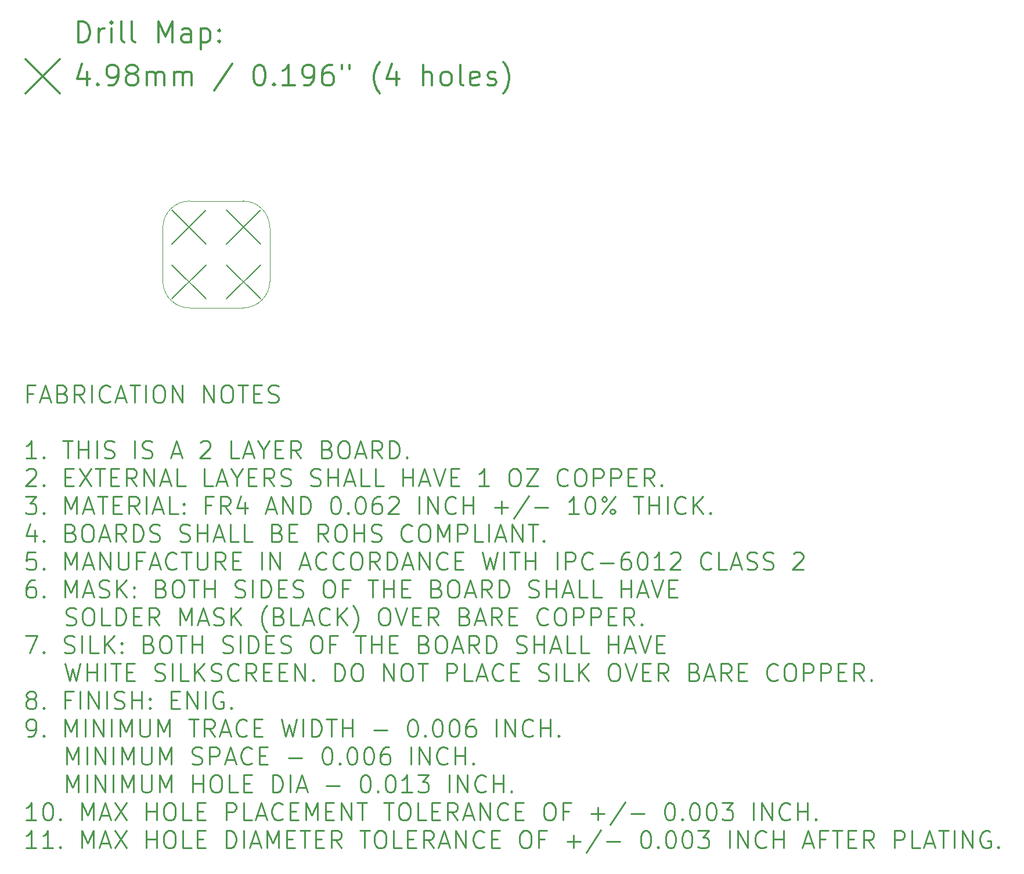
<source format=gbr>
G04 This is an RS-274x file exported by *
G04 gerbv version 2.6.0 *
G04 More information is available about gerbv at *
G04 http://gerbv.gpleda.org/ *
G04 --End of header info--*
%MOIN*%
%FSLAX34Y34*%
%IPPOS*%
G04 --Define apertures--*
%ADD10C,0.0050*%
%ADD11C,0.0079*%
%ADD12C,0.0118*%
%ADD13C,0.0138*%
%ADD14C,0.0016*%
%ADD15C,0.0100*%
G04 --Start main section--*
G54D11*
G01X0006445Y-011473D02*
G01X0008406Y-013434D01*
G01X0008406Y-011473D02*
G01X0006445Y-013434D01*
G01X0006445Y-014623D02*
G01X0008406Y-016583D01*
G01X0008406Y-014623D02*
G01X0006445Y-016583D01*
G01X0009594Y-011473D02*
G01X0011555Y-013434D01*
G01X0011555Y-011473D02*
G01X0009594Y-013434D01*
G01X0009594Y-014623D02*
G01X0011555Y-016583D01*
G01X0011555Y-014623D02*
G01X0009594Y-016583D01*
G54D12*
G01X0001069Y-001834D02*
G01X0001069Y-000652D01*
G01X0001069Y-000652D02*
G01X0001350Y-000652D01*
G01X0001350Y-000652D02*
G01X0001519Y-000709D01*
G01X0001519Y-000709D02*
G01X0001631Y-000821D01*
G01X0001631Y-000821D02*
G01X0001687Y-000934D01*
G01X0001687Y-000934D02*
G01X0001744Y-001159D01*
G01X0001744Y-001159D02*
G01X0001744Y-001327D01*
G01X0001744Y-001327D02*
G01X0001687Y-001552D01*
G01X0001687Y-001552D02*
G01X0001631Y-001665D01*
G01X0001631Y-001665D02*
G01X0001519Y-001777D01*
G01X0001519Y-001777D02*
G01X0001350Y-001834D01*
G01X0001350Y-001834D02*
G01X0001069Y-001834D01*
G01X0002250Y-001834D02*
G01X0002250Y-001046D01*
G01X0002250Y-001271D02*
G01X0002306Y-001159D01*
G01X0002306Y-001159D02*
G01X0002362Y-001102D01*
G01X0002362Y-001102D02*
G01X0002475Y-001046D01*
G01X0002475Y-001046D02*
G01X0002587Y-001046D01*
G01X0002981Y-001834D02*
G01X0002981Y-001046D01*
G01X0002981Y-000652D02*
G01X0002925Y-000709D01*
G01X0002925Y-000709D02*
G01X0002981Y-000765D01*
G01X0002981Y-000765D02*
G01X0003037Y-000709D01*
G01X0003037Y-000709D02*
G01X0002981Y-000652D01*
G01X0002981Y-000652D02*
G01X0002981Y-000765D01*
G01X0003712Y-001834D02*
G01X0003600Y-001777D01*
G01X0003600Y-001777D02*
G01X0003543Y-001665D01*
G01X0003543Y-001665D02*
G01X0003543Y-000652D01*
G01X0004331Y-001834D02*
G01X0004218Y-001777D01*
G01X0004218Y-001777D02*
G01X0004162Y-001665D01*
G01X0004162Y-001665D02*
G01X0004162Y-000652D01*
G01X0005681Y-001834D02*
G01X0005681Y-000652D01*
G01X0005681Y-000652D02*
G01X0006074Y-001496D01*
G01X0006074Y-001496D02*
G01X0006468Y-000652D01*
G01X0006468Y-000652D02*
G01X0006468Y-001834D01*
G01X0007537Y-001834D02*
G01X0007537Y-001215D01*
G01X0007537Y-001215D02*
G01X0007480Y-001102D01*
G01X0007480Y-001102D02*
G01X0007368Y-001046D01*
G01X0007368Y-001046D02*
G01X0007143Y-001046D01*
G01X0007143Y-001046D02*
G01X0007030Y-001102D01*
G01X0007537Y-001777D02*
G01X0007424Y-001834D01*
G01X0007424Y-001834D02*
G01X0007143Y-001834D01*
G01X0007143Y-001834D02*
G01X0007030Y-001777D01*
G01X0007030Y-001777D02*
G01X0006974Y-001665D01*
G01X0006974Y-001665D02*
G01X0006974Y-001552D01*
G01X0006974Y-001552D02*
G01X0007030Y-001440D01*
G01X0007030Y-001440D02*
G01X0007143Y-001384D01*
G01X0007143Y-001384D02*
G01X0007424Y-001384D01*
G01X0007424Y-001384D02*
G01X0007537Y-001327D01*
G01X0008099Y-001046D02*
G01X0008099Y-002227D01*
G01X0008099Y-001102D02*
G01X0008211Y-001046D01*
G01X0008211Y-001046D02*
G01X0008436Y-001046D01*
G01X0008436Y-001046D02*
G01X0008549Y-001102D01*
G01X0008549Y-001102D02*
G01X0008605Y-001159D01*
G01X0008605Y-001159D02*
G01X0008661Y-001271D01*
G01X0008661Y-001271D02*
G01X0008661Y-001609D01*
G01X0008661Y-001609D02*
G01X0008605Y-001721D01*
G01X0008605Y-001721D02*
G01X0008549Y-001777D01*
G01X0008549Y-001777D02*
G01X0008436Y-001834D01*
G01X0008436Y-001834D02*
G01X0008211Y-001834D01*
G01X0008211Y-001834D02*
G01X0008099Y-001777D01*
G01X0009168Y-001721D02*
G01X0009224Y-001777D01*
G01X0009224Y-001777D02*
G01X0009168Y-001834D01*
G01X0009168Y-001834D02*
G01X0009111Y-001777D01*
G01X0009111Y-001777D02*
G01X0009168Y-001721D01*
G01X0009168Y-001721D02*
G01X0009168Y-001834D01*
G01X0009168Y-001102D02*
G01X0009224Y-001159D01*
G01X0009224Y-001159D02*
G01X0009168Y-001215D01*
G01X0009168Y-001215D02*
G01X0009111Y-001159D01*
G01X0009111Y-001159D02*
G01X0009168Y-001102D01*
G01X0009168Y-001102D02*
G01X0009168Y-001215D01*
G01X-001961Y-002799D02*
G01X0000000Y-004760D01*
G01X0000000Y-002799D02*
G01X-001961Y-004760D01*
G01X0001575Y-003526D02*
G01X0001575Y-004314D01*
G01X0001294Y-003076D02*
G01X0001012Y-003920D01*
G01X0001012Y-003920D02*
G01X0001744Y-003920D01*
G01X0002193Y-004201D02*
G01X0002250Y-004258D01*
G01X0002250Y-004258D02*
G01X0002193Y-004314D01*
G01X0002193Y-004314D02*
G01X0002137Y-004258D01*
G01X0002137Y-004258D02*
G01X0002193Y-004201D01*
G01X0002193Y-004201D02*
G01X0002193Y-004314D01*
G01X0002812Y-004314D02*
G01X0003037Y-004314D01*
G01X0003037Y-004314D02*
G01X0003150Y-004258D01*
G01X0003150Y-004258D02*
G01X0003206Y-004201D01*
G01X0003206Y-004201D02*
G01X0003318Y-004033D01*
G01X0003318Y-004033D02*
G01X0003375Y-003808D01*
G01X0003375Y-003808D02*
G01X0003375Y-003358D01*
G01X0003375Y-003358D02*
G01X0003318Y-003245D01*
G01X0003318Y-003245D02*
G01X0003262Y-003189D01*
G01X0003262Y-003189D02*
G01X0003150Y-003133D01*
G01X0003150Y-003133D02*
G01X0002925Y-003133D01*
G01X0002925Y-003133D02*
G01X0002812Y-003189D01*
G01X0002812Y-003189D02*
G01X0002756Y-003245D01*
G01X0002756Y-003245D02*
G01X0002700Y-003358D01*
G01X0002700Y-003358D02*
G01X0002700Y-003639D01*
G01X0002700Y-003639D02*
G01X0002756Y-003751D01*
G01X0002756Y-003751D02*
G01X0002812Y-003808D01*
G01X0002812Y-003808D02*
G01X0002925Y-003864D01*
G01X0002925Y-003864D02*
G01X0003150Y-003864D01*
G01X0003150Y-003864D02*
G01X0003262Y-003808D01*
G01X0003262Y-003808D02*
G01X0003318Y-003751D01*
G01X0003318Y-003751D02*
G01X0003375Y-003639D01*
G01X0004049Y-003639D02*
G01X0003937Y-003583D01*
G01X0003937Y-003583D02*
G01X0003881Y-003526D01*
G01X0003881Y-003526D02*
G01X0003825Y-003414D01*
G01X0003825Y-003414D02*
G01X0003825Y-003358D01*
G01X0003825Y-003358D02*
G01X0003881Y-003245D01*
G01X0003881Y-003245D02*
G01X0003937Y-003189D01*
G01X0003937Y-003189D02*
G01X0004049Y-003133D01*
G01X0004049Y-003133D02*
G01X0004274Y-003133D01*
G01X0004274Y-003133D02*
G01X0004387Y-003189D01*
G01X0004387Y-003189D02*
G01X0004443Y-003245D01*
G01X0004443Y-003245D02*
G01X0004499Y-003358D01*
G01X0004499Y-003358D02*
G01X0004499Y-003414D01*
G01X0004499Y-003414D02*
G01X0004443Y-003526D01*
G01X0004443Y-003526D02*
G01X0004387Y-003583D01*
G01X0004387Y-003583D02*
G01X0004274Y-003639D01*
G01X0004274Y-003639D02*
G01X0004049Y-003639D01*
G01X0004049Y-003639D02*
G01X0003937Y-003695D01*
G01X0003937Y-003695D02*
G01X0003881Y-003751D01*
G01X0003881Y-003751D02*
G01X0003825Y-003864D01*
G01X0003825Y-003864D02*
G01X0003825Y-004089D01*
G01X0003825Y-004089D02*
G01X0003881Y-004201D01*
G01X0003881Y-004201D02*
G01X0003937Y-004258D01*
G01X0003937Y-004258D02*
G01X0004049Y-004314D01*
G01X0004049Y-004314D02*
G01X0004274Y-004314D01*
G01X0004274Y-004314D02*
G01X0004387Y-004258D01*
G01X0004387Y-004258D02*
G01X0004443Y-004201D01*
G01X0004443Y-004201D02*
G01X0004499Y-004089D01*
G01X0004499Y-004089D02*
G01X0004499Y-003864D01*
G01X0004499Y-003864D02*
G01X0004443Y-003751D01*
G01X0004443Y-003751D02*
G01X0004387Y-003695D01*
G01X0004387Y-003695D02*
G01X0004274Y-003639D01*
G01X0005006Y-004314D02*
G01X0005006Y-003526D01*
G01X0005006Y-003639D02*
G01X0005062Y-003583D01*
G01X0005062Y-003583D02*
G01X0005174Y-003526D01*
G01X0005174Y-003526D02*
G01X0005343Y-003526D01*
G01X0005343Y-003526D02*
G01X0005456Y-003583D01*
G01X0005456Y-003583D02*
G01X0005512Y-003695D01*
G01X0005512Y-003695D02*
G01X0005512Y-004314D01*
G01X0005512Y-003695D02*
G01X0005568Y-003583D01*
G01X0005568Y-003583D02*
G01X0005681Y-003526D01*
G01X0005681Y-003526D02*
G01X0005849Y-003526D01*
G01X0005849Y-003526D02*
G01X0005962Y-003583D01*
G01X0005962Y-003583D02*
G01X0006018Y-003695D01*
G01X0006018Y-003695D02*
G01X0006018Y-004314D01*
G01X0006580Y-004314D02*
G01X0006580Y-003526D01*
G01X0006580Y-003639D02*
G01X0006637Y-003583D01*
G01X0006637Y-003583D02*
G01X0006749Y-003526D01*
G01X0006749Y-003526D02*
G01X0006918Y-003526D01*
G01X0006918Y-003526D02*
G01X0007030Y-003583D01*
G01X0007030Y-003583D02*
G01X0007087Y-003695D01*
G01X0007087Y-003695D02*
G01X0007087Y-004314D01*
G01X0007087Y-003695D02*
G01X0007143Y-003583D01*
G01X0007143Y-003583D02*
G01X0007255Y-003526D01*
G01X0007255Y-003526D02*
G01X0007424Y-003526D01*
G01X0007424Y-003526D02*
G01X0007537Y-003583D01*
G01X0007537Y-003583D02*
G01X0007593Y-003695D01*
G01X0007593Y-003695D02*
G01X0007593Y-004314D01*
G01X0009899Y-003076D02*
G01X0008886Y-004595D01*
G01X0011417Y-003133D02*
G01X0011530Y-003133D01*
G01X0011530Y-003133D02*
G01X0011642Y-003189D01*
G01X0011642Y-003189D02*
G01X0011699Y-003245D01*
G01X0011699Y-003245D02*
G01X0011755Y-003358D01*
G01X0011755Y-003358D02*
G01X0011811Y-003583D01*
G01X0011811Y-003583D02*
G01X0011811Y-003864D01*
G01X0011811Y-003864D02*
G01X0011755Y-004089D01*
G01X0011755Y-004089D02*
G01X0011699Y-004201D01*
G01X0011699Y-004201D02*
G01X0011642Y-004258D01*
G01X0011642Y-004258D02*
G01X0011530Y-004314D01*
G01X0011530Y-004314D02*
G01X0011417Y-004314D01*
G01X0011417Y-004314D02*
G01X0011305Y-004258D01*
G01X0011305Y-004258D02*
G01X0011249Y-004201D01*
G01X0011249Y-004201D02*
G01X0011192Y-004089D01*
G01X0011192Y-004089D02*
G01X0011136Y-003864D01*
G01X0011136Y-003864D02*
G01X0011136Y-003583D01*
G01X0011136Y-003583D02*
G01X0011192Y-003358D01*
G01X0011192Y-003358D02*
G01X0011249Y-003245D01*
G01X0011249Y-003245D02*
G01X0011305Y-003189D01*
G01X0011305Y-003189D02*
G01X0011417Y-003133D01*
G01X0012317Y-004201D02*
G01X0012373Y-004258D01*
G01X0012373Y-004258D02*
G01X0012317Y-004314D01*
G01X0012317Y-004314D02*
G01X0012261Y-004258D01*
G01X0012261Y-004258D02*
G01X0012317Y-004201D01*
G01X0012317Y-004201D02*
G01X0012317Y-004314D01*
G01X0013498Y-004314D02*
G01X0012823Y-004314D01*
G01X0013161Y-004314D02*
G01X0013161Y-003133D01*
G01X0013161Y-003133D02*
G01X0013048Y-003301D01*
G01X0013048Y-003301D02*
G01X0012936Y-003414D01*
G01X0012936Y-003414D02*
G01X0012823Y-003470D01*
G01X0014061Y-004314D02*
G01X0014286Y-004314D01*
G01X0014286Y-004314D02*
G01X0014398Y-004258D01*
G01X0014398Y-004258D02*
G01X0014454Y-004201D01*
G01X0014454Y-004201D02*
G01X0014567Y-004033D01*
G01X0014567Y-004033D02*
G01X0014623Y-003808D01*
G01X0014623Y-003808D02*
G01X0014623Y-003358D01*
G01X0014623Y-003358D02*
G01X0014567Y-003245D01*
G01X0014567Y-003245D02*
G01X0014511Y-003189D01*
G01X0014511Y-003189D02*
G01X0014398Y-003133D01*
G01X0014398Y-003133D02*
G01X0014173Y-003133D01*
G01X0014173Y-003133D02*
G01X0014061Y-003189D01*
G01X0014061Y-003189D02*
G01X0014005Y-003245D01*
G01X0014005Y-003245D02*
G01X0013948Y-003358D01*
G01X0013948Y-003358D02*
G01X0013948Y-003639D01*
G01X0013948Y-003639D02*
G01X0014005Y-003751D01*
G01X0014005Y-003751D02*
G01X0014061Y-003808D01*
G01X0014061Y-003808D02*
G01X0014173Y-003864D01*
G01X0014173Y-003864D02*
G01X0014398Y-003864D01*
G01X0014398Y-003864D02*
G01X0014511Y-003808D01*
G01X0014511Y-003808D02*
G01X0014567Y-003751D01*
G01X0014567Y-003751D02*
G01X0014623Y-003639D01*
G01X0015636Y-003133D02*
G01X0015411Y-003133D01*
G01X0015411Y-003133D02*
G01X0015298Y-003189D01*
G01X0015298Y-003189D02*
G01X0015242Y-003245D01*
G01X0015242Y-003245D02*
G01X0015129Y-003414D01*
G01X0015129Y-003414D02*
G01X0015073Y-003639D01*
G01X0015073Y-003639D02*
G01X0015073Y-004089D01*
G01X0015073Y-004089D02*
G01X0015129Y-004201D01*
G01X0015129Y-004201D02*
G01X0015186Y-004258D01*
G01X0015186Y-004258D02*
G01X0015298Y-004314D01*
G01X0015298Y-004314D02*
G01X0015523Y-004314D01*
G01X0015523Y-004314D02*
G01X0015636Y-004258D01*
G01X0015636Y-004258D02*
G01X0015692Y-004201D01*
G01X0015692Y-004201D02*
G01X0015748Y-004089D01*
G01X0015748Y-004089D02*
G01X0015748Y-003808D01*
G01X0015748Y-003808D02*
G01X0015692Y-003695D01*
G01X0015692Y-003695D02*
G01X0015636Y-003639D01*
G01X0015636Y-003639D02*
G01X0015523Y-003583D01*
G01X0015523Y-003583D02*
G01X0015298Y-003583D01*
G01X0015298Y-003583D02*
G01X0015186Y-003639D01*
G01X0015186Y-003639D02*
G01X0015129Y-003695D01*
G01X0015129Y-003695D02*
G01X0015073Y-003808D01*
G01X0016198Y-003133D02*
G01X0016198Y-003358D01*
G01X0016648Y-003133D02*
G01X0016648Y-003358D01*
G01X0018391Y-004764D02*
G01X0018335Y-004708D01*
G01X0018335Y-004708D02*
G01X0018223Y-004539D01*
G01X0018223Y-004539D02*
G01X0018166Y-004426D01*
G01X0018166Y-004426D02*
G01X0018110Y-004258D01*
G01X0018110Y-004258D02*
G01X0018054Y-003976D01*
G01X0018054Y-003976D02*
G01X0018054Y-003751D01*
G01X0018054Y-003751D02*
G01X0018110Y-003470D01*
G01X0018110Y-003470D02*
G01X0018166Y-003301D01*
G01X0018166Y-003301D02*
G01X0018223Y-003189D01*
G01X0018223Y-003189D02*
G01X0018335Y-003020D01*
G01X0018335Y-003020D02*
G01X0018391Y-002964D01*
G01X0019348Y-003526D02*
G01X0019348Y-004314D01*
G01X0019066Y-003076D02*
G01X0018785Y-003920D01*
G01X0018785Y-003920D02*
G01X0019516Y-003920D01*
G01X0020866Y-004314D02*
G01X0020866Y-003133D01*
G01X0021372Y-004314D02*
G01X0021372Y-003695D01*
G01X0021372Y-003695D02*
G01X0021316Y-003583D01*
G01X0021316Y-003583D02*
G01X0021204Y-003526D01*
G01X0021204Y-003526D02*
G01X0021035Y-003526D01*
G01X0021035Y-003526D02*
G01X0020922Y-003583D01*
G01X0020922Y-003583D02*
G01X0020866Y-003639D01*
G01X0022103Y-004314D02*
G01X0021991Y-004258D01*
G01X0021991Y-004258D02*
G01X0021935Y-004201D01*
G01X0021935Y-004201D02*
G01X0021879Y-004089D01*
G01X0021879Y-004089D02*
G01X0021879Y-003751D01*
G01X0021879Y-003751D02*
G01X0021935Y-003639D01*
G01X0021935Y-003639D02*
G01X0021991Y-003583D01*
G01X0021991Y-003583D02*
G01X0022103Y-003526D01*
G01X0022103Y-003526D02*
G01X0022272Y-003526D01*
G01X0022272Y-003526D02*
G01X0022385Y-003583D01*
G01X0022385Y-003583D02*
G01X0022441Y-003639D01*
G01X0022441Y-003639D02*
G01X0022497Y-003751D01*
G01X0022497Y-003751D02*
G01X0022497Y-004089D01*
G01X0022497Y-004089D02*
G01X0022441Y-004201D01*
G01X0022441Y-004201D02*
G01X0022385Y-004258D01*
G01X0022385Y-004258D02*
G01X0022272Y-004314D01*
G01X0022272Y-004314D02*
G01X0022103Y-004314D01*
G01X0023172Y-004314D02*
G01X0023060Y-004258D01*
G01X0023060Y-004258D02*
G01X0023003Y-004145D01*
G01X0023003Y-004145D02*
G01X0023003Y-003133D01*
G01X0024072Y-004258D02*
G01X0023960Y-004314D01*
G01X0023960Y-004314D02*
G01X0023735Y-004314D01*
G01X0023735Y-004314D02*
G01X0023622Y-004258D01*
G01X0023622Y-004258D02*
G01X0023566Y-004145D01*
G01X0023566Y-004145D02*
G01X0023566Y-003695D01*
G01X0023566Y-003695D02*
G01X0023622Y-003583D01*
G01X0023622Y-003583D02*
G01X0023735Y-003526D01*
G01X0023735Y-003526D02*
G01X0023960Y-003526D01*
G01X0023960Y-003526D02*
G01X0024072Y-003583D01*
G01X0024072Y-003583D02*
G01X0024128Y-003695D01*
G01X0024128Y-003695D02*
G01X0024128Y-003808D01*
G01X0024128Y-003808D02*
G01X0023566Y-003920D01*
G01X0024578Y-004258D02*
G01X0024691Y-004314D01*
G01X0024691Y-004314D02*
G01X0024916Y-004314D01*
G01X0024916Y-004314D02*
G01X0025028Y-004258D01*
G01X0025028Y-004258D02*
G01X0025084Y-004145D01*
G01X0025084Y-004145D02*
G01X0025084Y-004089D01*
G01X0025084Y-004089D02*
G01X0025028Y-003976D01*
G01X0025028Y-003976D02*
G01X0024916Y-003920D01*
G01X0024916Y-003920D02*
G01X0024747Y-003920D01*
G01X0024747Y-003920D02*
G01X0024634Y-003864D01*
G01X0024634Y-003864D02*
G01X0024578Y-003751D01*
G01X0024578Y-003751D02*
G01X0024578Y-003695D01*
G01X0024578Y-003695D02*
G01X0024634Y-003583D01*
G01X0024634Y-003583D02*
G01X0024747Y-003526D01*
G01X0024747Y-003526D02*
G01X0024916Y-003526D01*
G01X0024916Y-003526D02*
G01X0025028Y-003583D01*
G01X0025478Y-004764D02*
G01X0025534Y-004708D01*
G01X0025534Y-004708D02*
G01X0025647Y-004539D01*
G01X0025647Y-004539D02*
G01X0025703Y-004426D01*
G01X0025703Y-004426D02*
G01X0025759Y-004258D01*
G01X0025759Y-004258D02*
G01X0025816Y-003976D01*
G01X0025816Y-003976D02*
G01X0025816Y-003751D01*
G01X0025816Y-003751D02*
G01X0025759Y-003470D01*
G01X0025759Y-003470D02*
G01X0025703Y-003301D01*
G01X0025703Y-003301D02*
G01X0025647Y-003189D01*
G01X0025647Y-003189D02*
G01X0025534Y-003020D01*
G01X0025534Y-003020D02*
G01X0025478Y-002964D01*
G01X0000000Y0000000D02*
G54D14*
G01X0010535Y-010957D02*
G01X0007465Y-010957D01*
G01X0010535Y-017099D02*
G01X0007465Y-017099D01*
G01X0012071Y-015564D02*
G01X0012071Y-012493D01*
G01X0005929Y-015564D02*
G01X0005929Y-012493D01*
G01X0012071Y-012493D02*
G75*
G03X0010535Y-010957I-001535J0000000D01*
G01X0010535Y-017099D02*
G75*
G03X0012071Y-015564I0000000J0001535D01*
G01X0005929Y-015564D02*
G75*
G03X0007465Y-017099I0001535J0000000D01*
G01X0007465Y-010957D02*
G75*
G03X0005929Y-012493I0000000J-001535D01*
G01X0000000Y0000000D02*
G54D15*
G01X-001529Y-022029D02*
G01X-001862Y-022029D01*
G01X-001862Y-022552D02*
G01X-001862Y-021552D01*
G01X-001862Y-021552D02*
G01X-001386Y-021552D01*
G01X-001052Y-022267D02*
G01X-000576Y-022267D01*
G01X-001148Y-022552D02*
G01X-000814Y-021552D01*
G01X-000814Y-021552D02*
G01X-000481Y-022552D01*
G01X0000186Y-022029D02*
G01X0000329Y-022076D01*
G01X0000329Y-022076D02*
G01X0000376Y-022124D01*
G01X0000376Y-022124D02*
G01X0000424Y-022219D01*
G01X0000424Y-022219D02*
G01X0000424Y-022362D01*
G01X0000424Y-022362D02*
G01X0000376Y-022457D01*
G01X0000376Y-022457D02*
G01X0000329Y-022505D01*
G01X0000329Y-022505D02*
G01X0000233Y-022552D01*
G01X0000233Y-022552D02*
G01X-000148Y-022552D01*
G01X-000148Y-022552D02*
G01X-000148Y-021552D01*
G01X-000148Y-021552D02*
G01X0000186Y-021552D01*
G01X0000186Y-021552D02*
G01X0000281Y-021600D01*
G01X0000281Y-021600D02*
G01X0000329Y-021648D01*
G01X0000329Y-021648D02*
G01X0000376Y-021743D01*
G01X0000376Y-021743D02*
G01X0000376Y-021838D01*
G01X0000376Y-021838D02*
G01X0000329Y-021933D01*
G01X0000329Y-021933D02*
G01X0000281Y-021981D01*
G01X0000281Y-021981D02*
G01X0000186Y-022029D01*
G01X0000186Y-022029D02*
G01X-000148Y-022029D01*
G01X0001424Y-022552D02*
G01X0001090Y-022076D01*
G01X0000852Y-022552D02*
G01X0000852Y-021552D01*
G01X0000852Y-021552D02*
G01X0001233Y-021552D01*
G01X0001233Y-021552D02*
G01X0001329Y-021600D01*
G01X0001329Y-021600D02*
G01X0001376Y-021648D01*
G01X0001376Y-021648D02*
G01X0001424Y-021743D01*
G01X0001424Y-021743D02*
G01X0001424Y-021886D01*
G01X0001424Y-021886D02*
G01X0001376Y-021981D01*
G01X0001376Y-021981D02*
G01X0001329Y-022029D01*
G01X0001329Y-022029D02*
G01X0001233Y-022076D01*
G01X0001233Y-022076D02*
G01X0000852Y-022076D01*
G01X0001852Y-022552D02*
G01X0001852Y-021552D01*
G01X0002900Y-022457D02*
G01X0002852Y-022505D01*
G01X0002852Y-022505D02*
G01X0002710Y-022552D01*
G01X0002710Y-022552D02*
G01X0002614Y-022552D01*
G01X0002614Y-022552D02*
G01X0002471Y-022505D01*
G01X0002471Y-022505D02*
G01X0002376Y-022410D01*
G01X0002376Y-022410D02*
G01X0002329Y-022314D01*
G01X0002329Y-022314D02*
G01X0002281Y-022124D01*
G01X0002281Y-022124D02*
G01X0002281Y-021981D01*
G01X0002281Y-021981D02*
G01X0002329Y-021790D01*
G01X0002329Y-021790D02*
G01X0002376Y-021695D01*
G01X0002376Y-021695D02*
G01X0002471Y-021600D01*
G01X0002471Y-021600D02*
G01X0002614Y-021552D01*
G01X0002614Y-021552D02*
G01X0002710Y-021552D01*
G01X0002710Y-021552D02*
G01X0002852Y-021600D01*
G01X0002852Y-021600D02*
G01X0002900Y-021648D01*
G01X0003281Y-022267D02*
G01X0003757Y-022267D01*
G01X0003186Y-022552D02*
G01X0003519Y-021552D01*
G01X0003519Y-021552D02*
G01X0003852Y-022552D01*
G01X0004043Y-021552D02*
G01X0004614Y-021552D01*
G01X0004329Y-022552D02*
G01X0004329Y-021552D01*
G01X0004948Y-022552D02*
G01X0004948Y-021552D01*
G01X0005614Y-021552D02*
G01X0005805Y-021552D01*
G01X0005805Y-021552D02*
G01X0005900Y-021600D01*
G01X0005900Y-021600D02*
G01X0005995Y-021695D01*
G01X0005995Y-021695D02*
G01X0006043Y-021886D01*
G01X0006043Y-021886D02*
G01X0006043Y-022219D01*
G01X0006043Y-022219D02*
G01X0005995Y-022410D01*
G01X0005995Y-022410D02*
G01X0005900Y-022505D01*
G01X0005900Y-022505D02*
G01X0005805Y-022552D01*
G01X0005805Y-022552D02*
G01X0005614Y-022552D01*
G01X0005614Y-022552D02*
G01X0005519Y-022505D01*
G01X0005519Y-022505D02*
G01X0005424Y-022410D01*
G01X0005424Y-022410D02*
G01X0005376Y-022219D01*
G01X0005376Y-022219D02*
G01X0005376Y-021886D01*
G01X0005376Y-021886D02*
G01X0005424Y-021695D01*
G01X0005424Y-021695D02*
G01X0005519Y-021600D01*
G01X0005519Y-021600D02*
G01X0005614Y-021552D01*
G01X0006471Y-022552D02*
G01X0006471Y-021552D01*
G01X0006471Y-021552D02*
G01X0007043Y-022552D01*
G01X0007043Y-022552D02*
G01X0007043Y-021552D01*
G01X0008281Y-022552D02*
G01X0008281Y-021552D01*
G01X0008281Y-021552D02*
G01X0008852Y-022552D01*
G01X0008852Y-022552D02*
G01X0008852Y-021552D01*
G01X0009519Y-021552D02*
G01X0009710Y-021552D01*
G01X0009710Y-021552D02*
G01X0009805Y-021600D01*
G01X0009805Y-021600D02*
G01X0009900Y-021695D01*
G01X0009900Y-021695D02*
G01X0009948Y-021886D01*
G01X0009948Y-021886D02*
G01X0009948Y-022219D01*
G01X0009948Y-022219D02*
G01X0009900Y-022410D01*
G01X0009900Y-022410D02*
G01X0009805Y-022505D01*
G01X0009805Y-022505D02*
G01X0009710Y-022552D01*
G01X0009710Y-022552D02*
G01X0009519Y-022552D01*
G01X0009519Y-022552D02*
G01X0009424Y-022505D01*
G01X0009424Y-022505D02*
G01X0009329Y-022410D01*
G01X0009329Y-022410D02*
G01X0009281Y-022219D01*
G01X0009281Y-022219D02*
G01X0009281Y-021886D01*
G01X0009281Y-021886D02*
G01X0009329Y-021695D01*
G01X0009329Y-021695D02*
G01X0009424Y-021600D01*
G01X0009424Y-021600D02*
G01X0009519Y-021552D01*
G01X0010233Y-021552D02*
G01X0010805Y-021552D01*
G01X0010519Y-022552D02*
G01X0010519Y-021552D01*
G01X0011138Y-022029D02*
G01X0011471Y-022029D01*
G01X0011614Y-022552D02*
G01X0011138Y-022552D01*
G01X0011138Y-022552D02*
G01X0011138Y-021552D01*
G01X0011138Y-021552D02*
G01X0011614Y-021552D01*
G01X0011995Y-022505D02*
G01X0012138Y-022552D01*
G01X0012138Y-022552D02*
G01X0012376Y-022552D01*
G01X0012376Y-022552D02*
G01X0012471Y-022505D01*
G01X0012471Y-022505D02*
G01X0012519Y-022457D01*
G01X0012519Y-022457D02*
G01X0012567Y-022362D01*
G01X0012567Y-022362D02*
G01X0012567Y-022267D01*
G01X0012567Y-022267D02*
G01X0012519Y-022171D01*
G01X0012519Y-022171D02*
G01X0012471Y-022124D01*
G01X0012471Y-022124D02*
G01X0012376Y-022076D01*
G01X0012376Y-022076D02*
G01X0012186Y-022029D01*
G01X0012186Y-022029D02*
G01X0012090Y-021981D01*
G01X0012090Y-021981D02*
G01X0012043Y-021933D01*
G01X0012043Y-021933D02*
G01X0011995Y-021838D01*
G01X0011995Y-021838D02*
G01X0011995Y-021743D01*
G01X0011995Y-021743D02*
G01X0012043Y-021648D01*
G01X0012043Y-021648D02*
G01X0012090Y-021600D01*
G01X0012090Y-021600D02*
G01X0012186Y-021552D01*
G01X0012186Y-021552D02*
G01X0012424Y-021552D01*
G01X0012424Y-021552D02*
G01X0012567Y-021600D01*
G01X-001338Y-025752D02*
G01X-001910Y-025752D01*
G01X-001624Y-025752D02*
G01X-001624Y-024752D01*
G01X-001624Y-024752D02*
G01X-001719Y-024895D01*
G01X-001719Y-024895D02*
G01X-001814Y-024990D01*
G01X-001814Y-024990D02*
G01X-001910Y-025038D01*
G01X-000910Y-025657D02*
G01X-000862Y-025705D01*
G01X-000862Y-025705D02*
G01X-000910Y-025752D01*
G01X-000910Y-025752D02*
G01X-000957Y-025705D01*
G01X-000957Y-025705D02*
G01X-000910Y-025657D01*
G01X-000910Y-025657D02*
G01X-000910Y-025752D01*
G01X0000186Y-024752D02*
G01X0000757Y-024752D01*
G01X0000471Y-025752D02*
G01X0000471Y-024752D01*
G01X0001090Y-025752D02*
G01X0001090Y-024752D01*
G01X0001090Y-025229D02*
G01X0001662Y-025229D01*
G01X0001662Y-025752D02*
G01X0001662Y-024752D01*
G01X0002138Y-025752D02*
G01X0002138Y-024752D01*
G01X0002567Y-025705D02*
G01X0002710Y-025752D01*
G01X0002710Y-025752D02*
G01X0002948Y-025752D01*
G01X0002948Y-025752D02*
G01X0003043Y-025705D01*
G01X0003043Y-025705D02*
G01X0003090Y-025657D01*
G01X0003090Y-025657D02*
G01X0003138Y-025562D01*
G01X0003138Y-025562D02*
G01X0003138Y-025467D01*
G01X0003138Y-025467D02*
G01X0003090Y-025371D01*
G01X0003090Y-025371D02*
G01X0003043Y-025324D01*
G01X0003043Y-025324D02*
G01X0002948Y-025276D01*
G01X0002948Y-025276D02*
G01X0002757Y-025229D01*
G01X0002757Y-025229D02*
G01X0002662Y-025181D01*
G01X0002662Y-025181D02*
G01X0002614Y-025133D01*
G01X0002614Y-025133D02*
G01X0002567Y-025038D01*
G01X0002567Y-025038D02*
G01X0002567Y-024943D01*
G01X0002567Y-024943D02*
G01X0002614Y-024848D01*
G01X0002614Y-024848D02*
G01X0002662Y-024800D01*
G01X0002662Y-024800D02*
G01X0002757Y-024752D01*
G01X0002757Y-024752D02*
G01X0002995Y-024752D01*
G01X0002995Y-024752D02*
G01X0003138Y-024800D01*
G01X0004329Y-025752D02*
G01X0004329Y-024752D01*
G01X0004757Y-025705D02*
G01X0004900Y-025752D01*
G01X0004900Y-025752D02*
G01X0005138Y-025752D01*
G01X0005138Y-025752D02*
G01X0005233Y-025705D01*
G01X0005233Y-025705D02*
G01X0005281Y-025657D01*
G01X0005281Y-025657D02*
G01X0005329Y-025562D01*
G01X0005329Y-025562D02*
G01X0005329Y-025467D01*
G01X0005329Y-025467D02*
G01X0005281Y-025371D01*
G01X0005281Y-025371D02*
G01X0005233Y-025324D01*
G01X0005233Y-025324D02*
G01X0005138Y-025276D01*
G01X0005138Y-025276D02*
G01X0004948Y-025229D01*
G01X0004948Y-025229D02*
G01X0004852Y-025181D01*
G01X0004852Y-025181D02*
G01X0004805Y-025133D01*
G01X0004805Y-025133D02*
G01X0004757Y-025038D01*
G01X0004757Y-025038D02*
G01X0004757Y-024943D01*
G01X0004757Y-024943D02*
G01X0004805Y-024848D01*
G01X0004805Y-024848D02*
G01X0004852Y-024800D01*
G01X0004852Y-024800D02*
G01X0004948Y-024752D01*
G01X0004948Y-024752D02*
G01X0005186Y-024752D01*
G01X0005186Y-024752D02*
G01X0005329Y-024800D01*
G01X0006471Y-025467D02*
G01X0006948Y-025467D01*
G01X0006376Y-025752D02*
G01X0006710Y-024752D01*
G01X0006710Y-024752D02*
G01X0007043Y-025752D01*
G01X0008090Y-024848D02*
G01X0008138Y-024800D01*
G01X0008138Y-024800D02*
G01X0008233Y-024752D01*
G01X0008233Y-024752D02*
G01X0008471Y-024752D01*
G01X0008471Y-024752D02*
G01X0008567Y-024800D01*
G01X0008567Y-024800D02*
G01X0008614Y-024848D01*
G01X0008614Y-024848D02*
G01X0008662Y-024943D01*
G01X0008662Y-024943D02*
G01X0008662Y-025038D01*
G01X0008662Y-025038D02*
G01X0008614Y-025181D01*
G01X0008614Y-025181D02*
G01X0008043Y-025752D01*
G01X0008043Y-025752D02*
G01X0008662Y-025752D01*
G01X0010329Y-025752D02*
G01X0009852Y-025752D01*
G01X0009852Y-025752D02*
G01X0009852Y-024752D01*
G01X0010614Y-025467D02*
G01X0011090Y-025467D01*
G01X0010519Y-025752D02*
G01X0010852Y-024752D01*
G01X0010852Y-024752D02*
G01X0011186Y-025752D01*
G01X0011710Y-025276D02*
G01X0011710Y-025752D01*
G01X0011376Y-024752D02*
G01X0011710Y-025276D01*
G01X0011710Y-025276D02*
G01X0012043Y-024752D01*
G01X0012376Y-025229D02*
G01X0012710Y-025229D01*
G01X0012852Y-025752D02*
G01X0012376Y-025752D01*
G01X0012376Y-025752D02*
G01X0012376Y-024752D01*
G01X0012376Y-024752D02*
G01X0012852Y-024752D01*
G01X0013852Y-025752D02*
G01X0013519Y-025276D01*
G01X0013281Y-025752D02*
G01X0013281Y-024752D01*
G01X0013281Y-024752D02*
G01X0013662Y-024752D01*
G01X0013662Y-024752D02*
G01X0013757Y-024800D01*
G01X0013757Y-024800D02*
G01X0013805Y-024848D01*
G01X0013805Y-024848D02*
G01X0013852Y-024943D01*
G01X0013852Y-024943D02*
G01X0013852Y-025086D01*
G01X0013852Y-025086D02*
G01X0013805Y-025181D01*
G01X0013805Y-025181D02*
G01X0013757Y-025229D01*
G01X0013757Y-025229D02*
G01X0013662Y-025276D01*
G01X0013662Y-025276D02*
G01X0013281Y-025276D01*
G01X0015376Y-025229D02*
G01X0015519Y-025276D01*
G01X0015519Y-025276D02*
G01X0015567Y-025324D01*
G01X0015567Y-025324D02*
G01X0015614Y-025419D01*
G01X0015614Y-025419D02*
G01X0015614Y-025562D01*
G01X0015614Y-025562D02*
G01X0015567Y-025657D01*
G01X0015567Y-025657D02*
G01X0015519Y-025705D01*
G01X0015519Y-025705D02*
G01X0015424Y-025752D01*
G01X0015424Y-025752D02*
G01X0015043Y-025752D01*
G01X0015043Y-025752D02*
G01X0015043Y-024752D01*
G01X0015043Y-024752D02*
G01X0015376Y-024752D01*
G01X0015376Y-024752D02*
G01X0015471Y-024800D01*
G01X0015471Y-024800D02*
G01X0015519Y-024848D01*
G01X0015519Y-024848D02*
G01X0015567Y-024943D01*
G01X0015567Y-024943D02*
G01X0015567Y-025038D01*
G01X0015567Y-025038D02*
G01X0015519Y-025133D01*
G01X0015519Y-025133D02*
G01X0015471Y-025181D01*
G01X0015471Y-025181D02*
G01X0015376Y-025229D01*
G01X0015376Y-025229D02*
G01X0015043Y-025229D01*
G01X0016233Y-024752D02*
G01X0016424Y-024752D01*
G01X0016424Y-024752D02*
G01X0016519Y-024800D01*
G01X0016519Y-024800D02*
G01X0016614Y-024895D01*
G01X0016614Y-024895D02*
G01X0016662Y-025086D01*
G01X0016662Y-025086D02*
G01X0016662Y-025419D01*
G01X0016662Y-025419D02*
G01X0016614Y-025610D01*
G01X0016614Y-025610D02*
G01X0016519Y-025705D01*
G01X0016519Y-025705D02*
G01X0016424Y-025752D01*
G01X0016424Y-025752D02*
G01X0016233Y-025752D01*
G01X0016233Y-025752D02*
G01X0016138Y-025705D01*
G01X0016138Y-025705D02*
G01X0016043Y-025610D01*
G01X0016043Y-025610D02*
G01X0015995Y-025419D01*
G01X0015995Y-025419D02*
G01X0015995Y-025086D01*
G01X0015995Y-025086D02*
G01X0016043Y-024895D01*
G01X0016043Y-024895D02*
G01X0016138Y-024800D01*
G01X0016138Y-024800D02*
G01X0016233Y-024752D01*
G01X0017043Y-025467D02*
G01X0017519Y-025467D01*
G01X0016948Y-025752D02*
G01X0017281Y-024752D01*
G01X0017281Y-024752D02*
G01X0017614Y-025752D01*
G01X0018519Y-025752D02*
G01X0018186Y-025276D01*
G01X0017948Y-025752D02*
G01X0017948Y-024752D01*
G01X0017948Y-024752D02*
G01X0018329Y-024752D01*
G01X0018329Y-024752D02*
G01X0018424Y-024800D01*
G01X0018424Y-024800D02*
G01X0018471Y-024848D01*
G01X0018471Y-024848D02*
G01X0018519Y-024943D01*
G01X0018519Y-024943D02*
G01X0018519Y-025086D01*
G01X0018519Y-025086D02*
G01X0018471Y-025181D01*
G01X0018471Y-025181D02*
G01X0018424Y-025229D01*
G01X0018424Y-025229D02*
G01X0018329Y-025276D01*
G01X0018329Y-025276D02*
G01X0017948Y-025276D01*
G01X0018948Y-025752D02*
G01X0018948Y-024752D01*
G01X0018948Y-024752D02*
G01X0019186Y-024752D01*
G01X0019186Y-024752D02*
G01X0019329Y-024800D01*
G01X0019329Y-024800D02*
G01X0019424Y-024895D01*
G01X0019424Y-024895D02*
G01X0019471Y-024990D01*
G01X0019471Y-024990D02*
G01X0019519Y-025181D01*
G01X0019519Y-025181D02*
G01X0019519Y-025324D01*
G01X0019519Y-025324D02*
G01X0019471Y-025514D01*
G01X0019471Y-025514D02*
G01X0019424Y-025610D01*
G01X0019424Y-025610D02*
G01X0019329Y-025705D01*
G01X0019329Y-025705D02*
G01X0019186Y-025752D01*
G01X0019186Y-025752D02*
G01X0018948Y-025752D01*
G01X0019948Y-025657D02*
G01X0019995Y-025705D01*
G01X0019995Y-025705D02*
G01X0019948Y-025752D01*
G01X0019948Y-025752D02*
G01X0019900Y-025705D01*
G01X0019900Y-025705D02*
G01X0019948Y-025657D01*
G01X0019948Y-025657D02*
G01X0019948Y-025752D01*
G01X-001910Y-026448D02*
G01X-001862Y-026400D01*
G01X-001862Y-026400D02*
G01X-001767Y-026352D01*
G01X-001767Y-026352D02*
G01X-001529Y-026352D01*
G01X-001529Y-026352D02*
G01X-001433Y-026400D01*
G01X-001433Y-026400D02*
G01X-001386Y-026448D01*
G01X-001386Y-026448D02*
G01X-001338Y-026543D01*
G01X-001338Y-026543D02*
G01X-001338Y-026638D01*
G01X-001338Y-026638D02*
G01X-001386Y-026781D01*
G01X-001386Y-026781D02*
G01X-001957Y-027352D01*
G01X-001957Y-027352D02*
G01X-001338Y-027352D01*
G01X-000910Y-027257D02*
G01X-000862Y-027305D01*
G01X-000862Y-027305D02*
G01X-000910Y-027352D01*
G01X-000910Y-027352D02*
G01X-000957Y-027305D01*
G01X-000957Y-027305D02*
G01X-000910Y-027257D01*
G01X-000910Y-027257D02*
G01X-000910Y-027352D01*
G01X0000329Y-026829D02*
G01X0000662Y-026829D01*
G01X0000805Y-027352D02*
G01X0000329Y-027352D01*
G01X0000329Y-027352D02*
G01X0000329Y-026352D01*
G01X0000329Y-026352D02*
G01X0000805Y-026352D01*
G01X0001138Y-026352D02*
G01X0001805Y-027352D01*
G01X0001805Y-026352D02*
G01X0001138Y-027352D01*
G01X0002043Y-026352D02*
G01X0002614Y-026352D01*
G01X0002329Y-027352D02*
G01X0002329Y-026352D01*
G01X0002948Y-026829D02*
G01X0003281Y-026829D01*
G01X0003424Y-027352D02*
G01X0002948Y-027352D01*
G01X0002948Y-027352D02*
G01X0002948Y-026352D01*
G01X0002948Y-026352D02*
G01X0003424Y-026352D01*
G01X0004424Y-027352D02*
G01X0004090Y-026876D01*
G01X0003852Y-027352D02*
G01X0003852Y-026352D01*
G01X0003852Y-026352D02*
G01X0004233Y-026352D01*
G01X0004233Y-026352D02*
G01X0004329Y-026400D01*
G01X0004329Y-026400D02*
G01X0004376Y-026448D01*
G01X0004376Y-026448D02*
G01X0004424Y-026543D01*
G01X0004424Y-026543D02*
G01X0004424Y-026686D01*
G01X0004424Y-026686D02*
G01X0004376Y-026781D01*
G01X0004376Y-026781D02*
G01X0004329Y-026829D01*
G01X0004329Y-026829D02*
G01X0004233Y-026876D01*
G01X0004233Y-026876D02*
G01X0003852Y-026876D01*
G01X0004852Y-027352D02*
G01X0004852Y-026352D01*
G01X0004852Y-026352D02*
G01X0005424Y-027352D01*
G01X0005424Y-027352D02*
G01X0005424Y-026352D01*
G01X0005852Y-027067D02*
G01X0006329Y-027067D01*
G01X0005757Y-027352D02*
G01X0006090Y-026352D01*
G01X0006090Y-026352D02*
G01X0006424Y-027352D01*
G01X0007233Y-027352D02*
G01X0006757Y-027352D01*
G01X0006757Y-027352D02*
G01X0006757Y-026352D01*
G01X0008805Y-027352D02*
G01X0008329Y-027352D01*
G01X0008329Y-027352D02*
G01X0008329Y-026352D01*
G01X0009090Y-027067D02*
G01X0009567Y-027067D01*
G01X0008995Y-027352D02*
G01X0009329Y-026352D01*
G01X0009329Y-026352D02*
G01X0009662Y-027352D01*
G01X0010186Y-026876D02*
G01X0010186Y-027352D01*
G01X0009852Y-026352D02*
G01X0010186Y-026876D01*
G01X0010186Y-026876D02*
G01X0010519Y-026352D01*
G01X0010852Y-026829D02*
G01X0011186Y-026829D01*
G01X0011329Y-027352D02*
G01X0010852Y-027352D01*
G01X0010852Y-027352D02*
G01X0010852Y-026352D01*
G01X0010852Y-026352D02*
G01X0011329Y-026352D01*
G01X0012329Y-027352D02*
G01X0011995Y-026876D01*
G01X0011757Y-027352D02*
G01X0011757Y-026352D01*
G01X0011757Y-026352D02*
G01X0012138Y-026352D01*
G01X0012138Y-026352D02*
G01X0012233Y-026400D01*
G01X0012233Y-026400D02*
G01X0012281Y-026448D01*
G01X0012281Y-026448D02*
G01X0012329Y-026543D01*
G01X0012329Y-026543D02*
G01X0012329Y-026686D01*
G01X0012329Y-026686D02*
G01X0012281Y-026781D01*
G01X0012281Y-026781D02*
G01X0012233Y-026829D01*
G01X0012233Y-026829D02*
G01X0012138Y-026876D01*
G01X0012138Y-026876D02*
G01X0011757Y-026876D01*
G01X0012710Y-027305D02*
G01X0012852Y-027352D01*
G01X0012852Y-027352D02*
G01X0013090Y-027352D01*
G01X0013090Y-027352D02*
G01X0013186Y-027305D01*
G01X0013186Y-027305D02*
G01X0013233Y-027257D01*
G01X0013233Y-027257D02*
G01X0013281Y-027162D01*
G01X0013281Y-027162D02*
G01X0013281Y-027067D01*
G01X0013281Y-027067D02*
G01X0013233Y-026971D01*
G01X0013233Y-026971D02*
G01X0013186Y-026924D01*
G01X0013186Y-026924D02*
G01X0013090Y-026876D01*
G01X0013090Y-026876D02*
G01X0012900Y-026829D01*
G01X0012900Y-026829D02*
G01X0012805Y-026781D01*
G01X0012805Y-026781D02*
G01X0012757Y-026733D01*
G01X0012757Y-026733D02*
G01X0012710Y-026638D01*
G01X0012710Y-026638D02*
G01X0012710Y-026543D01*
G01X0012710Y-026543D02*
G01X0012757Y-026448D01*
G01X0012757Y-026448D02*
G01X0012805Y-026400D01*
G01X0012805Y-026400D02*
G01X0012900Y-026352D01*
G01X0012900Y-026352D02*
G01X0013138Y-026352D01*
G01X0013138Y-026352D02*
G01X0013281Y-026400D01*
G01X0014424Y-027305D02*
G01X0014567Y-027352D01*
G01X0014567Y-027352D02*
G01X0014805Y-027352D01*
G01X0014805Y-027352D02*
G01X0014900Y-027305D01*
G01X0014900Y-027305D02*
G01X0014948Y-027257D01*
G01X0014948Y-027257D02*
G01X0014995Y-027162D01*
G01X0014995Y-027162D02*
G01X0014995Y-027067D01*
G01X0014995Y-027067D02*
G01X0014948Y-026971D01*
G01X0014948Y-026971D02*
G01X0014900Y-026924D01*
G01X0014900Y-026924D02*
G01X0014805Y-026876D01*
G01X0014805Y-026876D02*
G01X0014614Y-026829D01*
G01X0014614Y-026829D02*
G01X0014519Y-026781D01*
G01X0014519Y-026781D02*
G01X0014471Y-026733D01*
G01X0014471Y-026733D02*
G01X0014424Y-026638D01*
G01X0014424Y-026638D02*
G01X0014424Y-026543D01*
G01X0014424Y-026543D02*
G01X0014471Y-026448D01*
G01X0014471Y-026448D02*
G01X0014519Y-026400D01*
G01X0014519Y-026400D02*
G01X0014614Y-026352D01*
G01X0014614Y-026352D02*
G01X0014852Y-026352D01*
G01X0014852Y-026352D02*
G01X0014995Y-026400D01*
G01X0015424Y-027352D02*
G01X0015424Y-026352D01*
G01X0015424Y-026829D02*
G01X0015995Y-026829D01*
G01X0015995Y-027352D02*
G01X0015995Y-026352D01*
G01X0016424Y-027067D02*
G01X0016900Y-027067D01*
G01X0016329Y-027352D02*
G01X0016662Y-026352D01*
G01X0016662Y-026352D02*
G01X0016995Y-027352D01*
G01X0017805Y-027352D02*
G01X0017329Y-027352D01*
G01X0017329Y-027352D02*
G01X0017329Y-026352D01*
G01X0018614Y-027352D02*
G01X0018138Y-027352D01*
G01X0018138Y-027352D02*
G01X0018138Y-026352D01*
G01X0019710Y-027352D02*
G01X0019710Y-026352D01*
G01X0019710Y-026829D02*
G01X0020281Y-026829D01*
G01X0020281Y-027352D02*
G01X0020281Y-026352D01*
G01X0020710Y-027067D02*
G01X0021186Y-027067D01*
G01X0020614Y-027352D02*
G01X0020948Y-026352D01*
G01X0020948Y-026352D02*
G01X0021281Y-027352D01*
G01X0021471Y-026352D02*
G01X0021805Y-027352D01*
G01X0021805Y-027352D02*
G01X0022138Y-026352D01*
G01X0022471Y-026829D02*
G01X0022805Y-026829D01*
G01X0022948Y-027352D02*
G01X0022471Y-027352D01*
G01X0022471Y-027352D02*
G01X0022471Y-026352D01*
G01X0022471Y-026352D02*
G01X0022948Y-026352D01*
G01X0024662Y-027352D02*
G01X0024090Y-027352D01*
G01X0024376Y-027352D02*
G01X0024376Y-026352D01*
G01X0024376Y-026352D02*
G01X0024281Y-026495D01*
G01X0024281Y-026495D02*
G01X0024186Y-026590D01*
G01X0024186Y-026590D02*
G01X0024090Y-026638D01*
G01X0026043Y-026352D02*
G01X0026233Y-026352D01*
G01X0026233Y-026352D02*
G01X0026329Y-026400D01*
G01X0026329Y-026400D02*
G01X0026424Y-026495D01*
G01X0026424Y-026495D02*
G01X0026471Y-026686D01*
G01X0026471Y-026686D02*
G01X0026471Y-027019D01*
G01X0026471Y-027019D02*
G01X0026424Y-027210D01*
G01X0026424Y-027210D02*
G01X0026329Y-027305D01*
G01X0026329Y-027305D02*
G01X0026233Y-027352D01*
G01X0026233Y-027352D02*
G01X0026043Y-027352D01*
G01X0026043Y-027352D02*
G01X0025948Y-027305D01*
G01X0025948Y-027305D02*
G01X0025852Y-027210D01*
G01X0025852Y-027210D02*
G01X0025805Y-027019D01*
G01X0025805Y-027019D02*
G01X0025805Y-026686D01*
G01X0025805Y-026686D02*
G01X0025852Y-026495D01*
G01X0025852Y-026495D02*
G01X0025948Y-026400D01*
G01X0025948Y-026400D02*
G01X0026043Y-026352D01*
G01X0026805Y-026352D02*
G01X0027471Y-026352D01*
G01X0027471Y-026352D02*
G01X0026805Y-027352D01*
G01X0026805Y-027352D02*
G01X0027471Y-027352D01*
G01X0029186Y-027257D02*
G01X0029138Y-027305D01*
G01X0029138Y-027305D02*
G01X0028995Y-027352D01*
G01X0028995Y-027352D02*
G01X0028900Y-027352D01*
G01X0028900Y-027352D02*
G01X0028757Y-027305D01*
G01X0028757Y-027305D02*
G01X0028662Y-027210D01*
G01X0028662Y-027210D02*
G01X0028614Y-027114D01*
G01X0028614Y-027114D02*
G01X0028567Y-026924D01*
G01X0028567Y-026924D02*
G01X0028567Y-026781D01*
G01X0028567Y-026781D02*
G01X0028614Y-026590D01*
G01X0028614Y-026590D02*
G01X0028662Y-026495D01*
G01X0028662Y-026495D02*
G01X0028757Y-026400D01*
G01X0028757Y-026400D02*
G01X0028900Y-026352D01*
G01X0028900Y-026352D02*
G01X0028995Y-026352D01*
G01X0028995Y-026352D02*
G01X0029138Y-026400D01*
G01X0029138Y-026400D02*
G01X0029186Y-026448D01*
G01X0029805Y-026352D02*
G01X0029995Y-026352D01*
G01X0029995Y-026352D02*
G01X0030090Y-026400D01*
G01X0030090Y-026400D02*
G01X0030186Y-026495D01*
G01X0030186Y-026495D02*
G01X0030233Y-026686D01*
G01X0030233Y-026686D02*
G01X0030233Y-027019D01*
G01X0030233Y-027019D02*
G01X0030186Y-027210D01*
G01X0030186Y-027210D02*
G01X0030090Y-027305D01*
G01X0030090Y-027305D02*
G01X0029995Y-027352D01*
G01X0029995Y-027352D02*
G01X0029805Y-027352D01*
G01X0029805Y-027352D02*
G01X0029710Y-027305D01*
G01X0029710Y-027305D02*
G01X0029614Y-027210D01*
G01X0029614Y-027210D02*
G01X0029567Y-027019D01*
G01X0029567Y-027019D02*
G01X0029567Y-026686D01*
G01X0029567Y-026686D02*
G01X0029614Y-026495D01*
G01X0029614Y-026495D02*
G01X0029710Y-026400D01*
G01X0029710Y-026400D02*
G01X0029805Y-026352D01*
G01X0030662Y-027352D02*
G01X0030662Y-026352D01*
G01X0030662Y-026352D02*
G01X0031043Y-026352D01*
G01X0031043Y-026352D02*
G01X0031138Y-026400D01*
G01X0031138Y-026400D02*
G01X0031186Y-026448D01*
G01X0031186Y-026448D02*
G01X0031233Y-026543D01*
G01X0031233Y-026543D02*
G01X0031233Y-026686D01*
G01X0031233Y-026686D02*
G01X0031186Y-026781D01*
G01X0031186Y-026781D02*
G01X0031138Y-026829D01*
G01X0031138Y-026829D02*
G01X0031043Y-026876D01*
G01X0031043Y-026876D02*
G01X0030662Y-026876D01*
G01X0031662Y-027352D02*
G01X0031662Y-026352D01*
G01X0031662Y-026352D02*
G01X0032043Y-026352D01*
G01X0032043Y-026352D02*
G01X0032138Y-026400D01*
G01X0032138Y-026400D02*
G01X0032186Y-026448D01*
G01X0032186Y-026448D02*
G01X0032233Y-026543D01*
G01X0032233Y-026543D02*
G01X0032233Y-026686D01*
G01X0032233Y-026686D02*
G01X0032186Y-026781D01*
G01X0032186Y-026781D02*
G01X0032138Y-026829D01*
G01X0032138Y-026829D02*
G01X0032043Y-026876D01*
G01X0032043Y-026876D02*
G01X0031662Y-026876D01*
G01X0032662Y-026829D02*
G01X0032995Y-026829D01*
G01X0033138Y-027352D02*
G01X0032662Y-027352D01*
G01X0032662Y-027352D02*
G01X0032662Y-026352D01*
G01X0032662Y-026352D02*
G01X0033138Y-026352D01*
G01X0034138Y-027352D02*
G01X0033805Y-026876D01*
G01X0033567Y-027352D02*
G01X0033567Y-026352D01*
G01X0033567Y-026352D02*
G01X0033948Y-026352D01*
G01X0033948Y-026352D02*
G01X0034043Y-026400D01*
G01X0034043Y-026400D02*
G01X0034090Y-026448D01*
G01X0034090Y-026448D02*
G01X0034138Y-026543D01*
G01X0034138Y-026543D02*
G01X0034138Y-026686D01*
G01X0034138Y-026686D02*
G01X0034090Y-026781D01*
G01X0034090Y-026781D02*
G01X0034043Y-026829D01*
G01X0034043Y-026829D02*
G01X0033948Y-026876D01*
G01X0033948Y-026876D02*
G01X0033567Y-026876D01*
G01X0034567Y-027257D02*
G01X0034614Y-027305D01*
G01X0034614Y-027305D02*
G01X0034567Y-027352D01*
G01X0034567Y-027352D02*
G01X0034519Y-027305D01*
G01X0034519Y-027305D02*
G01X0034567Y-027257D01*
G01X0034567Y-027257D02*
G01X0034567Y-027352D01*
G01X-001957Y-027952D02*
G01X-001338Y-027952D01*
G01X-001338Y-027952D02*
G01X-001671Y-028333D01*
G01X-001671Y-028333D02*
G01X-001529Y-028333D01*
G01X-001529Y-028333D02*
G01X-001433Y-028381D01*
G01X-001433Y-028381D02*
G01X-001386Y-028429D01*
G01X-001386Y-028429D02*
G01X-001338Y-028524D01*
G01X-001338Y-028524D02*
G01X-001338Y-028762D01*
G01X-001338Y-028762D02*
G01X-001386Y-028857D01*
G01X-001386Y-028857D02*
G01X-001433Y-028905D01*
G01X-001433Y-028905D02*
G01X-001529Y-028952D01*
G01X-001529Y-028952D02*
G01X-001814Y-028952D01*
G01X-001814Y-028952D02*
G01X-001910Y-028905D01*
G01X-001910Y-028905D02*
G01X-001957Y-028857D01*
G01X-000910Y-028857D02*
G01X-000862Y-028905D01*
G01X-000862Y-028905D02*
G01X-000910Y-028952D01*
G01X-000910Y-028952D02*
G01X-000957Y-028905D01*
G01X-000957Y-028905D02*
G01X-000910Y-028857D01*
G01X-000910Y-028857D02*
G01X-000910Y-028952D01*
G01X0000329Y-028952D02*
G01X0000329Y-027952D01*
G01X0000329Y-027952D02*
G01X0000662Y-028667D01*
G01X0000662Y-028667D02*
G01X0000995Y-027952D01*
G01X0000995Y-027952D02*
G01X0000995Y-028952D01*
G01X0001424Y-028667D02*
G01X0001900Y-028667D01*
G01X0001329Y-028952D02*
G01X0001662Y-027952D01*
G01X0001662Y-027952D02*
G01X0001995Y-028952D01*
G01X0002186Y-027952D02*
G01X0002757Y-027952D01*
G01X0002471Y-028952D02*
G01X0002471Y-027952D01*
G01X0003090Y-028429D02*
G01X0003424Y-028429D01*
G01X0003567Y-028952D02*
G01X0003090Y-028952D01*
G01X0003090Y-028952D02*
G01X0003090Y-027952D01*
G01X0003090Y-027952D02*
G01X0003567Y-027952D01*
G01X0004567Y-028952D02*
G01X0004233Y-028476D01*
G01X0003995Y-028952D02*
G01X0003995Y-027952D01*
G01X0003995Y-027952D02*
G01X0004376Y-027952D01*
G01X0004376Y-027952D02*
G01X0004471Y-028000D01*
G01X0004471Y-028000D02*
G01X0004519Y-028048D01*
G01X0004519Y-028048D02*
G01X0004567Y-028143D01*
G01X0004567Y-028143D02*
G01X0004567Y-028286D01*
G01X0004567Y-028286D02*
G01X0004519Y-028381D01*
G01X0004519Y-028381D02*
G01X0004471Y-028429D01*
G01X0004471Y-028429D02*
G01X0004376Y-028476D01*
G01X0004376Y-028476D02*
G01X0003995Y-028476D01*
G01X0004995Y-028952D02*
G01X0004995Y-027952D01*
G01X0005424Y-028667D02*
G01X0005900Y-028667D01*
G01X0005329Y-028952D02*
G01X0005662Y-027952D01*
G01X0005662Y-027952D02*
G01X0005995Y-028952D01*
G01X0006805Y-028952D02*
G01X0006329Y-028952D01*
G01X0006329Y-028952D02*
G01X0006329Y-027952D01*
G01X0007138Y-028857D02*
G01X0007186Y-028905D01*
G01X0007186Y-028905D02*
G01X0007138Y-028952D01*
G01X0007138Y-028952D02*
G01X0007090Y-028905D01*
G01X0007090Y-028905D02*
G01X0007138Y-028857D01*
G01X0007138Y-028857D02*
G01X0007138Y-028952D01*
G01X0007138Y-028333D02*
G01X0007186Y-028381D01*
G01X0007186Y-028381D02*
G01X0007138Y-028429D01*
G01X0007138Y-028429D02*
G01X0007090Y-028381D01*
G01X0007090Y-028381D02*
G01X0007138Y-028333D01*
G01X0007138Y-028333D02*
G01X0007138Y-028429D01*
G01X0008710Y-028429D02*
G01X0008376Y-028429D01*
G01X0008376Y-028952D02*
G01X0008376Y-027952D01*
G01X0008376Y-027952D02*
G01X0008852Y-027952D01*
G01X0009805Y-028952D02*
G01X0009471Y-028476D01*
G01X0009233Y-028952D02*
G01X0009233Y-027952D01*
G01X0009233Y-027952D02*
G01X0009614Y-027952D01*
G01X0009614Y-027952D02*
G01X0009710Y-028000D01*
G01X0009710Y-028000D02*
G01X0009757Y-028048D01*
G01X0009757Y-028048D02*
G01X0009805Y-028143D01*
G01X0009805Y-028143D02*
G01X0009805Y-028286D01*
G01X0009805Y-028286D02*
G01X0009757Y-028381D01*
G01X0009757Y-028381D02*
G01X0009710Y-028429D01*
G01X0009710Y-028429D02*
G01X0009614Y-028476D01*
G01X0009614Y-028476D02*
G01X0009233Y-028476D01*
G01X0010662Y-028286D02*
G01X0010662Y-028952D01*
G01X0010424Y-027905D02*
G01X0010186Y-028619D01*
G01X0010186Y-028619D02*
G01X0010805Y-028619D01*
G01X0011900Y-028667D02*
G01X0012376Y-028667D01*
G01X0011805Y-028952D02*
G01X0012138Y-027952D01*
G01X0012138Y-027952D02*
G01X0012471Y-028952D01*
G01X0012805Y-028952D02*
G01X0012805Y-027952D01*
G01X0012805Y-027952D02*
G01X0013376Y-028952D01*
G01X0013376Y-028952D02*
G01X0013376Y-027952D01*
G01X0013852Y-028952D02*
G01X0013852Y-027952D01*
G01X0013852Y-027952D02*
G01X0014090Y-027952D01*
G01X0014090Y-027952D02*
G01X0014233Y-028000D01*
G01X0014233Y-028000D02*
G01X0014329Y-028095D01*
G01X0014329Y-028095D02*
G01X0014376Y-028190D01*
G01X0014376Y-028190D02*
G01X0014424Y-028381D01*
G01X0014424Y-028381D02*
G01X0014424Y-028524D01*
G01X0014424Y-028524D02*
G01X0014376Y-028714D01*
G01X0014376Y-028714D02*
G01X0014329Y-028810D01*
G01X0014329Y-028810D02*
G01X0014233Y-028905D01*
G01X0014233Y-028905D02*
G01X0014090Y-028952D01*
G01X0014090Y-028952D02*
G01X0013852Y-028952D01*
G01X0015805Y-027952D02*
G01X0015900Y-027952D01*
G01X0015900Y-027952D02*
G01X0015995Y-028000D01*
G01X0015995Y-028000D02*
G01X0016043Y-028048D01*
G01X0016043Y-028048D02*
G01X0016090Y-028143D01*
G01X0016090Y-028143D02*
G01X0016138Y-028333D01*
G01X0016138Y-028333D02*
G01X0016138Y-028571D01*
G01X0016138Y-028571D02*
G01X0016090Y-028762D01*
G01X0016090Y-028762D02*
G01X0016043Y-028857D01*
G01X0016043Y-028857D02*
G01X0015995Y-028905D01*
G01X0015995Y-028905D02*
G01X0015900Y-028952D01*
G01X0015900Y-028952D02*
G01X0015805Y-028952D01*
G01X0015805Y-028952D02*
G01X0015710Y-028905D01*
G01X0015710Y-028905D02*
G01X0015662Y-028857D01*
G01X0015662Y-028857D02*
G01X0015614Y-028762D01*
G01X0015614Y-028762D02*
G01X0015567Y-028571D01*
G01X0015567Y-028571D02*
G01X0015567Y-028333D01*
G01X0015567Y-028333D02*
G01X0015614Y-028143D01*
G01X0015614Y-028143D02*
G01X0015662Y-028048D01*
G01X0015662Y-028048D02*
G01X0015710Y-028000D01*
G01X0015710Y-028000D02*
G01X0015805Y-027952D01*
G01X0016567Y-028857D02*
G01X0016614Y-028905D01*
G01X0016614Y-028905D02*
G01X0016567Y-028952D01*
G01X0016567Y-028952D02*
G01X0016519Y-028905D01*
G01X0016519Y-028905D02*
G01X0016567Y-028857D01*
G01X0016567Y-028857D02*
G01X0016567Y-028952D01*
G01X0017233Y-027952D02*
G01X0017329Y-027952D01*
G01X0017329Y-027952D02*
G01X0017424Y-028000D01*
G01X0017424Y-028000D02*
G01X0017471Y-028048D01*
G01X0017471Y-028048D02*
G01X0017519Y-028143D01*
G01X0017519Y-028143D02*
G01X0017567Y-028333D01*
G01X0017567Y-028333D02*
G01X0017567Y-028571D01*
G01X0017567Y-028571D02*
G01X0017519Y-028762D01*
G01X0017519Y-028762D02*
G01X0017471Y-028857D01*
G01X0017471Y-028857D02*
G01X0017424Y-028905D01*
G01X0017424Y-028905D02*
G01X0017329Y-028952D01*
G01X0017329Y-028952D02*
G01X0017233Y-028952D01*
G01X0017233Y-028952D02*
G01X0017138Y-028905D01*
G01X0017138Y-028905D02*
G01X0017090Y-028857D01*
G01X0017090Y-028857D02*
G01X0017043Y-028762D01*
G01X0017043Y-028762D02*
G01X0016995Y-028571D01*
G01X0016995Y-028571D02*
G01X0016995Y-028333D01*
G01X0016995Y-028333D02*
G01X0017043Y-028143D01*
G01X0017043Y-028143D02*
G01X0017090Y-028048D01*
G01X0017090Y-028048D02*
G01X0017138Y-028000D01*
G01X0017138Y-028000D02*
G01X0017233Y-027952D01*
G01X0018424Y-027952D02*
G01X0018233Y-027952D01*
G01X0018233Y-027952D02*
G01X0018138Y-028000D01*
G01X0018138Y-028000D02*
G01X0018090Y-028048D01*
G01X0018090Y-028048D02*
G01X0017995Y-028190D01*
G01X0017995Y-028190D02*
G01X0017948Y-028381D01*
G01X0017948Y-028381D02*
G01X0017948Y-028762D01*
G01X0017948Y-028762D02*
G01X0017995Y-028857D01*
G01X0017995Y-028857D02*
G01X0018043Y-028905D01*
G01X0018043Y-028905D02*
G01X0018138Y-028952D01*
G01X0018138Y-028952D02*
G01X0018329Y-028952D01*
G01X0018329Y-028952D02*
G01X0018424Y-028905D01*
G01X0018424Y-028905D02*
G01X0018471Y-028857D01*
G01X0018471Y-028857D02*
G01X0018519Y-028762D01*
G01X0018519Y-028762D02*
G01X0018519Y-028524D01*
G01X0018519Y-028524D02*
G01X0018471Y-028429D01*
G01X0018471Y-028429D02*
G01X0018424Y-028381D01*
G01X0018424Y-028381D02*
G01X0018329Y-028333D01*
G01X0018329Y-028333D02*
G01X0018138Y-028333D01*
G01X0018138Y-028333D02*
G01X0018043Y-028381D01*
G01X0018043Y-028381D02*
G01X0017995Y-028429D01*
G01X0017995Y-028429D02*
G01X0017948Y-028524D01*
G01X0018900Y-028048D02*
G01X0018948Y-028000D01*
G01X0018948Y-028000D02*
G01X0019043Y-027952D01*
G01X0019043Y-027952D02*
G01X0019281Y-027952D01*
G01X0019281Y-027952D02*
G01X0019376Y-028000D01*
G01X0019376Y-028000D02*
G01X0019424Y-028048D01*
G01X0019424Y-028048D02*
G01X0019471Y-028143D01*
G01X0019471Y-028143D02*
G01X0019471Y-028238D01*
G01X0019471Y-028238D02*
G01X0019424Y-028381D01*
G01X0019424Y-028381D02*
G01X0018852Y-028952D01*
G01X0018852Y-028952D02*
G01X0019471Y-028952D01*
G01X0020662Y-028952D02*
G01X0020662Y-027952D01*
G01X0021138Y-028952D02*
G01X0021138Y-027952D01*
G01X0021138Y-027952D02*
G01X0021710Y-028952D01*
G01X0021710Y-028952D02*
G01X0021710Y-027952D01*
G01X0022757Y-028857D02*
G01X0022710Y-028905D01*
G01X0022710Y-028905D02*
G01X0022567Y-028952D01*
G01X0022567Y-028952D02*
G01X0022471Y-028952D01*
G01X0022471Y-028952D02*
G01X0022329Y-028905D01*
G01X0022329Y-028905D02*
G01X0022233Y-028810D01*
G01X0022233Y-028810D02*
G01X0022186Y-028714D01*
G01X0022186Y-028714D02*
G01X0022138Y-028524D01*
G01X0022138Y-028524D02*
G01X0022138Y-028381D01*
G01X0022138Y-028381D02*
G01X0022186Y-028190D01*
G01X0022186Y-028190D02*
G01X0022233Y-028095D01*
G01X0022233Y-028095D02*
G01X0022329Y-028000D01*
G01X0022329Y-028000D02*
G01X0022471Y-027952D01*
G01X0022471Y-027952D02*
G01X0022567Y-027952D01*
G01X0022567Y-027952D02*
G01X0022710Y-028000D01*
G01X0022710Y-028000D02*
G01X0022757Y-028048D01*
G01X0023186Y-028952D02*
G01X0023186Y-027952D01*
G01X0023186Y-028429D02*
G01X0023757Y-028429D01*
G01X0023757Y-028952D02*
G01X0023757Y-027952D01*
G01X0024995Y-028571D02*
G01X0025757Y-028571D01*
G01X0025376Y-028952D02*
G01X0025376Y-028190D01*
G01X0026948Y-027905D02*
G01X0026090Y-029190D01*
G01X0027281Y-028571D02*
G01X0028043Y-028571D01*
G01X0029805Y-028952D02*
G01X0029233Y-028952D01*
G01X0029519Y-028952D02*
G01X0029519Y-027952D01*
G01X0029519Y-027952D02*
G01X0029424Y-028095D01*
G01X0029424Y-028095D02*
G01X0029329Y-028190D01*
G01X0029329Y-028190D02*
G01X0029233Y-028238D01*
G01X0030424Y-027952D02*
G01X0030519Y-027952D01*
G01X0030519Y-027952D02*
G01X0030614Y-028000D01*
G01X0030614Y-028000D02*
G01X0030662Y-028048D01*
G01X0030662Y-028048D02*
G01X0030710Y-028143D01*
G01X0030710Y-028143D02*
G01X0030757Y-028333D01*
G01X0030757Y-028333D02*
G01X0030757Y-028571D01*
G01X0030757Y-028571D02*
G01X0030710Y-028762D01*
G01X0030710Y-028762D02*
G01X0030662Y-028857D01*
G01X0030662Y-028857D02*
G01X0030614Y-028905D01*
G01X0030614Y-028905D02*
G01X0030519Y-028952D01*
G01X0030519Y-028952D02*
G01X0030424Y-028952D01*
G01X0030424Y-028952D02*
G01X0030329Y-028905D01*
G01X0030329Y-028905D02*
G01X0030281Y-028857D01*
G01X0030281Y-028857D02*
G01X0030233Y-028762D01*
G01X0030233Y-028762D02*
G01X0030186Y-028571D01*
G01X0030186Y-028571D02*
G01X0030186Y-028333D01*
G01X0030186Y-028333D02*
G01X0030233Y-028143D01*
G01X0030233Y-028143D02*
G01X0030281Y-028048D01*
G01X0030281Y-028048D02*
G01X0030329Y-028000D01*
G01X0030329Y-028000D02*
G01X0030424Y-027952D01*
G01X0031138Y-028952D02*
G01X0031900Y-027952D01*
G01X0031281Y-027952D02*
G01X0031376Y-028000D01*
G01X0031376Y-028000D02*
G01X0031424Y-028095D01*
G01X0031424Y-028095D02*
G01X0031376Y-028190D01*
G01X0031376Y-028190D02*
G01X0031281Y-028238D01*
G01X0031281Y-028238D02*
G01X0031186Y-028190D01*
G01X0031186Y-028190D02*
G01X0031138Y-028095D01*
G01X0031138Y-028095D02*
G01X0031186Y-028000D01*
G01X0031186Y-028000D02*
G01X0031281Y-027952D01*
G01X0031852Y-028905D02*
G01X0031900Y-028810D01*
G01X0031900Y-028810D02*
G01X0031852Y-028714D01*
G01X0031852Y-028714D02*
G01X0031757Y-028667D01*
G01X0031757Y-028667D02*
G01X0031662Y-028714D01*
G01X0031662Y-028714D02*
G01X0031614Y-028810D01*
G01X0031614Y-028810D02*
G01X0031662Y-028905D01*
G01X0031662Y-028905D02*
G01X0031757Y-028952D01*
G01X0031757Y-028952D02*
G01X0031852Y-028905D01*
G01X0032948Y-027952D02*
G01X0033519Y-027952D01*
G01X0033233Y-028952D02*
G01X0033233Y-027952D01*
G01X0033852Y-028952D02*
G01X0033852Y-027952D01*
G01X0033852Y-028429D02*
G01X0034424Y-028429D01*
G01X0034424Y-028952D02*
G01X0034424Y-027952D01*
G01X0034900Y-028952D02*
G01X0034900Y-027952D01*
G01X0035948Y-028857D02*
G01X0035900Y-028905D01*
G01X0035900Y-028905D02*
G01X0035757Y-028952D01*
G01X0035757Y-028952D02*
G01X0035662Y-028952D01*
G01X0035662Y-028952D02*
G01X0035519Y-028905D01*
G01X0035519Y-028905D02*
G01X0035424Y-028810D01*
G01X0035424Y-028810D02*
G01X0035376Y-028714D01*
G01X0035376Y-028714D02*
G01X0035329Y-028524D01*
G01X0035329Y-028524D02*
G01X0035329Y-028381D01*
G01X0035329Y-028381D02*
G01X0035376Y-028190D01*
G01X0035376Y-028190D02*
G01X0035424Y-028095D01*
G01X0035424Y-028095D02*
G01X0035519Y-028000D01*
G01X0035519Y-028000D02*
G01X0035662Y-027952D01*
G01X0035662Y-027952D02*
G01X0035757Y-027952D01*
G01X0035757Y-027952D02*
G01X0035900Y-028000D01*
G01X0035900Y-028000D02*
G01X0035948Y-028048D01*
G01X0036376Y-028952D02*
G01X0036376Y-027952D01*
G01X0036948Y-028952D02*
G01X0036519Y-028381D01*
G01X0036948Y-027952D02*
G01X0036376Y-028524D01*
G01X0037376Y-028857D02*
G01X0037424Y-028905D01*
G01X0037424Y-028905D02*
G01X0037376Y-028952D01*
G01X0037376Y-028952D02*
G01X0037329Y-028905D01*
G01X0037329Y-028905D02*
G01X0037376Y-028857D01*
G01X0037376Y-028857D02*
G01X0037376Y-028952D01*
G01X-001433Y-029886D02*
G01X-001433Y-030552D01*
G01X-001671Y-029505D02*
G01X-001910Y-030219D01*
G01X-001910Y-030219D02*
G01X-001290Y-030219D01*
G01X-000910Y-030457D02*
G01X-000862Y-030505D01*
G01X-000862Y-030505D02*
G01X-000910Y-030552D01*
G01X-000910Y-030552D02*
G01X-000957Y-030505D01*
G01X-000957Y-030505D02*
G01X-000910Y-030457D01*
G01X-000910Y-030457D02*
G01X-000910Y-030552D01*
G01X0000662Y-030029D02*
G01X0000805Y-030076D01*
G01X0000805Y-030076D02*
G01X0000852Y-030124D01*
G01X0000852Y-030124D02*
G01X0000900Y-030219D01*
G01X0000900Y-030219D02*
G01X0000900Y-030362D01*
G01X0000900Y-030362D02*
G01X0000852Y-030457D01*
G01X0000852Y-030457D02*
G01X0000805Y-030505D01*
G01X0000805Y-030505D02*
G01X0000710Y-030552D01*
G01X0000710Y-030552D02*
G01X0000329Y-030552D01*
G01X0000329Y-030552D02*
G01X0000329Y-029552D01*
G01X0000329Y-029552D02*
G01X0000662Y-029552D01*
G01X0000662Y-029552D02*
G01X0000757Y-029600D01*
G01X0000757Y-029600D02*
G01X0000805Y-029648D01*
G01X0000805Y-029648D02*
G01X0000852Y-029743D01*
G01X0000852Y-029743D02*
G01X0000852Y-029838D01*
G01X0000852Y-029838D02*
G01X0000805Y-029933D01*
G01X0000805Y-029933D02*
G01X0000757Y-029981D01*
G01X0000757Y-029981D02*
G01X0000662Y-030029D01*
G01X0000662Y-030029D02*
G01X0000329Y-030029D01*
G01X0001519Y-029552D02*
G01X0001710Y-029552D01*
G01X0001710Y-029552D02*
G01X0001805Y-029600D01*
G01X0001805Y-029600D02*
G01X0001900Y-029695D01*
G01X0001900Y-029695D02*
G01X0001948Y-029886D01*
G01X0001948Y-029886D02*
G01X0001948Y-030219D01*
G01X0001948Y-030219D02*
G01X0001900Y-030410D01*
G01X0001900Y-030410D02*
G01X0001805Y-030505D01*
G01X0001805Y-030505D02*
G01X0001710Y-030552D01*
G01X0001710Y-030552D02*
G01X0001519Y-030552D01*
G01X0001519Y-030552D02*
G01X0001424Y-030505D01*
G01X0001424Y-030505D02*
G01X0001329Y-030410D01*
G01X0001329Y-030410D02*
G01X0001281Y-030219D01*
G01X0001281Y-030219D02*
G01X0001281Y-029886D01*
G01X0001281Y-029886D02*
G01X0001329Y-029695D01*
G01X0001329Y-029695D02*
G01X0001424Y-029600D01*
G01X0001424Y-029600D02*
G01X0001519Y-029552D01*
G01X0002329Y-030267D02*
G01X0002805Y-030267D01*
G01X0002233Y-030552D02*
G01X0002567Y-029552D01*
G01X0002567Y-029552D02*
G01X0002900Y-030552D01*
G01X0003805Y-030552D02*
G01X0003471Y-030076D01*
G01X0003233Y-030552D02*
G01X0003233Y-029552D01*
G01X0003233Y-029552D02*
G01X0003614Y-029552D01*
G01X0003614Y-029552D02*
G01X0003710Y-029600D01*
G01X0003710Y-029600D02*
G01X0003757Y-029648D01*
G01X0003757Y-029648D02*
G01X0003805Y-029743D01*
G01X0003805Y-029743D02*
G01X0003805Y-029886D01*
G01X0003805Y-029886D02*
G01X0003757Y-029981D01*
G01X0003757Y-029981D02*
G01X0003710Y-030029D01*
G01X0003710Y-030029D02*
G01X0003614Y-030076D01*
G01X0003614Y-030076D02*
G01X0003233Y-030076D01*
G01X0004233Y-030552D02*
G01X0004233Y-029552D01*
G01X0004233Y-029552D02*
G01X0004471Y-029552D01*
G01X0004471Y-029552D02*
G01X0004614Y-029600D01*
G01X0004614Y-029600D02*
G01X0004710Y-029695D01*
G01X0004710Y-029695D02*
G01X0004757Y-029790D01*
G01X0004757Y-029790D02*
G01X0004805Y-029981D01*
G01X0004805Y-029981D02*
G01X0004805Y-030124D01*
G01X0004805Y-030124D02*
G01X0004757Y-030314D01*
G01X0004757Y-030314D02*
G01X0004710Y-030410D01*
G01X0004710Y-030410D02*
G01X0004614Y-030505D01*
G01X0004614Y-030505D02*
G01X0004471Y-030552D01*
G01X0004471Y-030552D02*
G01X0004233Y-030552D01*
G01X0005186Y-030505D02*
G01X0005329Y-030552D01*
G01X0005329Y-030552D02*
G01X0005567Y-030552D01*
G01X0005567Y-030552D02*
G01X0005662Y-030505D01*
G01X0005662Y-030505D02*
G01X0005710Y-030457D01*
G01X0005710Y-030457D02*
G01X0005757Y-030362D01*
G01X0005757Y-030362D02*
G01X0005757Y-030267D01*
G01X0005757Y-030267D02*
G01X0005710Y-030171D01*
G01X0005710Y-030171D02*
G01X0005662Y-030124D01*
G01X0005662Y-030124D02*
G01X0005567Y-030076D01*
G01X0005567Y-030076D02*
G01X0005376Y-030029D01*
G01X0005376Y-030029D02*
G01X0005281Y-029981D01*
G01X0005281Y-029981D02*
G01X0005233Y-029933D01*
G01X0005233Y-029933D02*
G01X0005186Y-029838D01*
G01X0005186Y-029838D02*
G01X0005186Y-029743D01*
G01X0005186Y-029743D02*
G01X0005233Y-029648D01*
G01X0005233Y-029648D02*
G01X0005281Y-029600D01*
G01X0005281Y-029600D02*
G01X0005376Y-029552D01*
G01X0005376Y-029552D02*
G01X0005614Y-029552D01*
G01X0005614Y-029552D02*
G01X0005757Y-029600D01*
G01X0006900Y-030505D02*
G01X0007043Y-030552D01*
G01X0007043Y-030552D02*
G01X0007281Y-030552D01*
G01X0007281Y-030552D02*
G01X0007376Y-030505D01*
G01X0007376Y-030505D02*
G01X0007424Y-030457D01*
G01X0007424Y-030457D02*
G01X0007471Y-030362D01*
G01X0007471Y-030362D02*
G01X0007471Y-030267D01*
G01X0007471Y-030267D02*
G01X0007424Y-030171D01*
G01X0007424Y-030171D02*
G01X0007376Y-030124D01*
G01X0007376Y-030124D02*
G01X0007281Y-030076D01*
G01X0007281Y-030076D02*
G01X0007090Y-030029D01*
G01X0007090Y-030029D02*
G01X0006995Y-029981D01*
G01X0006995Y-029981D02*
G01X0006948Y-029933D01*
G01X0006948Y-029933D02*
G01X0006900Y-029838D01*
G01X0006900Y-029838D02*
G01X0006900Y-029743D01*
G01X0006900Y-029743D02*
G01X0006948Y-029648D01*
G01X0006948Y-029648D02*
G01X0006995Y-029600D01*
G01X0006995Y-029600D02*
G01X0007090Y-029552D01*
G01X0007090Y-029552D02*
G01X0007329Y-029552D01*
G01X0007329Y-029552D02*
G01X0007471Y-029600D01*
G01X0007900Y-030552D02*
G01X0007900Y-029552D01*
G01X0007900Y-030029D02*
G01X0008471Y-030029D01*
G01X0008471Y-030552D02*
G01X0008471Y-029552D01*
G01X0008900Y-030267D02*
G01X0009376Y-030267D01*
G01X0008805Y-030552D02*
G01X0009138Y-029552D01*
G01X0009138Y-029552D02*
G01X0009471Y-030552D01*
G01X0010281Y-030552D02*
G01X0009805Y-030552D01*
G01X0009805Y-030552D02*
G01X0009805Y-029552D01*
G01X0011090Y-030552D02*
G01X0010614Y-030552D01*
G01X0010614Y-030552D02*
G01X0010614Y-029552D01*
G01X0012519Y-030029D02*
G01X0012662Y-030076D01*
G01X0012662Y-030076D02*
G01X0012710Y-030124D01*
G01X0012710Y-030124D02*
G01X0012757Y-030219D01*
G01X0012757Y-030219D02*
G01X0012757Y-030362D01*
G01X0012757Y-030362D02*
G01X0012710Y-030457D01*
G01X0012710Y-030457D02*
G01X0012662Y-030505D01*
G01X0012662Y-030505D02*
G01X0012567Y-030552D01*
G01X0012567Y-030552D02*
G01X0012186Y-030552D01*
G01X0012186Y-030552D02*
G01X0012186Y-029552D01*
G01X0012186Y-029552D02*
G01X0012519Y-029552D01*
G01X0012519Y-029552D02*
G01X0012614Y-029600D01*
G01X0012614Y-029600D02*
G01X0012662Y-029648D01*
G01X0012662Y-029648D02*
G01X0012710Y-029743D01*
G01X0012710Y-029743D02*
G01X0012710Y-029838D01*
G01X0012710Y-029838D02*
G01X0012662Y-029933D01*
G01X0012662Y-029933D02*
G01X0012614Y-029981D01*
G01X0012614Y-029981D02*
G01X0012519Y-030029D01*
G01X0012519Y-030029D02*
G01X0012186Y-030029D01*
G01X0013186Y-030029D02*
G01X0013519Y-030029D01*
G01X0013662Y-030552D02*
G01X0013186Y-030552D01*
G01X0013186Y-030552D02*
G01X0013186Y-029552D01*
G01X0013186Y-029552D02*
G01X0013662Y-029552D01*
G01X0015424Y-030552D02*
G01X0015090Y-030076D01*
G01X0014852Y-030552D02*
G01X0014852Y-029552D01*
G01X0014852Y-029552D02*
G01X0015233Y-029552D01*
G01X0015233Y-029552D02*
G01X0015329Y-029600D01*
G01X0015329Y-029600D02*
G01X0015376Y-029648D01*
G01X0015376Y-029648D02*
G01X0015424Y-029743D01*
G01X0015424Y-029743D02*
G01X0015424Y-029886D01*
G01X0015424Y-029886D02*
G01X0015376Y-029981D01*
G01X0015376Y-029981D02*
G01X0015329Y-030029D01*
G01X0015329Y-030029D02*
G01X0015233Y-030076D01*
G01X0015233Y-030076D02*
G01X0014852Y-030076D01*
G01X0016043Y-029552D02*
G01X0016233Y-029552D01*
G01X0016233Y-029552D02*
G01X0016329Y-029600D01*
G01X0016329Y-029600D02*
G01X0016424Y-029695D01*
G01X0016424Y-029695D02*
G01X0016471Y-029886D01*
G01X0016471Y-029886D02*
G01X0016471Y-030219D01*
G01X0016471Y-030219D02*
G01X0016424Y-030410D01*
G01X0016424Y-030410D02*
G01X0016329Y-030505D01*
G01X0016329Y-030505D02*
G01X0016233Y-030552D01*
G01X0016233Y-030552D02*
G01X0016043Y-030552D01*
G01X0016043Y-030552D02*
G01X0015948Y-030505D01*
G01X0015948Y-030505D02*
G01X0015852Y-030410D01*
G01X0015852Y-030410D02*
G01X0015805Y-030219D01*
G01X0015805Y-030219D02*
G01X0015805Y-029886D01*
G01X0015805Y-029886D02*
G01X0015852Y-029695D01*
G01X0015852Y-029695D02*
G01X0015948Y-029600D01*
G01X0015948Y-029600D02*
G01X0016043Y-029552D01*
G01X0016900Y-030552D02*
G01X0016900Y-029552D01*
G01X0016900Y-030029D02*
G01X0017471Y-030029D01*
G01X0017471Y-030552D02*
G01X0017471Y-029552D01*
G01X0017900Y-030505D02*
G01X0018043Y-030552D01*
G01X0018043Y-030552D02*
G01X0018281Y-030552D01*
G01X0018281Y-030552D02*
G01X0018376Y-030505D01*
G01X0018376Y-030505D02*
G01X0018424Y-030457D01*
G01X0018424Y-030457D02*
G01X0018471Y-030362D01*
G01X0018471Y-030362D02*
G01X0018471Y-030267D01*
G01X0018471Y-030267D02*
G01X0018424Y-030171D01*
G01X0018424Y-030171D02*
G01X0018376Y-030124D01*
G01X0018376Y-030124D02*
G01X0018281Y-030076D01*
G01X0018281Y-030076D02*
G01X0018090Y-030029D01*
G01X0018090Y-030029D02*
G01X0017995Y-029981D01*
G01X0017995Y-029981D02*
G01X0017948Y-029933D01*
G01X0017948Y-029933D02*
G01X0017900Y-029838D01*
G01X0017900Y-029838D02*
G01X0017900Y-029743D01*
G01X0017900Y-029743D02*
G01X0017948Y-029648D01*
G01X0017948Y-029648D02*
G01X0017995Y-029600D01*
G01X0017995Y-029600D02*
G01X0018090Y-029552D01*
G01X0018090Y-029552D02*
G01X0018329Y-029552D01*
G01X0018329Y-029552D02*
G01X0018471Y-029600D01*
G01X0020233Y-030457D02*
G01X0020186Y-030505D01*
G01X0020186Y-030505D02*
G01X0020043Y-030552D01*
G01X0020043Y-030552D02*
G01X0019948Y-030552D01*
G01X0019948Y-030552D02*
G01X0019805Y-030505D01*
G01X0019805Y-030505D02*
G01X0019710Y-030410D01*
G01X0019710Y-030410D02*
G01X0019662Y-030314D01*
G01X0019662Y-030314D02*
G01X0019614Y-030124D01*
G01X0019614Y-030124D02*
G01X0019614Y-029981D01*
G01X0019614Y-029981D02*
G01X0019662Y-029790D01*
G01X0019662Y-029790D02*
G01X0019710Y-029695D01*
G01X0019710Y-029695D02*
G01X0019805Y-029600D01*
G01X0019805Y-029600D02*
G01X0019948Y-029552D01*
G01X0019948Y-029552D02*
G01X0020043Y-029552D01*
G01X0020043Y-029552D02*
G01X0020186Y-029600D01*
G01X0020186Y-029600D02*
G01X0020233Y-029648D01*
G01X0020852Y-029552D02*
G01X0021043Y-029552D01*
G01X0021043Y-029552D02*
G01X0021138Y-029600D01*
G01X0021138Y-029600D02*
G01X0021233Y-029695D01*
G01X0021233Y-029695D02*
G01X0021281Y-029886D01*
G01X0021281Y-029886D02*
G01X0021281Y-030219D01*
G01X0021281Y-030219D02*
G01X0021233Y-030410D01*
G01X0021233Y-030410D02*
G01X0021138Y-030505D01*
G01X0021138Y-030505D02*
G01X0021043Y-030552D01*
G01X0021043Y-030552D02*
G01X0020852Y-030552D01*
G01X0020852Y-030552D02*
G01X0020757Y-030505D01*
G01X0020757Y-030505D02*
G01X0020662Y-030410D01*
G01X0020662Y-030410D02*
G01X0020614Y-030219D01*
G01X0020614Y-030219D02*
G01X0020614Y-029886D01*
G01X0020614Y-029886D02*
G01X0020662Y-029695D01*
G01X0020662Y-029695D02*
G01X0020757Y-029600D01*
G01X0020757Y-029600D02*
G01X0020852Y-029552D01*
G01X0021710Y-030552D02*
G01X0021710Y-029552D01*
G01X0021710Y-029552D02*
G01X0022043Y-030267D01*
G01X0022043Y-030267D02*
G01X0022376Y-029552D01*
G01X0022376Y-029552D02*
G01X0022376Y-030552D01*
G01X0022852Y-030552D02*
G01X0022852Y-029552D01*
G01X0022852Y-029552D02*
G01X0023233Y-029552D01*
G01X0023233Y-029552D02*
G01X0023329Y-029600D01*
G01X0023329Y-029600D02*
G01X0023376Y-029648D01*
G01X0023376Y-029648D02*
G01X0023424Y-029743D01*
G01X0023424Y-029743D02*
G01X0023424Y-029886D01*
G01X0023424Y-029886D02*
G01X0023376Y-029981D01*
G01X0023376Y-029981D02*
G01X0023329Y-030029D01*
G01X0023329Y-030029D02*
G01X0023233Y-030076D01*
G01X0023233Y-030076D02*
G01X0022852Y-030076D01*
G01X0024329Y-030552D02*
G01X0023852Y-030552D01*
G01X0023852Y-030552D02*
G01X0023852Y-029552D01*
G01X0024662Y-030552D02*
G01X0024662Y-029552D01*
G01X0025090Y-030267D02*
G01X0025567Y-030267D01*
G01X0024995Y-030552D02*
G01X0025329Y-029552D01*
G01X0025329Y-029552D02*
G01X0025662Y-030552D01*
G01X0025995Y-030552D02*
G01X0025995Y-029552D01*
G01X0025995Y-029552D02*
G01X0026567Y-030552D01*
G01X0026567Y-030552D02*
G01X0026567Y-029552D01*
G01X0026900Y-029552D02*
G01X0027471Y-029552D01*
G01X0027186Y-030552D02*
G01X0027186Y-029552D01*
G01X0027805Y-030457D02*
G01X0027852Y-030505D01*
G01X0027852Y-030505D02*
G01X0027805Y-030552D01*
G01X0027805Y-030552D02*
G01X0027757Y-030505D01*
G01X0027757Y-030505D02*
G01X0027805Y-030457D01*
G01X0027805Y-030457D02*
G01X0027805Y-030552D01*
G01X-001386Y-031152D02*
G01X-001862Y-031152D01*
G01X-001862Y-031152D02*
G01X-001910Y-031629D01*
G01X-001910Y-031629D02*
G01X-001862Y-031581D01*
G01X-001862Y-031581D02*
G01X-001767Y-031533D01*
G01X-001767Y-031533D02*
G01X-001529Y-031533D01*
G01X-001529Y-031533D02*
G01X-001433Y-031581D01*
G01X-001433Y-031581D02*
G01X-001386Y-031629D01*
G01X-001386Y-031629D02*
G01X-001338Y-031724D01*
G01X-001338Y-031724D02*
G01X-001338Y-031962D01*
G01X-001338Y-031962D02*
G01X-001386Y-032057D01*
G01X-001386Y-032057D02*
G01X-001433Y-032105D01*
G01X-001433Y-032105D02*
G01X-001529Y-032152D01*
G01X-001529Y-032152D02*
G01X-001767Y-032152D01*
G01X-001767Y-032152D02*
G01X-001862Y-032105D01*
G01X-001862Y-032105D02*
G01X-001910Y-032057D01*
G01X-000910Y-032057D02*
G01X-000862Y-032105D01*
G01X-000862Y-032105D02*
G01X-000910Y-032152D01*
G01X-000910Y-032152D02*
G01X-000957Y-032105D01*
G01X-000957Y-032105D02*
G01X-000910Y-032057D01*
G01X-000910Y-032057D02*
G01X-000910Y-032152D01*
G01X0000329Y-032152D02*
G01X0000329Y-031152D01*
G01X0000329Y-031152D02*
G01X0000662Y-031867D01*
G01X0000662Y-031867D02*
G01X0000995Y-031152D01*
G01X0000995Y-031152D02*
G01X0000995Y-032152D01*
G01X0001424Y-031867D02*
G01X0001900Y-031867D01*
G01X0001329Y-032152D02*
G01X0001662Y-031152D01*
G01X0001662Y-031152D02*
G01X0001995Y-032152D01*
G01X0002329Y-032152D02*
G01X0002329Y-031152D01*
G01X0002329Y-031152D02*
G01X0002900Y-032152D01*
G01X0002900Y-032152D02*
G01X0002900Y-031152D01*
G01X0003376Y-031152D02*
G01X0003376Y-031962D01*
G01X0003376Y-031962D02*
G01X0003424Y-032057D01*
G01X0003424Y-032057D02*
G01X0003471Y-032105D01*
G01X0003471Y-032105D02*
G01X0003567Y-032152D01*
G01X0003567Y-032152D02*
G01X0003757Y-032152D01*
G01X0003757Y-032152D02*
G01X0003852Y-032105D01*
G01X0003852Y-032105D02*
G01X0003900Y-032057D01*
G01X0003900Y-032057D02*
G01X0003948Y-031962D01*
G01X0003948Y-031962D02*
G01X0003948Y-031152D01*
G01X0004757Y-031629D02*
G01X0004424Y-031629D01*
G01X0004424Y-032152D02*
G01X0004424Y-031152D01*
G01X0004424Y-031152D02*
G01X0004900Y-031152D01*
G01X0005233Y-031867D02*
G01X0005710Y-031867D01*
G01X0005138Y-032152D02*
G01X0005471Y-031152D01*
G01X0005471Y-031152D02*
G01X0005805Y-032152D01*
G01X0006710Y-032057D02*
G01X0006662Y-032105D01*
G01X0006662Y-032105D02*
G01X0006519Y-032152D01*
G01X0006519Y-032152D02*
G01X0006424Y-032152D01*
G01X0006424Y-032152D02*
G01X0006281Y-032105D01*
G01X0006281Y-032105D02*
G01X0006186Y-032010D01*
G01X0006186Y-032010D02*
G01X0006138Y-031914D01*
G01X0006138Y-031914D02*
G01X0006090Y-031724D01*
G01X0006090Y-031724D02*
G01X0006090Y-031581D01*
G01X0006090Y-031581D02*
G01X0006138Y-031390D01*
G01X0006138Y-031390D02*
G01X0006186Y-031295D01*
G01X0006186Y-031295D02*
G01X0006281Y-031200D01*
G01X0006281Y-031200D02*
G01X0006424Y-031152D01*
G01X0006424Y-031152D02*
G01X0006519Y-031152D01*
G01X0006519Y-031152D02*
G01X0006662Y-031200D01*
G01X0006662Y-031200D02*
G01X0006710Y-031248D01*
G01X0006995Y-031152D02*
G01X0007567Y-031152D01*
G01X0007281Y-032152D02*
G01X0007281Y-031152D01*
G01X0007900Y-031152D02*
G01X0007900Y-031962D01*
G01X0007900Y-031962D02*
G01X0007948Y-032057D01*
G01X0007948Y-032057D02*
G01X0007995Y-032105D01*
G01X0007995Y-032105D02*
G01X0008090Y-032152D01*
G01X0008090Y-032152D02*
G01X0008281Y-032152D01*
G01X0008281Y-032152D02*
G01X0008376Y-032105D01*
G01X0008376Y-032105D02*
G01X0008424Y-032057D01*
G01X0008424Y-032057D02*
G01X0008471Y-031962D01*
G01X0008471Y-031962D02*
G01X0008471Y-031152D01*
G01X0009519Y-032152D02*
G01X0009186Y-031676D01*
G01X0008948Y-032152D02*
G01X0008948Y-031152D01*
G01X0008948Y-031152D02*
G01X0009329Y-031152D01*
G01X0009329Y-031152D02*
G01X0009424Y-031200D01*
G01X0009424Y-031200D02*
G01X0009471Y-031248D01*
G01X0009471Y-031248D02*
G01X0009519Y-031343D01*
G01X0009519Y-031343D02*
G01X0009519Y-031486D01*
G01X0009519Y-031486D02*
G01X0009471Y-031581D01*
G01X0009471Y-031581D02*
G01X0009424Y-031629D01*
G01X0009424Y-031629D02*
G01X0009329Y-031676D01*
G01X0009329Y-031676D02*
G01X0008948Y-031676D01*
G01X0009948Y-031629D02*
G01X0010281Y-031629D01*
G01X0010424Y-032152D02*
G01X0009948Y-032152D01*
G01X0009948Y-032152D02*
G01X0009948Y-031152D01*
G01X0009948Y-031152D02*
G01X0010424Y-031152D01*
G01X0011614Y-032152D02*
G01X0011614Y-031152D01*
G01X0012090Y-032152D02*
G01X0012090Y-031152D01*
G01X0012090Y-031152D02*
G01X0012662Y-032152D01*
G01X0012662Y-032152D02*
G01X0012662Y-031152D01*
G01X0013852Y-031867D02*
G01X0014329Y-031867D01*
G01X0013757Y-032152D02*
G01X0014090Y-031152D01*
G01X0014090Y-031152D02*
G01X0014424Y-032152D01*
G01X0015329Y-032057D02*
G01X0015281Y-032105D01*
G01X0015281Y-032105D02*
G01X0015138Y-032152D01*
G01X0015138Y-032152D02*
G01X0015043Y-032152D01*
G01X0015043Y-032152D02*
G01X0014900Y-032105D01*
G01X0014900Y-032105D02*
G01X0014805Y-032010D01*
G01X0014805Y-032010D02*
G01X0014757Y-031914D01*
G01X0014757Y-031914D02*
G01X0014710Y-031724D01*
G01X0014710Y-031724D02*
G01X0014710Y-031581D01*
G01X0014710Y-031581D02*
G01X0014757Y-031390D01*
G01X0014757Y-031390D02*
G01X0014805Y-031295D01*
G01X0014805Y-031295D02*
G01X0014900Y-031200D01*
G01X0014900Y-031200D02*
G01X0015043Y-031152D01*
G01X0015043Y-031152D02*
G01X0015138Y-031152D01*
G01X0015138Y-031152D02*
G01X0015281Y-031200D01*
G01X0015281Y-031200D02*
G01X0015329Y-031248D01*
G01X0016329Y-032057D02*
G01X0016281Y-032105D01*
G01X0016281Y-032105D02*
G01X0016138Y-032152D01*
G01X0016138Y-032152D02*
G01X0016043Y-032152D01*
G01X0016043Y-032152D02*
G01X0015900Y-032105D01*
G01X0015900Y-032105D02*
G01X0015805Y-032010D01*
G01X0015805Y-032010D02*
G01X0015757Y-031914D01*
G01X0015757Y-031914D02*
G01X0015710Y-031724D01*
G01X0015710Y-031724D02*
G01X0015710Y-031581D01*
G01X0015710Y-031581D02*
G01X0015757Y-031390D01*
G01X0015757Y-031390D02*
G01X0015805Y-031295D01*
G01X0015805Y-031295D02*
G01X0015900Y-031200D01*
G01X0015900Y-031200D02*
G01X0016043Y-031152D01*
G01X0016043Y-031152D02*
G01X0016138Y-031152D01*
G01X0016138Y-031152D02*
G01X0016281Y-031200D01*
G01X0016281Y-031200D02*
G01X0016329Y-031248D01*
G01X0016948Y-031152D02*
G01X0017138Y-031152D01*
G01X0017138Y-031152D02*
G01X0017233Y-031200D01*
G01X0017233Y-031200D02*
G01X0017329Y-031295D01*
G01X0017329Y-031295D02*
G01X0017376Y-031486D01*
G01X0017376Y-031486D02*
G01X0017376Y-031819D01*
G01X0017376Y-031819D02*
G01X0017329Y-032010D01*
G01X0017329Y-032010D02*
G01X0017233Y-032105D01*
G01X0017233Y-032105D02*
G01X0017138Y-032152D01*
G01X0017138Y-032152D02*
G01X0016948Y-032152D01*
G01X0016948Y-032152D02*
G01X0016852Y-032105D01*
G01X0016852Y-032105D02*
G01X0016757Y-032010D01*
G01X0016757Y-032010D02*
G01X0016710Y-031819D01*
G01X0016710Y-031819D02*
G01X0016710Y-031486D01*
G01X0016710Y-031486D02*
G01X0016757Y-031295D01*
G01X0016757Y-031295D02*
G01X0016852Y-031200D01*
G01X0016852Y-031200D02*
G01X0016948Y-031152D01*
G01X0018376Y-032152D02*
G01X0018043Y-031676D01*
G01X0017805Y-032152D02*
G01X0017805Y-031152D01*
G01X0017805Y-031152D02*
G01X0018186Y-031152D01*
G01X0018186Y-031152D02*
G01X0018281Y-031200D01*
G01X0018281Y-031200D02*
G01X0018329Y-031248D01*
G01X0018329Y-031248D02*
G01X0018376Y-031343D01*
G01X0018376Y-031343D02*
G01X0018376Y-031486D01*
G01X0018376Y-031486D02*
G01X0018329Y-031581D01*
G01X0018329Y-031581D02*
G01X0018281Y-031629D01*
G01X0018281Y-031629D02*
G01X0018186Y-031676D01*
G01X0018186Y-031676D02*
G01X0017805Y-031676D01*
G01X0018805Y-032152D02*
G01X0018805Y-031152D01*
G01X0018805Y-031152D02*
G01X0019043Y-031152D01*
G01X0019043Y-031152D02*
G01X0019186Y-031200D01*
G01X0019186Y-031200D02*
G01X0019281Y-031295D01*
G01X0019281Y-031295D02*
G01X0019329Y-031390D01*
G01X0019329Y-031390D02*
G01X0019376Y-031581D01*
G01X0019376Y-031581D02*
G01X0019376Y-031724D01*
G01X0019376Y-031724D02*
G01X0019329Y-031914D01*
G01X0019329Y-031914D02*
G01X0019281Y-032010D01*
G01X0019281Y-032010D02*
G01X0019186Y-032105D01*
G01X0019186Y-032105D02*
G01X0019043Y-032152D01*
G01X0019043Y-032152D02*
G01X0018805Y-032152D01*
G01X0019757Y-031867D02*
G01X0020233Y-031867D01*
G01X0019662Y-032152D02*
G01X0019995Y-031152D01*
G01X0019995Y-031152D02*
G01X0020329Y-032152D01*
G01X0020662Y-032152D02*
G01X0020662Y-031152D01*
G01X0020662Y-031152D02*
G01X0021233Y-032152D01*
G01X0021233Y-032152D02*
G01X0021233Y-031152D01*
G01X0022281Y-032057D02*
G01X0022233Y-032105D01*
G01X0022233Y-032105D02*
G01X0022090Y-032152D01*
G01X0022090Y-032152D02*
G01X0021995Y-032152D01*
G01X0021995Y-032152D02*
G01X0021852Y-032105D01*
G01X0021852Y-032105D02*
G01X0021757Y-032010D01*
G01X0021757Y-032010D02*
G01X0021710Y-031914D01*
G01X0021710Y-031914D02*
G01X0021662Y-031724D01*
G01X0021662Y-031724D02*
G01X0021662Y-031581D01*
G01X0021662Y-031581D02*
G01X0021710Y-031390D01*
G01X0021710Y-031390D02*
G01X0021757Y-031295D01*
G01X0021757Y-031295D02*
G01X0021852Y-031200D01*
G01X0021852Y-031200D02*
G01X0021995Y-031152D01*
G01X0021995Y-031152D02*
G01X0022090Y-031152D01*
G01X0022090Y-031152D02*
G01X0022233Y-031200D01*
G01X0022233Y-031200D02*
G01X0022281Y-031248D01*
G01X0022710Y-031629D02*
G01X0023043Y-031629D01*
G01X0023186Y-032152D02*
G01X0022710Y-032152D01*
G01X0022710Y-032152D02*
G01X0022710Y-031152D01*
G01X0022710Y-031152D02*
G01X0023186Y-031152D01*
G01X0024281Y-031152D02*
G01X0024519Y-032152D01*
G01X0024519Y-032152D02*
G01X0024710Y-031438D01*
G01X0024710Y-031438D02*
G01X0024900Y-032152D01*
G01X0024900Y-032152D02*
G01X0025138Y-031152D01*
G01X0025519Y-032152D02*
G01X0025519Y-031152D01*
G01X0025852Y-031152D02*
G01X0026424Y-031152D01*
G01X0026138Y-032152D02*
G01X0026138Y-031152D01*
G01X0026757Y-032152D02*
G01X0026757Y-031152D01*
G01X0026757Y-031629D02*
G01X0027329Y-031629D01*
G01X0027329Y-032152D02*
G01X0027329Y-031152D01*
G01X0028567Y-032152D02*
G01X0028567Y-031152D01*
G01X0029043Y-032152D02*
G01X0029043Y-031152D01*
G01X0029043Y-031152D02*
G01X0029424Y-031152D01*
G01X0029424Y-031152D02*
G01X0029519Y-031200D01*
G01X0029519Y-031200D02*
G01X0029567Y-031248D01*
G01X0029567Y-031248D02*
G01X0029614Y-031343D01*
G01X0029614Y-031343D02*
G01X0029614Y-031486D01*
G01X0029614Y-031486D02*
G01X0029567Y-031581D01*
G01X0029567Y-031581D02*
G01X0029519Y-031629D01*
G01X0029519Y-031629D02*
G01X0029424Y-031676D01*
G01X0029424Y-031676D02*
G01X0029043Y-031676D01*
G01X0030614Y-032057D02*
G01X0030567Y-032105D01*
G01X0030567Y-032105D02*
G01X0030424Y-032152D01*
G01X0030424Y-032152D02*
G01X0030329Y-032152D01*
G01X0030329Y-032152D02*
G01X0030186Y-032105D01*
G01X0030186Y-032105D02*
G01X0030090Y-032010D01*
G01X0030090Y-032010D02*
G01X0030043Y-031914D01*
G01X0030043Y-031914D02*
G01X0029995Y-031724D01*
G01X0029995Y-031724D02*
G01X0029995Y-031581D01*
G01X0029995Y-031581D02*
G01X0030043Y-031390D01*
G01X0030043Y-031390D02*
G01X0030090Y-031295D01*
G01X0030090Y-031295D02*
G01X0030186Y-031200D01*
G01X0030186Y-031200D02*
G01X0030329Y-031152D01*
G01X0030329Y-031152D02*
G01X0030424Y-031152D01*
G01X0030424Y-031152D02*
G01X0030567Y-031200D01*
G01X0030567Y-031200D02*
G01X0030614Y-031248D01*
G01X0031043Y-031771D02*
G01X0031805Y-031771D01*
G01X0032710Y-031152D02*
G01X0032519Y-031152D01*
G01X0032519Y-031152D02*
G01X0032424Y-031200D01*
G01X0032424Y-031200D02*
G01X0032376Y-031248D01*
G01X0032376Y-031248D02*
G01X0032281Y-031390D01*
G01X0032281Y-031390D02*
G01X0032233Y-031581D01*
G01X0032233Y-031581D02*
G01X0032233Y-031962D01*
G01X0032233Y-031962D02*
G01X0032281Y-032057D01*
G01X0032281Y-032057D02*
G01X0032329Y-032105D01*
G01X0032329Y-032105D02*
G01X0032424Y-032152D01*
G01X0032424Y-032152D02*
G01X0032614Y-032152D01*
G01X0032614Y-032152D02*
G01X0032710Y-032105D01*
G01X0032710Y-032105D02*
G01X0032757Y-032057D01*
G01X0032757Y-032057D02*
G01X0032805Y-031962D01*
G01X0032805Y-031962D02*
G01X0032805Y-031724D01*
G01X0032805Y-031724D02*
G01X0032757Y-031629D01*
G01X0032757Y-031629D02*
G01X0032710Y-031581D01*
G01X0032710Y-031581D02*
G01X0032614Y-031533D01*
G01X0032614Y-031533D02*
G01X0032424Y-031533D01*
G01X0032424Y-031533D02*
G01X0032329Y-031581D01*
G01X0032329Y-031581D02*
G01X0032281Y-031629D01*
G01X0032281Y-031629D02*
G01X0032233Y-031724D01*
G01X0033424Y-031152D02*
G01X0033519Y-031152D01*
G01X0033519Y-031152D02*
G01X0033614Y-031200D01*
G01X0033614Y-031200D02*
G01X0033662Y-031248D01*
G01X0033662Y-031248D02*
G01X0033710Y-031343D01*
G01X0033710Y-031343D02*
G01X0033757Y-031533D01*
G01X0033757Y-031533D02*
G01X0033757Y-031771D01*
G01X0033757Y-031771D02*
G01X0033710Y-031962D01*
G01X0033710Y-031962D02*
G01X0033662Y-032057D01*
G01X0033662Y-032057D02*
G01X0033614Y-032105D01*
G01X0033614Y-032105D02*
G01X0033519Y-032152D01*
G01X0033519Y-032152D02*
G01X0033424Y-032152D01*
G01X0033424Y-032152D02*
G01X0033329Y-032105D01*
G01X0033329Y-032105D02*
G01X0033281Y-032057D01*
G01X0033281Y-032057D02*
G01X0033233Y-031962D01*
G01X0033233Y-031962D02*
G01X0033186Y-031771D01*
G01X0033186Y-031771D02*
G01X0033186Y-031533D01*
G01X0033186Y-031533D02*
G01X0033233Y-031343D01*
G01X0033233Y-031343D02*
G01X0033281Y-031248D01*
G01X0033281Y-031248D02*
G01X0033329Y-031200D01*
G01X0033329Y-031200D02*
G01X0033424Y-031152D01*
G01X0034710Y-032152D02*
G01X0034138Y-032152D01*
G01X0034424Y-032152D02*
G01X0034424Y-031152D01*
G01X0034424Y-031152D02*
G01X0034329Y-031295D01*
G01X0034329Y-031295D02*
G01X0034233Y-031390D01*
G01X0034233Y-031390D02*
G01X0034138Y-031438D01*
G01X0035090Y-031248D02*
G01X0035138Y-031200D01*
G01X0035138Y-031200D02*
G01X0035233Y-031152D01*
G01X0035233Y-031152D02*
G01X0035471Y-031152D01*
G01X0035471Y-031152D02*
G01X0035567Y-031200D01*
G01X0035567Y-031200D02*
G01X0035614Y-031248D01*
G01X0035614Y-031248D02*
G01X0035662Y-031343D01*
G01X0035662Y-031343D02*
G01X0035662Y-031438D01*
G01X0035662Y-031438D02*
G01X0035614Y-031581D01*
G01X0035614Y-031581D02*
G01X0035043Y-032152D01*
G01X0035043Y-032152D02*
G01X0035662Y-032152D01*
G01X0037424Y-032057D02*
G01X0037376Y-032105D01*
G01X0037376Y-032105D02*
G01X0037233Y-032152D01*
G01X0037233Y-032152D02*
G01X0037138Y-032152D01*
G01X0037138Y-032152D02*
G01X0036995Y-032105D01*
G01X0036995Y-032105D02*
G01X0036900Y-032010D01*
G01X0036900Y-032010D02*
G01X0036852Y-031914D01*
G01X0036852Y-031914D02*
G01X0036805Y-031724D01*
G01X0036805Y-031724D02*
G01X0036805Y-031581D01*
G01X0036805Y-031581D02*
G01X0036852Y-031390D01*
G01X0036852Y-031390D02*
G01X0036900Y-031295D01*
G01X0036900Y-031295D02*
G01X0036995Y-031200D01*
G01X0036995Y-031200D02*
G01X0037138Y-031152D01*
G01X0037138Y-031152D02*
G01X0037233Y-031152D01*
G01X0037233Y-031152D02*
G01X0037376Y-031200D01*
G01X0037376Y-031200D02*
G01X0037424Y-031248D01*
G01X0038329Y-032152D02*
G01X0037852Y-032152D01*
G01X0037852Y-032152D02*
G01X0037852Y-031152D01*
G01X0038614Y-031867D02*
G01X0039090Y-031867D01*
G01X0038519Y-032152D02*
G01X0038852Y-031152D01*
G01X0038852Y-031152D02*
G01X0039186Y-032152D01*
G01X0039471Y-032105D02*
G01X0039614Y-032152D01*
G01X0039614Y-032152D02*
G01X0039852Y-032152D01*
G01X0039852Y-032152D02*
G01X0039948Y-032105D01*
G01X0039948Y-032105D02*
G01X0039995Y-032057D01*
G01X0039995Y-032057D02*
G01X0040043Y-031962D01*
G01X0040043Y-031962D02*
G01X0040043Y-031867D01*
G01X0040043Y-031867D02*
G01X0039995Y-031771D01*
G01X0039995Y-031771D02*
G01X0039948Y-031724D01*
G01X0039948Y-031724D02*
G01X0039852Y-031676D01*
G01X0039852Y-031676D02*
G01X0039662Y-031629D01*
G01X0039662Y-031629D02*
G01X0039567Y-031581D01*
G01X0039567Y-031581D02*
G01X0039519Y-031533D01*
G01X0039519Y-031533D02*
G01X0039471Y-031438D01*
G01X0039471Y-031438D02*
G01X0039471Y-031343D01*
G01X0039471Y-031343D02*
G01X0039519Y-031248D01*
G01X0039519Y-031248D02*
G01X0039567Y-031200D01*
G01X0039567Y-031200D02*
G01X0039662Y-031152D01*
G01X0039662Y-031152D02*
G01X0039900Y-031152D01*
G01X0039900Y-031152D02*
G01X0040043Y-031200D01*
G01X0040424Y-032105D02*
G01X0040567Y-032152D01*
G01X0040567Y-032152D02*
G01X0040805Y-032152D01*
G01X0040805Y-032152D02*
G01X0040900Y-032105D01*
G01X0040900Y-032105D02*
G01X0040948Y-032057D01*
G01X0040948Y-032057D02*
G01X0040995Y-031962D01*
G01X0040995Y-031962D02*
G01X0040995Y-031867D01*
G01X0040995Y-031867D02*
G01X0040948Y-031771D01*
G01X0040948Y-031771D02*
G01X0040900Y-031724D01*
G01X0040900Y-031724D02*
G01X0040805Y-031676D01*
G01X0040805Y-031676D02*
G01X0040614Y-031629D01*
G01X0040614Y-031629D02*
G01X0040519Y-031581D01*
G01X0040519Y-031581D02*
G01X0040471Y-031533D01*
G01X0040471Y-031533D02*
G01X0040424Y-031438D01*
G01X0040424Y-031438D02*
G01X0040424Y-031343D01*
G01X0040424Y-031343D02*
G01X0040471Y-031248D01*
G01X0040471Y-031248D02*
G01X0040519Y-031200D01*
G01X0040519Y-031200D02*
G01X0040614Y-031152D01*
G01X0040614Y-031152D02*
G01X0040852Y-031152D01*
G01X0040852Y-031152D02*
G01X0040995Y-031200D01*
G01X0042138Y-031248D02*
G01X0042186Y-031200D01*
G01X0042186Y-031200D02*
G01X0042281Y-031152D01*
G01X0042281Y-031152D02*
G01X0042519Y-031152D01*
G01X0042519Y-031152D02*
G01X0042614Y-031200D01*
G01X0042614Y-031200D02*
G01X0042662Y-031248D01*
G01X0042662Y-031248D02*
G01X0042710Y-031343D01*
G01X0042710Y-031343D02*
G01X0042710Y-031438D01*
G01X0042710Y-031438D02*
G01X0042662Y-031581D01*
G01X0042662Y-031581D02*
G01X0042090Y-032152D01*
G01X0042090Y-032152D02*
G01X0042710Y-032152D01*
G01X-001433Y-032752D02*
G01X-001624Y-032752D01*
G01X-001624Y-032752D02*
G01X-001719Y-032800D01*
G01X-001719Y-032800D02*
G01X-001767Y-032848D01*
G01X-001767Y-032848D02*
G01X-001862Y-032990D01*
G01X-001862Y-032990D02*
G01X-001910Y-033181D01*
G01X-001910Y-033181D02*
G01X-001910Y-033562D01*
G01X-001910Y-033562D02*
G01X-001862Y-033657D01*
G01X-001862Y-033657D02*
G01X-001814Y-033705D01*
G01X-001814Y-033705D02*
G01X-001719Y-033752D01*
G01X-001719Y-033752D02*
G01X-001529Y-033752D01*
G01X-001529Y-033752D02*
G01X-001433Y-033705D01*
G01X-001433Y-033705D02*
G01X-001386Y-033657D01*
G01X-001386Y-033657D02*
G01X-001338Y-033562D01*
G01X-001338Y-033562D02*
G01X-001338Y-033324D01*
G01X-001338Y-033324D02*
G01X-001386Y-033229D01*
G01X-001386Y-033229D02*
G01X-001433Y-033181D01*
G01X-001433Y-033181D02*
G01X-001529Y-033133D01*
G01X-001529Y-033133D02*
G01X-001719Y-033133D01*
G01X-001719Y-033133D02*
G01X-001814Y-033181D01*
G01X-001814Y-033181D02*
G01X-001862Y-033229D01*
G01X-001862Y-033229D02*
G01X-001910Y-033324D01*
G01X-000910Y-033657D02*
G01X-000862Y-033705D01*
G01X-000862Y-033705D02*
G01X-000910Y-033752D01*
G01X-000910Y-033752D02*
G01X-000957Y-033705D01*
G01X-000957Y-033705D02*
G01X-000910Y-033657D01*
G01X-000910Y-033657D02*
G01X-000910Y-033752D01*
G01X0000329Y-033752D02*
G01X0000329Y-032752D01*
G01X0000329Y-032752D02*
G01X0000662Y-033467D01*
G01X0000662Y-033467D02*
G01X0000995Y-032752D01*
G01X0000995Y-032752D02*
G01X0000995Y-033752D01*
G01X0001424Y-033467D02*
G01X0001900Y-033467D01*
G01X0001329Y-033752D02*
G01X0001662Y-032752D01*
G01X0001662Y-032752D02*
G01X0001995Y-033752D01*
G01X0002281Y-033705D02*
G01X0002424Y-033752D01*
G01X0002424Y-033752D02*
G01X0002662Y-033752D01*
G01X0002662Y-033752D02*
G01X0002757Y-033705D01*
G01X0002757Y-033705D02*
G01X0002805Y-033657D01*
G01X0002805Y-033657D02*
G01X0002852Y-033562D01*
G01X0002852Y-033562D02*
G01X0002852Y-033467D01*
G01X0002852Y-033467D02*
G01X0002805Y-033371D01*
G01X0002805Y-033371D02*
G01X0002757Y-033324D01*
G01X0002757Y-033324D02*
G01X0002662Y-033276D01*
G01X0002662Y-033276D02*
G01X0002471Y-033229D01*
G01X0002471Y-033229D02*
G01X0002376Y-033181D01*
G01X0002376Y-033181D02*
G01X0002329Y-033133D01*
G01X0002329Y-033133D02*
G01X0002281Y-033038D01*
G01X0002281Y-033038D02*
G01X0002281Y-032943D01*
G01X0002281Y-032943D02*
G01X0002329Y-032848D01*
G01X0002329Y-032848D02*
G01X0002376Y-032800D01*
G01X0002376Y-032800D02*
G01X0002471Y-032752D01*
G01X0002471Y-032752D02*
G01X0002710Y-032752D01*
G01X0002710Y-032752D02*
G01X0002852Y-032800D01*
G01X0003281Y-033752D02*
G01X0003281Y-032752D01*
G01X0003852Y-033752D02*
G01X0003424Y-033181D01*
G01X0003852Y-032752D02*
G01X0003281Y-033324D01*
G01X0004281Y-033657D02*
G01X0004329Y-033705D01*
G01X0004329Y-033705D02*
G01X0004281Y-033752D01*
G01X0004281Y-033752D02*
G01X0004233Y-033705D01*
G01X0004233Y-033705D02*
G01X0004281Y-033657D01*
G01X0004281Y-033657D02*
G01X0004281Y-033752D01*
G01X0004281Y-033133D02*
G01X0004329Y-033181D01*
G01X0004329Y-033181D02*
G01X0004281Y-033229D01*
G01X0004281Y-033229D02*
G01X0004233Y-033181D01*
G01X0004233Y-033181D02*
G01X0004281Y-033133D01*
G01X0004281Y-033133D02*
G01X0004281Y-033229D01*
G01X0005852Y-033229D02*
G01X0005995Y-033276D01*
G01X0005995Y-033276D02*
G01X0006043Y-033324D01*
G01X0006043Y-033324D02*
G01X0006090Y-033419D01*
G01X0006090Y-033419D02*
G01X0006090Y-033562D01*
G01X0006090Y-033562D02*
G01X0006043Y-033657D01*
G01X0006043Y-033657D02*
G01X0005995Y-033705D01*
G01X0005995Y-033705D02*
G01X0005900Y-033752D01*
G01X0005900Y-033752D02*
G01X0005519Y-033752D01*
G01X0005519Y-033752D02*
G01X0005519Y-032752D01*
G01X0005519Y-032752D02*
G01X0005852Y-032752D01*
G01X0005852Y-032752D02*
G01X0005948Y-032800D01*
G01X0005948Y-032800D02*
G01X0005995Y-032848D01*
G01X0005995Y-032848D02*
G01X0006043Y-032943D01*
G01X0006043Y-032943D02*
G01X0006043Y-033038D01*
G01X0006043Y-033038D02*
G01X0005995Y-033133D01*
G01X0005995Y-033133D02*
G01X0005948Y-033181D01*
G01X0005948Y-033181D02*
G01X0005852Y-033229D01*
G01X0005852Y-033229D02*
G01X0005519Y-033229D01*
G01X0006710Y-032752D02*
G01X0006900Y-032752D01*
G01X0006900Y-032752D02*
G01X0006995Y-032800D01*
G01X0006995Y-032800D02*
G01X0007090Y-032895D01*
G01X0007090Y-032895D02*
G01X0007138Y-033086D01*
G01X0007138Y-033086D02*
G01X0007138Y-033419D01*
G01X0007138Y-033419D02*
G01X0007090Y-033610D01*
G01X0007090Y-033610D02*
G01X0006995Y-033705D01*
G01X0006995Y-033705D02*
G01X0006900Y-033752D01*
G01X0006900Y-033752D02*
G01X0006710Y-033752D01*
G01X0006710Y-033752D02*
G01X0006614Y-033705D01*
G01X0006614Y-033705D02*
G01X0006519Y-033610D01*
G01X0006519Y-033610D02*
G01X0006471Y-033419D01*
G01X0006471Y-033419D02*
G01X0006471Y-033086D01*
G01X0006471Y-033086D02*
G01X0006519Y-032895D01*
G01X0006519Y-032895D02*
G01X0006614Y-032800D01*
G01X0006614Y-032800D02*
G01X0006710Y-032752D01*
G01X0007424Y-032752D02*
G01X0007995Y-032752D01*
G01X0007710Y-033752D02*
G01X0007710Y-032752D01*
G01X0008329Y-033752D02*
G01X0008329Y-032752D01*
G01X0008329Y-033229D02*
G01X0008900Y-033229D01*
G01X0008900Y-033752D02*
G01X0008900Y-032752D01*
G01X0010090Y-033705D02*
G01X0010233Y-033752D01*
G01X0010233Y-033752D02*
G01X0010471Y-033752D01*
G01X0010471Y-033752D02*
G01X0010567Y-033705D01*
G01X0010567Y-033705D02*
G01X0010614Y-033657D01*
G01X0010614Y-033657D02*
G01X0010662Y-033562D01*
G01X0010662Y-033562D02*
G01X0010662Y-033467D01*
G01X0010662Y-033467D02*
G01X0010614Y-033371D01*
G01X0010614Y-033371D02*
G01X0010567Y-033324D01*
G01X0010567Y-033324D02*
G01X0010471Y-033276D01*
G01X0010471Y-033276D02*
G01X0010281Y-033229D01*
G01X0010281Y-033229D02*
G01X0010186Y-033181D01*
G01X0010186Y-033181D02*
G01X0010138Y-033133D01*
G01X0010138Y-033133D02*
G01X0010090Y-033038D01*
G01X0010090Y-033038D02*
G01X0010090Y-032943D01*
G01X0010090Y-032943D02*
G01X0010138Y-032848D01*
G01X0010138Y-032848D02*
G01X0010186Y-032800D01*
G01X0010186Y-032800D02*
G01X0010281Y-032752D01*
G01X0010281Y-032752D02*
G01X0010519Y-032752D01*
G01X0010519Y-032752D02*
G01X0010662Y-032800D01*
G01X0011090Y-033752D02*
G01X0011090Y-032752D01*
G01X0011567Y-033752D02*
G01X0011567Y-032752D01*
G01X0011567Y-032752D02*
G01X0011805Y-032752D01*
G01X0011805Y-032752D02*
G01X0011948Y-032800D01*
G01X0011948Y-032800D02*
G01X0012043Y-032895D01*
G01X0012043Y-032895D02*
G01X0012090Y-032990D01*
G01X0012090Y-032990D02*
G01X0012138Y-033181D01*
G01X0012138Y-033181D02*
G01X0012138Y-033324D01*
G01X0012138Y-033324D02*
G01X0012090Y-033514D01*
G01X0012090Y-033514D02*
G01X0012043Y-033610D01*
G01X0012043Y-033610D02*
G01X0011948Y-033705D01*
G01X0011948Y-033705D02*
G01X0011805Y-033752D01*
G01X0011805Y-033752D02*
G01X0011567Y-033752D01*
G01X0012567Y-033229D02*
G01X0012900Y-033229D01*
G01X0013043Y-033752D02*
G01X0012567Y-033752D01*
G01X0012567Y-033752D02*
G01X0012567Y-032752D01*
G01X0012567Y-032752D02*
G01X0013043Y-032752D01*
G01X0013424Y-033705D02*
G01X0013567Y-033752D01*
G01X0013567Y-033752D02*
G01X0013805Y-033752D01*
G01X0013805Y-033752D02*
G01X0013900Y-033705D01*
G01X0013900Y-033705D02*
G01X0013948Y-033657D01*
G01X0013948Y-033657D02*
G01X0013995Y-033562D01*
G01X0013995Y-033562D02*
G01X0013995Y-033467D01*
G01X0013995Y-033467D02*
G01X0013948Y-033371D01*
G01X0013948Y-033371D02*
G01X0013900Y-033324D01*
G01X0013900Y-033324D02*
G01X0013805Y-033276D01*
G01X0013805Y-033276D02*
G01X0013614Y-033229D01*
G01X0013614Y-033229D02*
G01X0013519Y-033181D01*
G01X0013519Y-033181D02*
G01X0013471Y-033133D01*
G01X0013471Y-033133D02*
G01X0013424Y-033038D01*
G01X0013424Y-033038D02*
G01X0013424Y-032943D01*
G01X0013424Y-032943D02*
G01X0013471Y-032848D01*
G01X0013471Y-032848D02*
G01X0013519Y-032800D01*
G01X0013519Y-032800D02*
G01X0013614Y-032752D01*
G01X0013614Y-032752D02*
G01X0013852Y-032752D01*
G01X0013852Y-032752D02*
G01X0013995Y-032800D01*
G01X0015376Y-032752D02*
G01X0015567Y-032752D01*
G01X0015567Y-032752D02*
G01X0015662Y-032800D01*
G01X0015662Y-032800D02*
G01X0015757Y-032895D01*
G01X0015757Y-032895D02*
G01X0015805Y-033086D01*
G01X0015805Y-033086D02*
G01X0015805Y-033419D01*
G01X0015805Y-033419D02*
G01X0015757Y-033610D01*
G01X0015757Y-033610D02*
G01X0015662Y-033705D01*
G01X0015662Y-033705D02*
G01X0015567Y-033752D01*
G01X0015567Y-033752D02*
G01X0015376Y-033752D01*
G01X0015376Y-033752D02*
G01X0015281Y-033705D01*
G01X0015281Y-033705D02*
G01X0015186Y-033610D01*
G01X0015186Y-033610D02*
G01X0015138Y-033419D01*
G01X0015138Y-033419D02*
G01X0015138Y-033086D01*
G01X0015138Y-033086D02*
G01X0015186Y-032895D01*
G01X0015186Y-032895D02*
G01X0015281Y-032800D01*
G01X0015281Y-032800D02*
G01X0015376Y-032752D01*
G01X0016567Y-033229D02*
G01X0016233Y-033229D01*
G01X0016233Y-033752D02*
G01X0016233Y-032752D01*
G01X0016233Y-032752D02*
G01X0016710Y-032752D01*
G01X0017710Y-032752D02*
G01X0018281Y-032752D01*
G01X0017995Y-033752D02*
G01X0017995Y-032752D01*
G01X0018614Y-033752D02*
G01X0018614Y-032752D01*
G01X0018614Y-033229D02*
G01X0019186Y-033229D01*
G01X0019186Y-033752D02*
G01X0019186Y-032752D01*
G01X0019662Y-033229D02*
G01X0019995Y-033229D01*
G01X0020138Y-033752D02*
G01X0019662Y-033752D01*
G01X0019662Y-033752D02*
G01X0019662Y-032752D01*
G01X0019662Y-032752D02*
G01X0020138Y-032752D01*
G01X0021662Y-033229D02*
G01X0021805Y-033276D01*
G01X0021805Y-033276D02*
G01X0021852Y-033324D01*
G01X0021852Y-033324D02*
G01X0021900Y-033419D01*
G01X0021900Y-033419D02*
G01X0021900Y-033562D01*
G01X0021900Y-033562D02*
G01X0021852Y-033657D01*
G01X0021852Y-033657D02*
G01X0021805Y-033705D01*
G01X0021805Y-033705D02*
G01X0021710Y-033752D01*
G01X0021710Y-033752D02*
G01X0021329Y-033752D01*
G01X0021329Y-033752D02*
G01X0021329Y-032752D01*
G01X0021329Y-032752D02*
G01X0021662Y-032752D01*
G01X0021662Y-032752D02*
G01X0021757Y-032800D01*
G01X0021757Y-032800D02*
G01X0021805Y-032848D01*
G01X0021805Y-032848D02*
G01X0021852Y-032943D01*
G01X0021852Y-032943D02*
G01X0021852Y-033038D01*
G01X0021852Y-033038D02*
G01X0021805Y-033133D01*
G01X0021805Y-033133D02*
G01X0021757Y-033181D01*
G01X0021757Y-033181D02*
G01X0021662Y-033229D01*
G01X0021662Y-033229D02*
G01X0021329Y-033229D01*
G01X0022519Y-032752D02*
G01X0022710Y-032752D01*
G01X0022710Y-032752D02*
G01X0022805Y-032800D01*
G01X0022805Y-032800D02*
G01X0022900Y-032895D01*
G01X0022900Y-032895D02*
G01X0022948Y-033086D01*
G01X0022948Y-033086D02*
G01X0022948Y-033419D01*
G01X0022948Y-033419D02*
G01X0022900Y-033610D01*
G01X0022900Y-033610D02*
G01X0022805Y-033705D01*
G01X0022805Y-033705D02*
G01X0022710Y-033752D01*
G01X0022710Y-033752D02*
G01X0022519Y-033752D01*
G01X0022519Y-033752D02*
G01X0022424Y-033705D01*
G01X0022424Y-033705D02*
G01X0022329Y-033610D01*
G01X0022329Y-033610D02*
G01X0022281Y-033419D01*
G01X0022281Y-033419D02*
G01X0022281Y-033086D01*
G01X0022281Y-033086D02*
G01X0022329Y-032895D01*
G01X0022329Y-032895D02*
G01X0022424Y-032800D01*
G01X0022424Y-032800D02*
G01X0022519Y-032752D01*
G01X0023329Y-033467D02*
G01X0023805Y-033467D01*
G01X0023233Y-033752D02*
G01X0023567Y-032752D01*
G01X0023567Y-032752D02*
G01X0023900Y-033752D01*
G01X0024805Y-033752D02*
G01X0024471Y-033276D01*
G01X0024233Y-033752D02*
G01X0024233Y-032752D01*
G01X0024233Y-032752D02*
G01X0024614Y-032752D01*
G01X0024614Y-032752D02*
G01X0024710Y-032800D01*
G01X0024710Y-032800D02*
G01X0024757Y-032848D01*
G01X0024757Y-032848D02*
G01X0024805Y-032943D01*
G01X0024805Y-032943D02*
G01X0024805Y-033086D01*
G01X0024805Y-033086D02*
G01X0024757Y-033181D01*
G01X0024757Y-033181D02*
G01X0024710Y-033229D01*
G01X0024710Y-033229D02*
G01X0024614Y-033276D01*
G01X0024614Y-033276D02*
G01X0024233Y-033276D01*
G01X0025233Y-033752D02*
G01X0025233Y-032752D01*
G01X0025233Y-032752D02*
G01X0025471Y-032752D01*
G01X0025471Y-032752D02*
G01X0025614Y-032800D01*
G01X0025614Y-032800D02*
G01X0025710Y-032895D01*
G01X0025710Y-032895D02*
G01X0025757Y-032990D01*
G01X0025757Y-032990D02*
G01X0025805Y-033181D01*
G01X0025805Y-033181D02*
G01X0025805Y-033324D01*
G01X0025805Y-033324D02*
G01X0025757Y-033514D01*
G01X0025757Y-033514D02*
G01X0025710Y-033610D01*
G01X0025710Y-033610D02*
G01X0025614Y-033705D01*
G01X0025614Y-033705D02*
G01X0025471Y-033752D01*
G01X0025471Y-033752D02*
G01X0025233Y-033752D01*
G01X0026948Y-033705D02*
G01X0027090Y-033752D01*
G01X0027090Y-033752D02*
G01X0027329Y-033752D01*
G01X0027329Y-033752D02*
G01X0027424Y-033705D01*
G01X0027424Y-033705D02*
G01X0027471Y-033657D01*
G01X0027471Y-033657D02*
G01X0027519Y-033562D01*
G01X0027519Y-033562D02*
G01X0027519Y-033467D01*
G01X0027519Y-033467D02*
G01X0027471Y-033371D01*
G01X0027471Y-033371D02*
G01X0027424Y-033324D01*
G01X0027424Y-033324D02*
G01X0027329Y-033276D01*
G01X0027329Y-033276D02*
G01X0027138Y-033229D01*
G01X0027138Y-033229D02*
G01X0027043Y-033181D01*
G01X0027043Y-033181D02*
G01X0026995Y-033133D01*
G01X0026995Y-033133D02*
G01X0026948Y-033038D01*
G01X0026948Y-033038D02*
G01X0026948Y-032943D01*
G01X0026948Y-032943D02*
G01X0026995Y-032848D01*
G01X0026995Y-032848D02*
G01X0027043Y-032800D01*
G01X0027043Y-032800D02*
G01X0027138Y-032752D01*
G01X0027138Y-032752D02*
G01X0027376Y-032752D01*
G01X0027376Y-032752D02*
G01X0027519Y-032800D01*
G01X0027948Y-033752D02*
G01X0027948Y-032752D01*
G01X0027948Y-033229D02*
G01X0028519Y-033229D01*
G01X0028519Y-033752D02*
G01X0028519Y-032752D01*
G01X0028948Y-033467D02*
G01X0029424Y-033467D01*
G01X0028852Y-033752D02*
G01X0029186Y-032752D01*
G01X0029186Y-032752D02*
G01X0029519Y-033752D01*
G01X0030329Y-033752D02*
G01X0029852Y-033752D01*
G01X0029852Y-033752D02*
G01X0029852Y-032752D01*
G01X0031138Y-033752D02*
G01X0030662Y-033752D01*
G01X0030662Y-033752D02*
G01X0030662Y-032752D01*
G01X0032233Y-033752D02*
G01X0032233Y-032752D01*
G01X0032233Y-033229D02*
G01X0032805Y-033229D01*
G01X0032805Y-033752D02*
G01X0032805Y-032752D01*
G01X0033233Y-033467D02*
G01X0033710Y-033467D01*
G01X0033138Y-033752D02*
G01X0033471Y-032752D01*
G01X0033471Y-032752D02*
G01X0033805Y-033752D01*
G01X0033995Y-032752D02*
G01X0034329Y-033752D01*
G01X0034329Y-033752D02*
G01X0034662Y-032752D01*
G01X0034995Y-033229D02*
G01X0035329Y-033229D01*
G01X0035471Y-033752D02*
G01X0034995Y-033752D01*
G01X0034995Y-033752D02*
G01X0034995Y-032752D01*
G01X0034995Y-032752D02*
G01X0035471Y-032752D01*
G01X0000376Y-035305D02*
G01X0000519Y-035352D01*
G01X0000519Y-035352D02*
G01X0000757Y-035352D01*
G01X0000757Y-035352D02*
G01X0000852Y-035305D01*
G01X0000852Y-035305D02*
G01X0000900Y-035257D01*
G01X0000900Y-035257D02*
G01X0000948Y-035162D01*
G01X0000948Y-035162D02*
G01X0000948Y-035067D01*
G01X0000948Y-035067D02*
G01X0000900Y-034971D01*
G01X0000900Y-034971D02*
G01X0000852Y-034924D01*
G01X0000852Y-034924D02*
G01X0000757Y-034876D01*
G01X0000757Y-034876D02*
G01X0000567Y-034829D01*
G01X0000567Y-034829D02*
G01X0000471Y-034781D01*
G01X0000471Y-034781D02*
G01X0000424Y-034733D01*
G01X0000424Y-034733D02*
G01X0000376Y-034638D01*
G01X0000376Y-034638D02*
G01X0000376Y-034543D01*
G01X0000376Y-034543D02*
G01X0000424Y-034448D01*
G01X0000424Y-034448D02*
G01X0000471Y-034400D01*
G01X0000471Y-034400D02*
G01X0000567Y-034352D01*
G01X0000567Y-034352D02*
G01X0000805Y-034352D01*
G01X0000805Y-034352D02*
G01X0000948Y-034400D01*
G01X0001567Y-034352D02*
G01X0001757Y-034352D01*
G01X0001757Y-034352D02*
G01X0001852Y-034400D01*
G01X0001852Y-034400D02*
G01X0001948Y-034495D01*
G01X0001948Y-034495D02*
G01X0001995Y-034686D01*
G01X0001995Y-034686D02*
G01X0001995Y-035019D01*
G01X0001995Y-035019D02*
G01X0001948Y-035210D01*
G01X0001948Y-035210D02*
G01X0001852Y-035305D01*
G01X0001852Y-035305D02*
G01X0001757Y-035352D01*
G01X0001757Y-035352D02*
G01X0001567Y-035352D01*
G01X0001567Y-035352D02*
G01X0001471Y-035305D01*
G01X0001471Y-035305D02*
G01X0001376Y-035210D01*
G01X0001376Y-035210D02*
G01X0001329Y-035019D01*
G01X0001329Y-035019D02*
G01X0001329Y-034686D01*
G01X0001329Y-034686D02*
G01X0001376Y-034495D01*
G01X0001376Y-034495D02*
G01X0001471Y-034400D01*
G01X0001471Y-034400D02*
G01X0001567Y-034352D01*
G01X0002900Y-035352D02*
G01X0002424Y-035352D01*
G01X0002424Y-035352D02*
G01X0002424Y-034352D01*
G01X0003233Y-035352D02*
G01X0003233Y-034352D01*
G01X0003233Y-034352D02*
G01X0003471Y-034352D01*
G01X0003471Y-034352D02*
G01X0003614Y-034400D01*
G01X0003614Y-034400D02*
G01X0003710Y-034495D01*
G01X0003710Y-034495D02*
G01X0003757Y-034590D01*
G01X0003757Y-034590D02*
G01X0003805Y-034781D01*
G01X0003805Y-034781D02*
G01X0003805Y-034924D01*
G01X0003805Y-034924D02*
G01X0003757Y-035114D01*
G01X0003757Y-035114D02*
G01X0003710Y-035210D01*
G01X0003710Y-035210D02*
G01X0003614Y-035305D01*
G01X0003614Y-035305D02*
G01X0003471Y-035352D01*
G01X0003471Y-035352D02*
G01X0003233Y-035352D01*
G01X0004233Y-034829D02*
G01X0004567Y-034829D01*
G01X0004710Y-035352D02*
G01X0004233Y-035352D01*
G01X0004233Y-035352D02*
G01X0004233Y-034352D01*
G01X0004233Y-034352D02*
G01X0004710Y-034352D01*
G01X0005710Y-035352D02*
G01X0005376Y-034876D01*
G01X0005138Y-035352D02*
G01X0005138Y-034352D01*
G01X0005138Y-034352D02*
G01X0005519Y-034352D01*
G01X0005519Y-034352D02*
G01X0005614Y-034400D01*
G01X0005614Y-034400D02*
G01X0005662Y-034448D01*
G01X0005662Y-034448D02*
G01X0005710Y-034543D01*
G01X0005710Y-034543D02*
G01X0005710Y-034686D01*
G01X0005710Y-034686D02*
G01X0005662Y-034781D01*
G01X0005662Y-034781D02*
G01X0005614Y-034829D01*
G01X0005614Y-034829D02*
G01X0005519Y-034876D01*
G01X0005519Y-034876D02*
G01X0005138Y-034876D01*
G01X0006900Y-035352D02*
G01X0006900Y-034352D01*
G01X0006900Y-034352D02*
G01X0007233Y-035067D01*
G01X0007233Y-035067D02*
G01X0007567Y-034352D01*
G01X0007567Y-034352D02*
G01X0007567Y-035352D01*
G01X0007995Y-035067D02*
G01X0008471Y-035067D01*
G01X0007900Y-035352D02*
G01X0008233Y-034352D01*
G01X0008233Y-034352D02*
G01X0008567Y-035352D01*
G01X0008852Y-035305D02*
G01X0008995Y-035352D01*
G01X0008995Y-035352D02*
G01X0009233Y-035352D01*
G01X0009233Y-035352D02*
G01X0009329Y-035305D01*
G01X0009329Y-035305D02*
G01X0009376Y-035257D01*
G01X0009376Y-035257D02*
G01X0009424Y-035162D01*
G01X0009424Y-035162D02*
G01X0009424Y-035067D01*
G01X0009424Y-035067D02*
G01X0009376Y-034971D01*
G01X0009376Y-034971D02*
G01X0009329Y-034924D01*
G01X0009329Y-034924D02*
G01X0009233Y-034876D01*
G01X0009233Y-034876D02*
G01X0009043Y-034829D01*
G01X0009043Y-034829D02*
G01X0008948Y-034781D01*
G01X0008948Y-034781D02*
G01X0008900Y-034733D01*
G01X0008900Y-034733D02*
G01X0008852Y-034638D01*
G01X0008852Y-034638D02*
G01X0008852Y-034543D01*
G01X0008852Y-034543D02*
G01X0008900Y-034448D01*
G01X0008900Y-034448D02*
G01X0008948Y-034400D01*
G01X0008948Y-034400D02*
G01X0009043Y-034352D01*
G01X0009043Y-034352D02*
G01X0009281Y-034352D01*
G01X0009281Y-034352D02*
G01X0009424Y-034400D01*
G01X0009852Y-035352D02*
G01X0009852Y-034352D01*
G01X0010424Y-035352D02*
G01X0009995Y-034781D01*
G01X0010424Y-034352D02*
G01X0009852Y-034924D01*
G01X0011900Y-035733D02*
G01X0011852Y-035686D01*
G01X0011852Y-035686D02*
G01X0011757Y-035543D01*
G01X0011757Y-035543D02*
G01X0011710Y-035448D01*
G01X0011710Y-035448D02*
G01X0011662Y-035305D01*
G01X0011662Y-035305D02*
G01X0011614Y-035067D01*
G01X0011614Y-035067D02*
G01X0011614Y-034876D01*
G01X0011614Y-034876D02*
G01X0011662Y-034638D01*
G01X0011662Y-034638D02*
G01X0011710Y-034495D01*
G01X0011710Y-034495D02*
G01X0011757Y-034400D01*
G01X0011757Y-034400D02*
G01X0011852Y-034257D01*
G01X0011852Y-034257D02*
G01X0011900Y-034210D01*
G01X0012614Y-034829D02*
G01X0012757Y-034876D01*
G01X0012757Y-034876D02*
G01X0012805Y-034924D01*
G01X0012805Y-034924D02*
G01X0012852Y-035019D01*
G01X0012852Y-035019D02*
G01X0012852Y-035162D01*
G01X0012852Y-035162D02*
G01X0012805Y-035257D01*
G01X0012805Y-035257D02*
G01X0012757Y-035305D01*
G01X0012757Y-035305D02*
G01X0012662Y-035352D01*
G01X0012662Y-035352D02*
G01X0012281Y-035352D01*
G01X0012281Y-035352D02*
G01X0012281Y-034352D01*
G01X0012281Y-034352D02*
G01X0012614Y-034352D01*
G01X0012614Y-034352D02*
G01X0012710Y-034400D01*
G01X0012710Y-034400D02*
G01X0012757Y-034448D01*
G01X0012757Y-034448D02*
G01X0012805Y-034543D01*
G01X0012805Y-034543D02*
G01X0012805Y-034638D01*
G01X0012805Y-034638D02*
G01X0012757Y-034733D01*
G01X0012757Y-034733D02*
G01X0012710Y-034781D01*
G01X0012710Y-034781D02*
G01X0012614Y-034829D01*
G01X0012614Y-034829D02*
G01X0012281Y-034829D01*
G01X0013757Y-035352D02*
G01X0013281Y-035352D01*
G01X0013281Y-035352D02*
G01X0013281Y-034352D01*
G01X0014043Y-035067D02*
G01X0014519Y-035067D01*
G01X0013948Y-035352D02*
G01X0014281Y-034352D01*
G01X0014281Y-034352D02*
G01X0014614Y-035352D01*
G01X0015519Y-035257D02*
G01X0015471Y-035305D01*
G01X0015471Y-035305D02*
G01X0015329Y-035352D01*
G01X0015329Y-035352D02*
G01X0015233Y-035352D01*
G01X0015233Y-035352D02*
G01X0015090Y-035305D01*
G01X0015090Y-035305D02*
G01X0014995Y-035210D01*
G01X0014995Y-035210D02*
G01X0014948Y-035114D01*
G01X0014948Y-035114D02*
G01X0014900Y-034924D01*
G01X0014900Y-034924D02*
G01X0014900Y-034781D01*
G01X0014900Y-034781D02*
G01X0014948Y-034590D01*
G01X0014948Y-034590D02*
G01X0014995Y-034495D01*
G01X0014995Y-034495D02*
G01X0015090Y-034400D01*
G01X0015090Y-034400D02*
G01X0015233Y-034352D01*
G01X0015233Y-034352D02*
G01X0015329Y-034352D01*
G01X0015329Y-034352D02*
G01X0015471Y-034400D01*
G01X0015471Y-034400D02*
G01X0015519Y-034448D01*
G01X0015948Y-035352D02*
G01X0015948Y-034352D01*
G01X0016519Y-035352D02*
G01X0016090Y-034781D01*
G01X0016519Y-034352D02*
G01X0015948Y-034924D01*
G01X0016852Y-035733D02*
G01X0016900Y-035686D01*
G01X0016900Y-035686D02*
G01X0016995Y-035543D01*
G01X0016995Y-035543D02*
G01X0017043Y-035448D01*
G01X0017043Y-035448D02*
G01X0017090Y-035305D01*
G01X0017090Y-035305D02*
G01X0017138Y-035067D01*
G01X0017138Y-035067D02*
G01X0017138Y-034876D01*
G01X0017138Y-034876D02*
G01X0017090Y-034638D01*
G01X0017090Y-034638D02*
G01X0017043Y-034495D01*
G01X0017043Y-034495D02*
G01X0016995Y-034400D01*
G01X0016995Y-034400D02*
G01X0016900Y-034257D01*
G01X0016900Y-034257D02*
G01X0016852Y-034210D01*
G01X0018567Y-034352D02*
G01X0018757Y-034352D01*
G01X0018757Y-034352D02*
G01X0018852Y-034400D01*
G01X0018852Y-034400D02*
G01X0018948Y-034495D01*
G01X0018948Y-034495D02*
G01X0018995Y-034686D01*
G01X0018995Y-034686D02*
G01X0018995Y-035019D01*
G01X0018995Y-035019D02*
G01X0018948Y-035210D01*
G01X0018948Y-035210D02*
G01X0018852Y-035305D01*
G01X0018852Y-035305D02*
G01X0018757Y-035352D01*
G01X0018757Y-035352D02*
G01X0018567Y-035352D01*
G01X0018567Y-035352D02*
G01X0018471Y-035305D01*
G01X0018471Y-035305D02*
G01X0018376Y-035210D01*
G01X0018376Y-035210D02*
G01X0018329Y-035019D01*
G01X0018329Y-035019D02*
G01X0018329Y-034686D01*
G01X0018329Y-034686D02*
G01X0018376Y-034495D01*
G01X0018376Y-034495D02*
G01X0018471Y-034400D01*
G01X0018471Y-034400D02*
G01X0018567Y-034352D01*
G01X0019281Y-034352D02*
G01X0019614Y-035352D01*
G01X0019614Y-035352D02*
G01X0019948Y-034352D01*
G01X0020281Y-034829D02*
G01X0020614Y-034829D01*
G01X0020757Y-035352D02*
G01X0020281Y-035352D01*
G01X0020281Y-035352D02*
G01X0020281Y-034352D01*
G01X0020281Y-034352D02*
G01X0020757Y-034352D01*
G01X0021757Y-035352D02*
G01X0021424Y-034876D01*
G01X0021186Y-035352D02*
G01X0021186Y-034352D01*
G01X0021186Y-034352D02*
G01X0021567Y-034352D01*
G01X0021567Y-034352D02*
G01X0021662Y-034400D01*
G01X0021662Y-034400D02*
G01X0021710Y-034448D01*
G01X0021710Y-034448D02*
G01X0021757Y-034543D01*
G01X0021757Y-034543D02*
G01X0021757Y-034686D01*
G01X0021757Y-034686D02*
G01X0021710Y-034781D01*
G01X0021710Y-034781D02*
G01X0021662Y-034829D01*
G01X0021662Y-034829D02*
G01X0021567Y-034876D01*
G01X0021567Y-034876D02*
G01X0021186Y-034876D01*
G01X0023281Y-034829D02*
G01X0023424Y-034876D01*
G01X0023424Y-034876D02*
G01X0023471Y-034924D01*
G01X0023471Y-034924D02*
G01X0023519Y-035019D01*
G01X0023519Y-035019D02*
G01X0023519Y-035162D01*
G01X0023519Y-035162D02*
G01X0023471Y-035257D01*
G01X0023471Y-035257D02*
G01X0023424Y-035305D01*
G01X0023424Y-035305D02*
G01X0023329Y-035352D01*
G01X0023329Y-035352D02*
G01X0022948Y-035352D01*
G01X0022948Y-035352D02*
G01X0022948Y-034352D01*
G01X0022948Y-034352D02*
G01X0023281Y-034352D01*
G01X0023281Y-034352D02*
G01X0023376Y-034400D01*
G01X0023376Y-034400D02*
G01X0023424Y-034448D01*
G01X0023424Y-034448D02*
G01X0023471Y-034543D01*
G01X0023471Y-034543D02*
G01X0023471Y-034638D01*
G01X0023471Y-034638D02*
G01X0023424Y-034733D01*
G01X0023424Y-034733D02*
G01X0023376Y-034781D01*
G01X0023376Y-034781D02*
G01X0023281Y-034829D01*
G01X0023281Y-034829D02*
G01X0022948Y-034829D01*
G01X0023900Y-035067D02*
G01X0024376Y-035067D01*
G01X0023805Y-035352D02*
G01X0024138Y-034352D01*
G01X0024138Y-034352D02*
G01X0024471Y-035352D01*
G01X0025376Y-035352D02*
G01X0025043Y-034876D01*
G01X0024805Y-035352D02*
G01X0024805Y-034352D01*
G01X0024805Y-034352D02*
G01X0025186Y-034352D01*
G01X0025186Y-034352D02*
G01X0025281Y-034400D01*
G01X0025281Y-034400D02*
G01X0025329Y-034448D01*
G01X0025329Y-034448D02*
G01X0025376Y-034543D01*
G01X0025376Y-034543D02*
G01X0025376Y-034686D01*
G01X0025376Y-034686D02*
G01X0025329Y-034781D01*
G01X0025329Y-034781D02*
G01X0025281Y-034829D01*
G01X0025281Y-034829D02*
G01X0025186Y-034876D01*
G01X0025186Y-034876D02*
G01X0024805Y-034876D01*
G01X0025805Y-034829D02*
G01X0026138Y-034829D01*
G01X0026281Y-035352D02*
G01X0025805Y-035352D01*
G01X0025805Y-035352D02*
G01X0025805Y-034352D01*
G01X0025805Y-034352D02*
G01X0026281Y-034352D01*
G01X0028043Y-035257D02*
G01X0027995Y-035305D01*
G01X0027995Y-035305D02*
G01X0027852Y-035352D01*
G01X0027852Y-035352D02*
G01X0027757Y-035352D01*
G01X0027757Y-035352D02*
G01X0027614Y-035305D01*
G01X0027614Y-035305D02*
G01X0027519Y-035210D01*
G01X0027519Y-035210D02*
G01X0027471Y-035114D01*
G01X0027471Y-035114D02*
G01X0027424Y-034924D01*
G01X0027424Y-034924D02*
G01X0027424Y-034781D01*
G01X0027424Y-034781D02*
G01X0027471Y-034590D01*
G01X0027471Y-034590D02*
G01X0027519Y-034495D01*
G01X0027519Y-034495D02*
G01X0027614Y-034400D01*
G01X0027614Y-034400D02*
G01X0027757Y-034352D01*
G01X0027757Y-034352D02*
G01X0027852Y-034352D01*
G01X0027852Y-034352D02*
G01X0027995Y-034400D01*
G01X0027995Y-034400D02*
G01X0028043Y-034448D01*
G01X0028662Y-034352D02*
G01X0028852Y-034352D01*
G01X0028852Y-034352D02*
G01X0028948Y-034400D01*
G01X0028948Y-034400D02*
G01X0029043Y-034495D01*
G01X0029043Y-034495D02*
G01X0029090Y-034686D01*
G01X0029090Y-034686D02*
G01X0029090Y-035019D01*
G01X0029090Y-035019D02*
G01X0029043Y-035210D01*
G01X0029043Y-035210D02*
G01X0028948Y-035305D01*
G01X0028948Y-035305D02*
G01X0028852Y-035352D01*
G01X0028852Y-035352D02*
G01X0028662Y-035352D01*
G01X0028662Y-035352D02*
G01X0028567Y-035305D01*
G01X0028567Y-035305D02*
G01X0028471Y-035210D01*
G01X0028471Y-035210D02*
G01X0028424Y-035019D01*
G01X0028424Y-035019D02*
G01X0028424Y-034686D01*
G01X0028424Y-034686D02*
G01X0028471Y-034495D01*
G01X0028471Y-034495D02*
G01X0028567Y-034400D01*
G01X0028567Y-034400D02*
G01X0028662Y-034352D01*
G01X0029519Y-035352D02*
G01X0029519Y-034352D01*
G01X0029519Y-034352D02*
G01X0029900Y-034352D01*
G01X0029900Y-034352D02*
G01X0029995Y-034400D01*
G01X0029995Y-034400D02*
G01X0030043Y-034448D01*
G01X0030043Y-034448D02*
G01X0030090Y-034543D01*
G01X0030090Y-034543D02*
G01X0030090Y-034686D01*
G01X0030090Y-034686D02*
G01X0030043Y-034781D01*
G01X0030043Y-034781D02*
G01X0029995Y-034829D01*
G01X0029995Y-034829D02*
G01X0029900Y-034876D01*
G01X0029900Y-034876D02*
G01X0029519Y-034876D01*
G01X0030519Y-035352D02*
G01X0030519Y-034352D01*
G01X0030519Y-034352D02*
G01X0030900Y-034352D01*
G01X0030900Y-034352D02*
G01X0030995Y-034400D01*
G01X0030995Y-034400D02*
G01X0031043Y-034448D01*
G01X0031043Y-034448D02*
G01X0031090Y-034543D01*
G01X0031090Y-034543D02*
G01X0031090Y-034686D01*
G01X0031090Y-034686D02*
G01X0031043Y-034781D01*
G01X0031043Y-034781D02*
G01X0030995Y-034829D01*
G01X0030995Y-034829D02*
G01X0030900Y-034876D01*
G01X0030900Y-034876D02*
G01X0030519Y-034876D01*
G01X0031519Y-034829D02*
G01X0031852Y-034829D01*
G01X0031995Y-035352D02*
G01X0031519Y-035352D01*
G01X0031519Y-035352D02*
G01X0031519Y-034352D01*
G01X0031519Y-034352D02*
G01X0031995Y-034352D01*
G01X0032995Y-035352D02*
G01X0032662Y-034876D01*
G01X0032424Y-035352D02*
G01X0032424Y-034352D01*
G01X0032424Y-034352D02*
G01X0032805Y-034352D01*
G01X0032805Y-034352D02*
G01X0032900Y-034400D01*
G01X0032900Y-034400D02*
G01X0032948Y-034448D01*
G01X0032948Y-034448D02*
G01X0032995Y-034543D01*
G01X0032995Y-034543D02*
G01X0032995Y-034686D01*
G01X0032995Y-034686D02*
G01X0032948Y-034781D01*
G01X0032948Y-034781D02*
G01X0032900Y-034829D01*
G01X0032900Y-034829D02*
G01X0032805Y-034876D01*
G01X0032805Y-034876D02*
G01X0032424Y-034876D01*
G01X0033424Y-035257D02*
G01X0033471Y-035305D01*
G01X0033471Y-035305D02*
G01X0033424Y-035352D01*
G01X0033424Y-035352D02*
G01X0033376Y-035305D01*
G01X0033376Y-035305D02*
G01X0033424Y-035257D01*
G01X0033424Y-035257D02*
G01X0033424Y-035352D01*
G01X-001957Y-035952D02*
G01X-001290Y-035952D01*
G01X-001290Y-035952D02*
G01X-001719Y-036952D01*
G01X-000910Y-036857D02*
G01X-000862Y-036905D01*
G01X-000862Y-036905D02*
G01X-000910Y-036952D01*
G01X-000910Y-036952D02*
G01X-000957Y-036905D01*
G01X-000957Y-036905D02*
G01X-000910Y-036857D01*
G01X-000910Y-036857D02*
G01X-000910Y-036952D01*
G01X0000281Y-036905D02*
G01X0000424Y-036952D01*
G01X0000424Y-036952D02*
G01X0000662Y-036952D01*
G01X0000662Y-036952D02*
G01X0000757Y-036905D01*
G01X0000757Y-036905D02*
G01X0000805Y-036857D01*
G01X0000805Y-036857D02*
G01X0000852Y-036762D01*
G01X0000852Y-036762D02*
G01X0000852Y-036667D01*
G01X0000852Y-036667D02*
G01X0000805Y-036571D01*
G01X0000805Y-036571D02*
G01X0000757Y-036524D01*
G01X0000757Y-036524D02*
G01X0000662Y-036476D01*
G01X0000662Y-036476D02*
G01X0000471Y-036429D01*
G01X0000471Y-036429D02*
G01X0000376Y-036381D01*
G01X0000376Y-036381D02*
G01X0000329Y-036333D01*
G01X0000329Y-036333D02*
G01X0000281Y-036238D01*
G01X0000281Y-036238D02*
G01X0000281Y-036143D01*
G01X0000281Y-036143D02*
G01X0000329Y-036048D01*
G01X0000329Y-036048D02*
G01X0000376Y-036000D01*
G01X0000376Y-036000D02*
G01X0000471Y-035952D01*
G01X0000471Y-035952D02*
G01X0000710Y-035952D01*
G01X0000710Y-035952D02*
G01X0000852Y-036000D01*
G01X0001281Y-036952D02*
G01X0001281Y-035952D01*
G01X0002233Y-036952D02*
G01X0001757Y-036952D01*
G01X0001757Y-036952D02*
G01X0001757Y-035952D01*
G01X0002567Y-036952D02*
G01X0002567Y-035952D01*
G01X0003138Y-036952D02*
G01X0002710Y-036381D01*
G01X0003138Y-035952D02*
G01X0002567Y-036524D01*
G01X0003567Y-036857D02*
G01X0003614Y-036905D01*
G01X0003614Y-036905D02*
G01X0003567Y-036952D01*
G01X0003567Y-036952D02*
G01X0003519Y-036905D01*
G01X0003519Y-036905D02*
G01X0003567Y-036857D01*
G01X0003567Y-036857D02*
G01X0003567Y-036952D01*
G01X0003567Y-036333D02*
G01X0003614Y-036381D01*
G01X0003614Y-036381D02*
G01X0003567Y-036429D01*
G01X0003567Y-036429D02*
G01X0003519Y-036381D01*
G01X0003519Y-036381D02*
G01X0003567Y-036333D01*
G01X0003567Y-036333D02*
G01X0003567Y-036429D01*
G01X0005138Y-036429D02*
G01X0005281Y-036476D01*
G01X0005281Y-036476D02*
G01X0005329Y-036524D01*
G01X0005329Y-036524D02*
G01X0005376Y-036619D01*
G01X0005376Y-036619D02*
G01X0005376Y-036762D01*
G01X0005376Y-036762D02*
G01X0005329Y-036857D01*
G01X0005329Y-036857D02*
G01X0005281Y-036905D01*
G01X0005281Y-036905D02*
G01X0005186Y-036952D01*
G01X0005186Y-036952D02*
G01X0004805Y-036952D01*
G01X0004805Y-036952D02*
G01X0004805Y-035952D01*
G01X0004805Y-035952D02*
G01X0005138Y-035952D01*
G01X0005138Y-035952D02*
G01X0005233Y-036000D01*
G01X0005233Y-036000D02*
G01X0005281Y-036048D01*
G01X0005281Y-036048D02*
G01X0005329Y-036143D01*
G01X0005329Y-036143D02*
G01X0005329Y-036238D01*
G01X0005329Y-036238D02*
G01X0005281Y-036333D01*
G01X0005281Y-036333D02*
G01X0005233Y-036381D01*
G01X0005233Y-036381D02*
G01X0005138Y-036429D01*
G01X0005138Y-036429D02*
G01X0004805Y-036429D01*
G01X0005995Y-035952D02*
G01X0006186Y-035952D01*
G01X0006186Y-035952D02*
G01X0006281Y-036000D01*
G01X0006281Y-036000D02*
G01X0006376Y-036095D01*
G01X0006376Y-036095D02*
G01X0006424Y-036286D01*
G01X0006424Y-036286D02*
G01X0006424Y-036619D01*
G01X0006424Y-036619D02*
G01X0006376Y-036810D01*
G01X0006376Y-036810D02*
G01X0006281Y-036905D01*
G01X0006281Y-036905D02*
G01X0006186Y-036952D01*
G01X0006186Y-036952D02*
G01X0005995Y-036952D01*
G01X0005995Y-036952D02*
G01X0005900Y-036905D01*
G01X0005900Y-036905D02*
G01X0005805Y-036810D01*
G01X0005805Y-036810D02*
G01X0005757Y-036619D01*
G01X0005757Y-036619D02*
G01X0005757Y-036286D01*
G01X0005757Y-036286D02*
G01X0005805Y-036095D01*
G01X0005805Y-036095D02*
G01X0005900Y-036000D01*
G01X0005900Y-036000D02*
G01X0005995Y-035952D01*
G01X0006710Y-035952D02*
G01X0007281Y-035952D01*
G01X0006995Y-036952D02*
G01X0006995Y-035952D01*
G01X0007614Y-036952D02*
G01X0007614Y-035952D01*
G01X0007614Y-036429D02*
G01X0008186Y-036429D01*
G01X0008186Y-036952D02*
G01X0008186Y-035952D01*
G01X0009376Y-036905D02*
G01X0009519Y-036952D01*
G01X0009519Y-036952D02*
G01X0009757Y-036952D01*
G01X0009757Y-036952D02*
G01X0009852Y-036905D01*
G01X0009852Y-036905D02*
G01X0009900Y-036857D01*
G01X0009900Y-036857D02*
G01X0009948Y-036762D01*
G01X0009948Y-036762D02*
G01X0009948Y-036667D01*
G01X0009948Y-036667D02*
G01X0009900Y-036571D01*
G01X0009900Y-036571D02*
G01X0009852Y-036524D01*
G01X0009852Y-036524D02*
G01X0009757Y-036476D01*
G01X0009757Y-036476D02*
G01X0009567Y-036429D01*
G01X0009567Y-036429D02*
G01X0009471Y-036381D01*
G01X0009471Y-036381D02*
G01X0009424Y-036333D01*
G01X0009424Y-036333D02*
G01X0009376Y-036238D01*
G01X0009376Y-036238D02*
G01X0009376Y-036143D01*
G01X0009376Y-036143D02*
G01X0009424Y-036048D01*
G01X0009424Y-036048D02*
G01X0009471Y-036000D01*
G01X0009471Y-036000D02*
G01X0009567Y-035952D01*
G01X0009567Y-035952D02*
G01X0009805Y-035952D01*
G01X0009805Y-035952D02*
G01X0009948Y-036000D01*
G01X0010376Y-036952D02*
G01X0010376Y-035952D01*
G01X0010852Y-036952D02*
G01X0010852Y-035952D01*
G01X0010852Y-035952D02*
G01X0011090Y-035952D01*
G01X0011090Y-035952D02*
G01X0011233Y-036000D01*
G01X0011233Y-036000D02*
G01X0011329Y-036095D01*
G01X0011329Y-036095D02*
G01X0011376Y-036190D01*
G01X0011376Y-036190D02*
G01X0011424Y-036381D01*
G01X0011424Y-036381D02*
G01X0011424Y-036524D01*
G01X0011424Y-036524D02*
G01X0011376Y-036714D01*
G01X0011376Y-036714D02*
G01X0011329Y-036810D01*
G01X0011329Y-036810D02*
G01X0011233Y-036905D01*
G01X0011233Y-036905D02*
G01X0011090Y-036952D01*
G01X0011090Y-036952D02*
G01X0010852Y-036952D01*
G01X0011852Y-036429D02*
G01X0012186Y-036429D01*
G01X0012329Y-036952D02*
G01X0011852Y-036952D01*
G01X0011852Y-036952D02*
G01X0011852Y-035952D01*
G01X0011852Y-035952D02*
G01X0012329Y-035952D01*
G01X0012710Y-036905D02*
G01X0012852Y-036952D01*
G01X0012852Y-036952D02*
G01X0013090Y-036952D01*
G01X0013090Y-036952D02*
G01X0013186Y-036905D01*
G01X0013186Y-036905D02*
G01X0013233Y-036857D01*
G01X0013233Y-036857D02*
G01X0013281Y-036762D01*
G01X0013281Y-036762D02*
G01X0013281Y-036667D01*
G01X0013281Y-036667D02*
G01X0013233Y-036571D01*
G01X0013233Y-036571D02*
G01X0013186Y-036524D01*
G01X0013186Y-036524D02*
G01X0013090Y-036476D01*
G01X0013090Y-036476D02*
G01X0012900Y-036429D01*
G01X0012900Y-036429D02*
G01X0012805Y-036381D01*
G01X0012805Y-036381D02*
G01X0012757Y-036333D01*
G01X0012757Y-036333D02*
G01X0012710Y-036238D01*
G01X0012710Y-036238D02*
G01X0012710Y-036143D01*
G01X0012710Y-036143D02*
G01X0012757Y-036048D01*
G01X0012757Y-036048D02*
G01X0012805Y-036000D01*
G01X0012805Y-036000D02*
G01X0012900Y-035952D01*
G01X0012900Y-035952D02*
G01X0013138Y-035952D01*
G01X0013138Y-035952D02*
G01X0013281Y-036000D01*
G01X0014662Y-035952D02*
G01X0014852Y-035952D01*
G01X0014852Y-035952D02*
G01X0014948Y-036000D01*
G01X0014948Y-036000D02*
G01X0015043Y-036095D01*
G01X0015043Y-036095D02*
G01X0015090Y-036286D01*
G01X0015090Y-036286D02*
G01X0015090Y-036619D01*
G01X0015090Y-036619D02*
G01X0015043Y-036810D01*
G01X0015043Y-036810D02*
G01X0014948Y-036905D01*
G01X0014948Y-036905D02*
G01X0014852Y-036952D01*
G01X0014852Y-036952D02*
G01X0014662Y-036952D01*
G01X0014662Y-036952D02*
G01X0014567Y-036905D01*
G01X0014567Y-036905D02*
G01X0014471Y-036810D01*
G01X0014471Y-036810D02*
G01X0014424Y-036619D01*
G01X0014424Y-036619D02*
G01X0014424Y-036286D01*
G01X0014424Y-036286D02*
G01X0014471Y-036095D01*
G01X0014471Y-036095D02*
G01X0014567Y-036000D01*
G01X0014567Y-036000D02*
G01X0014662Y-035952D01*
G01X0015852Y-036429D02*
G01X0015519Y-036429D01*
G01X0015519Y-036952D02*
G01X0015519Y-035952D01*
G01X0015519Y-035952D02*
G01X0015995Y-035952D01*
G01X0016995Y-035952D02*
G01X0017567Y-035952D01*
G01X0017281Y-036952D02*
G01X0017281Y-035952D01*
G01X0017900Y-036952D02*
G01X0017900Y-035952D01*
G01X0017900Y-036429D02*
G01X0018471Y-036429D01*
G01X0018471Y-036952D02*
G01X0018471Y-035952D01*
G01X0018948Y-036429D02*
G01X0019281Y-036429D01*
G01X0019424Y-036952D02*
G01X0018948Y-036952D01*
G01X0018948Y-036952D02*
G01X0018948Y-035952D01*
G01X0018948Y-035952D02*
G01X0019424Y-035952D01*
G01X0020948Y-036429D02*
G01X0021090Y-036476D01*
G01X0021090Y-036476D02*
G01X0021138Y-036524D01*
G01X0021138Y-036524D02*
G01X0021186Y-036619D01*
G01X0021186Y-036619D02*
G01X0021186Y-036762D01*
G01X0021186Y-036762D02*
G01X0021138Y-036857D01*
G01X0021138Y-036857D02*
G01X0021090Y-036905D01*
G01X0021090Y-036905D02*
G01X0020995Y-036952D01*
G01X0020995Y-036952D02*
G01X0020614Y-036952D01*
G01X0020614Y-036952D02*
G01X0020614Y-035952D01*
G01X0020614Y-035952D02*
G01X0020948Y-035952D01*
G01X0020948Y-035952D02*
G01X0021043Y-036000D01*
G01X0021043Y-036000D02*
G01X0021090Y-036048D01*
G01X0021090Y-036048D02*
G01X0021138Y-036143D01*
G01X0021138Y-036143D02*
G01X0021138Y-036238D01*
G01X0021138Y-036238D02*
G01X0021090Y-036333D01*
G01X0021090Y-036333D02*
G01X0021043Y-036381D01*
G01X0021043Y-036381D02*
G01X0020948Y-036429D01*
G01X0020948Y-036429D02*
G01X0020614Y-036429D01*
G01X0021805Y-035952D02*
G01X0021995Y-035952D01*
G01X0021995Y-035952D02*
G01X0022090Y-036000D01*
G01X0022090Y-036000D02*
G01X0022186Y-036095D01*
G01X0022186Y-036095D02*
G01X0022233Y-036286D01*
G01X0022233Y-036286D02*
G01X0022233Y-036619D01*
G01X0022233Y-036619D02*
G01X0022186Y-036810D01*
G01X0022186Y-036810D02*
G01X0022090Y-036905D01*
G01X0022090Y-036905D02*
G01X0021995Y-036952D01*
G01X0021995Y-036952D02*
G01X0021805Y-036952D01*
G01X0021805Y-036952D02*
G01X0021710Y-036905D01*
G01X0021710Y-036905D02*
G01X0021614Y-036810D01*
G01X0021614Y-036810D02*
G01X0021567Y-036619D01*
G01X0021567Y-036619D02*
G01X0021567Y-036286D01*
G01X0021567Y-036286D02*
G01X0021614Y-036095D01*
G01X0021614Y-036095D02*
G01X0021710Y-036000D01*
G01X0021710Y-036000D02*
G01X0021805Y-035952D01*
G01X0022614Y-036667D02*
G01X0023090Y-036667D01*
G01X0022519Y-036952D02*
G01X0022852Y-035952D01*
G01X0022852Y-035952D02*
G01X0023186Y-036952D01*
G01X0024090Y-036952D02*
G01X0023757Y-036476D01*
G01X0023519Y-036952D02*
G01X0023519Y-035952D01*
G01X0023519Y-035952D02*
G01X0023900Y-035952D01*
G01X0023900Y-035952D02*
G01X0023995Y-036000D01*
G01X0023995Y-036000D02*
G01X0024043Y-036048D01*
G01X0024043Y-036048D02*
G01X0024090Y-036143D01*
G01X0024090Y-036143D02*
G01X0024090Y-036286D01*
G01X0024090Y-036286D02*
G01X0024043Y-036381D01*
G01X0024043Y-036381D02*
G01X0023995Y-036429D01*
G01X0023995Y-036429D02*
G01X0023900Y-036476D01*
G01X0023900Y-036476D02*
G01X0023519Y-036476D01*
G01X0024519Y-036952D02*
G01X0024519Y-035952D01*
G01X0024519Y-035952D02*
G01X0024757Y-035952D01*
G01X0024757Y-035952D02*
G01X0024900Y-036000D01*
G01X0024900Y-036000D02*
G01X0024995Y-036095D01*
G01X0024995Y-036095D02*
G01X0025043Y-036190D01*
G01X0025043Y-036190D02*
G01X0025090Y-036381D01*
G01X0025090Y-036381D02*
G01X0025090Y-036524D01*
G01X0025090Y-036524D02*
G01X0025043Y-036714D01*
G01X0025043Y-036714D02*
G01X0024995Y-036810D01*
G01X0024995Y-036810D02*
G01X0024900Y-036905D01*
G01X0024900Y-036905D02*
G01X0024757Y-036952D01*
G01X0024757Y-036952D02*
G01X0024519Y-036952D01*
G01X0026233Y-036905D02*
G01X0026376Y-036952D01*
G01X0026376Y-036952D02*
G01X0026614Y-036952D01*
G01X0026614Y-036952D02*
G01X0026710Y-036905D01*
G01X0026710Y-036905D02*
G01X0026757Y-036857D01*
G01X0026757Y-036857D02*
G01X0026805Y-036762D01*
G01X0026805Y-036762D02*
G01X0026805Y-036667D01*
G01X0026805Y-036667D02*
G01X0026757Y-036571D01*
G01X0026757Y-036571D02*
G01X0026710Y-036524D01*
G01X0026710Y-036524D02*
G01X0026614Y-036476D01*
G01X0026614Y-036476D02*
G01X0026424Y-036429D01*
G01X0026424Y-036429D02*
G01X0026329Y-036381D01*
G01X0026329Y-036381D02*
G01X0026281Y-036333D01*
G01X0026281Y-036333D02*
G01X0026233Y-036238D01*
G01X0026233Y-036238D02*
G01X0026233Y-036143D01*
G01X0026233Y-036143D02*
G01X0026281Y-036048D01*
G01X0026281Y-036048D02*
G01X0026329Y-036000D01*
G01X0026329Y-036000D02*
G01X0026424Y-035952D01*
G01X0026424Y-035952D02*
G01X0026662Y-035952D01*
G01X0026662Y-035952D02*
G01X0026805Y-036000D01*
G01X0027233Y-036952D02*
G01X0027233Y-035952D01*
G01X0027233Y-036429D02*
G01X0027805Y-036429D01*
G01X0027805Y-036952D02*
G01X0027805Y-035952D01*
G01X0028233Y-036667D02*
G01X0028710Y-036667D01*
G01X0028138Y-036952D02*
G01X0028471Y-035952D01*
G01X0028471Y-035952D02*
G01X0028805Y-036952D01*
G01X0029614Y-036952D02*
G01X0029138Y-036952D01*
G01X0029138Y-036952D02*
G01X0029138Y-035952D01*
G01X0030424Y-036952D02*
G01X0029948Y-036952D01*
G01X0029948Y-036952D02*
G01X0029948Y-035952D01*
G01X0031519Y-036952D02*
G01X0031519Y-035952D01*
G01X0031519Y-036429D02*
G01X0032090Y-036429D01*
G01X0032090Y-036952D02*
G01X0032090Y-035952D01*
G01X0032519Y-036667D02*
G01X0032995Y-036667D01*
G01X0032424Y-036952D02*
G01X0032757Y-035952D01*
G01X0032757Y-035952D02*
G01X0033090Y-036952D01*
G01X0033281Y-035952D02*
G01X0033614Y-036952D01*
G01X0033614Y-036952D02*
G01X0033948Y-035952D01*
G01X0034281Y-036429D02*
G01X0034614Y-036429D01*
G01X0034757Y-036952D02*
G01X0034281Y-036952D01*
G01X0034281Y-036952D02*
G01X0034281Y-035952D01*
G01X0034281Y-035952D02*
G01X0034757Y-035952D01*
G01X0000329Y-037552D02*
G01X0000567Y-038552D01*
G01X0000567Y-038552D02*
G01X0000757Y-037838D01*
G01X0000757Y-037838D02*
G01X0000948Y-038552D01*
G01X0000948Y-038552D02*
G01X0001186Y-037552D01*
G01X0001567Y-038552D02*
G01X0001567Y-037552D01*
G01X0001567Y-038029D02*
G01X0002138Y-038029D01*
G01X0002138Y-038552D02*
G01X0002138Y-037552D01*
G01X0002614Y-038552D02*
G01X0002614Y-037552D01*
G01X0002948Y-037552D02*
G01X0003519Y-037552D01*
G01X0003233Y-038552D02*
G01X0003233Y-037552D01*
G01X0003852Y-038029D02*
G01X0004186Y-038029D01*
G01X0004329Y-038552D02*
G01X0003852Y-038552D01*
G01X0003852Y-038552D02*
G01X0003852Y-037552D01*
G01X0003852Y-037552D02*
G01X0004329Y-037552D01*
G01X0005471Y-038505D02*
G01X0005614Y-038552D01*
G01X0005614Y-038552D02*
G01X0005852Y-038552D01*
G01X0005852Y-038552D02*
G01X0005948Y-038505D01*
G01X0005948Y-038505D02*
G01X0005995Y-038457D01*
G01X0005995Y-038457D02*
G01X0006043Y-038362D01*
G01X0006043Y-038362D02*
G01X0006043Y-038267D01*
G01X0006043Y-038267D02*
G01X0005995Y-038171D01*
G01X0005995Y-038171D02*
G01X0005948Y-038124D01*
G01X0005948Y-038124D02*
G01X0005852Y-038076D01*
G01X0005852Y-038076D02*
G01X0005662Y-038029D01*
G01X0005662Y-038029D02*
G01X0005567Y-037981D01*
G01X0005567Y-037981D02*
G01X0005519Y-037933D01*
G01X0005519Y-037933D02*
G01X0005471Y-037838D01*
G01X0005471Y-037838D02*
G01X0005471Y-037743D01*
G01X0005471Y-037743D02*
G01X0005519Y-037648D01*
G01X0005519Y-037648D02*
G01X0005567Y-037600D01*
G01X0005567Y-037600D02*
G01X0005662Y-037552D01*
G01X0005662Y-037552D02*
G01X0005900Y-037552D01*
G01X0005900Y-037552D02*
G01X0006043Y-037600D01*
G01X0006471Y-038552D02*
G01X0006471Y-037552D01*
G01X0007424Y-038552D02*
G01X0006948Y-038552D01*
G01X0006948Y-038552D02*
G01X0006948Y-037552D01*
G01X0007757Y-038552D02*
G01X0007757Y-037552D01*
G01X0008329Y-038552D02*
G01X0007900Y-037981D01*
G01X0008329Y-037552D02*
G01X0007757Y-038124D01*
G01X0008710Y-038505D02*
G01X0008852Y-038552D01*
G01X0008852Y-038552D02*
G01X0009090Y-038552D01*
G01X0009090Y-038552D02*
G01X0009186Y-038505D01*
G01X0009186Y-038505D02*
G01X0009233Y-038457D01*
G01X0009233Y-038457D02*
G01X0009281Y-038362D01*
G01X0009281Y-038362D02*
G01X0009281Y-038267D01*
G01X0009281Y-038267D02*
G01X0009233Y-038171D01*
G01X0009233Y-038171D02*
G01X0009186Y-038124D01*
G01X0009186Y-038124D02*
G01X0009090Y-038076D01*
G01X0009090Y-038076D02*
G01X0008900Y-038029D01*
G01X0008900Y-038029D02*
G01X0008805Y-037981D01*
G01X0008805Y-037981D02*
G01X0008757Y-037933D01*
G01X0008757Y-037933D02*
G01X0008710Y-037838D01*
G01X0008710Y-037838D02*
G01X0008710Y-037743D01*
G01X0008710Y-037743D02*
G01X0008757Y-037648D01*
G01X0008757Y-037648D02*
G01X0008805Y-037600D01*
G01X0008805Y-037600D02*
G01X0008900Y-037552D01*
G01X0008900Y-037552D02*
G01X0009138Y-037552D01*
G01X0009138Y-037552D02*
G01X0009281Y-037600D01*
G01X0010281Y-038457D02*
G01X0010233Y-038505D01*
G01X0010233Y-038505D02*
G01X0010090Y-038552D01*
G01X0010090Y-038552D02*
G01X0009995Y-038552D01*
G01X0009995Y-038552D02*
G01X0009852Y-038505D01*
G01X0009852Y-038505D02*
G01X0009757Y-038410D01*
G01X0009757Y-038410D02*
G01X0009710Y-038314D01*
G01X0009710Y-038314D02*
G01X0009662Y-038124D01*
G01X0009662Y-038124D02*
G01X0009662Y-037981D01*
G01X0009662Y-037981D02*
G01X0009710Y-037790D01*
G01X0009710Y-037790D02*
G01X0009757Y-037695D01*
G01X0009757Y-037695D02*
G01X0009852Y-037600D01*
G01X0009852Y-037600D02*
G01X0009995Y-037552D01*
G01X0009995Y-037552D02*
G01X0010090Y-037552D01*
G01X0010090Y-037552D02*
G01X0010233Y-037600D01*
G01X0010233Y-037600D02*
G01X0010281Y-037648D01*
G01X0011281Y-038552D02*
G01X0010948Y-038076D01*
G01X0010710Y-038552D02*
G01X0010710Y-037552D01*
G01X0010710Y-037552D02*
G01X0011090Y-037552D01*
G01X0011090Y-037552D02*
G01X0011186Y-037600D01*
G01X0011186Y-037600D02*
G01X0011233Y-037648D01*
G01X0011233Y-037648D02*
G01X0011281Y-037743D01*
G01X0011281Y-037743D02*
G01X0011281Y-037886D01*
G01X0011281Y-037886D02*
G01X0011233Y-037981D01*
G01X0011233Y-037981D02*
G01X0011186Y-038029D01*
G01X0011186Y-038029D02*
G01X0011090Y-038076D01*
G01X0011090Y-038076D02*
G01X0010710Y-038076D01*
G01X0011710Y-038029D02*
G01X0012043Y-038029D01*
G01X0012186Y-038552D02*
G01X0011710Y-038552D01*
G01X0011710Y-038552D02*
G01X0011710Y-037552D01*
G01X0011710Y-037552D02*
G01X0012186Y-037552D01*
G01X0012614Y-038029D02*
G01X0012948Y-038029D01*
G01X0013090Y-038552D02*
G01X0012614Y-038552D01*
G01X0012614Y-038552D02*
G01X0012614Y-037552D01*
G01X0012614Y-037552D02*
G01X0013090Y-037552D01*
G01X0013519Y-038552D02*
G01X0013519Y-037552D01*
G01X0013519Y-037552D02*
G01X0014090Y-038552D01*
G01X0014090Y-038552D02*
G01X0014090Y-037552D01*
G01X0014567Y-038457D02*
G01X0014614Y-038505D01*
G01X0014614Y-038505D02*
G01X0014567Y-038552D01*
G01X0014567Y-038552D02*
G01X0014519Y-038505D01*
G01X0014519Y-038505D02*
G01X0014567Y-038457D01*
G01X0014567Y-038457D02*
G01X0014567Y-038552D01*
G01X0015805Y-038552D02*
G01X0015805Y-037552D01*
G01X0015805Y-037552D02*
G01X0016043Y-037552D01*
G01X0016043Y-037552D02*
G01X0016186Y-037600D01*
G01X0016186Y-037600D02*
G01X0016281Y-037695D01*
G01X0016281Y-037695D02*
G01X0016329Y-037790D01*
G01X0016329Y-037790D02*
G01X0016376Y-037981D01*
G01X0016376Y-037981D02*
G01X0016376Y-038124D01*
G01X0016376Y-038124D02*
G01X0016329Y-038314D01*
G01X0016329Y-038314D02*
G01X0016281Y-038410D01*
G01X0016281Y-038410D02*
G01X0016186Y-038505D01*
G01X0016186Y-038505D02*
G01X0016043Y-038552D01*
G01X0016043Y-038552D02*
G01X0015805Y-038552D01*
G01X0016995Y-037552D02*
G01X0017186Y-037552D01*
G01X0017186Y-037552D02*
G01X0017281Y-037600D01*
G01X0017281Y-037600D02*
G01X0017376Y-037695D01*
G01X0017376Y-037695D02*
G01X0017424Y-037886D01*
G01X0017424Y-037886D02*
G01X0017424Y-038219D01*
G01X0017424Y-038219D02*
G01X0017376Y-038410D01*
G01X0017376Y-038410D02*
G01X0017281Y-038505D01*
G01X0017281Y-038505D02*
G01X0017186Y-038552D01*
G01X0017186Y-038552D02*
G01X0016995Y-038552D01*
G01X0016995Y-038552D02*
G01X0016900Y-038505D01*
G01X0016900Y-038505D02*
G01X0016805Y-038410D01*
G01X0016805Y-038410D02*
G01X0016757Y-038219D01*
G01X0016757Y-038219D02*
G01X0016757Y-037886D01*
G01X0016757Y-037886D02*
G01X0016805Y-037695D01*
G01X0016805Y-037695D02*
G01X0016900Y-037600D01*
G01X0016900Y-037600D02*
G01X0016995Y-037552D01*
G01X0018614Y-038552D02*
G01X0018614Y-037552D01*
G01X0018614Y-037552D02*
G01X0019186Y-038552D01*
G01X0019186Y-038552D02*
G01X0019186Y-037552D01*
G01X0019852Y-037552D02*
G01X0020043Y-037552D01*
G01X0020043Y-037552D02*
G01X0020138Y-037600D01*
G01X0020138Y-037600D02*
G01X0020233Y-037695D01*
G01X0020233Y-037695D02*
G01X0020281Y-037886D01*
G01X0020281Y-037886D02*
G01X0020281Y-038219D01*
G01X0020281Y-038219D02*
G01X0020233Y-038410D01*
G01X0020233Y-038410D02*
G01X0020138Y-038505D01*
G01X0020138Y-038505D02*
G01X0020043Y-038552D01*
G01X0020043Y-038552D02*
G01X0019852Y-038552D01*
G01X0019852Y-038552D02*
G01X0019757Y-038505D01*
G01X0019757Y-038505D02*
G01X0019662Y-038410D01*
G01X0019662Y-038410D02*
G01X0019614Y-038219D01*
G01X0019614Y-038219D02*
G01X0019614Y-037886D01*
G01X0019614Y-037886D02*
G01X0019662Y-037695D01*
G01X0019662Y-037695D02*
G01X0019757Y-037600D01*
G01X0019757Y-037600D02*
G01X0019852Y-037552D01*
G01X0020567Y-037552D02*
G01X0021138Y-037552D01*
G01X0020852Y-038552D02*
G01X0020852Y-037552D01*
G01X0022233Y-038552D02*
G01X0022233Y-037552D01*
G01X0022233Y-037552D02*
G01X0022614Y-037552D01*
G01X0022614Y-037552D02*
G01X0022710Y-037600D01*
G01X0022710Y-037600D02*
G01X0022757Y-037648D01*
G01X0022757Y-037648D02*
G01X0022805Y-037743D01*
G01X0022805Y-037743D02*
G01X0022805Y-037886D01*
G01X0022805Y-037886D02*
G01X0022757Y-037981D01*
G01X0022757Y-037981D02*
G01X0022710Y-038029D01*
G01X0022710Y-038029D02*
G01X0022614Y-038076D01*
G01X0022614Y-038076D02*
G01X0022233Y-038076D01*
G01X0023710Y-038552D02*
G01X0023233Y-038552D01*
G01X0023233Y-038552D02*
G01X0023233Y-037552D01*
G01X0023995Y-038267D02*
G01X0024471Y-038267D01*
G01X0023900Y-038552D02*
G01X0024233Y-037552D01*
G01X0024233Y-037552D02*
G01X0024567Y-038552D01*
G01X0025471Y-038457D02*
G01X0025424Y-038505D01*
G01X0025424Y-038505D02*
G01X0025281Y-038552D01*
G01X0025281Y-038552D02*
G01X0025186Y-038552D01*
G01X0025186Y-038552D02*
G01X0025043Y-038505D01*
G01X0025043Y-038505D02*
G01X0024948Y-038410D01*
G01X0024948Y-038410D02*
G01X0024900Y-038314D01*
G01X0024900Y-038314D02*
G01X0024852Y-038124D01*
G01X0024852Y-038124D02*
G01X0024852Y-037981D01*
G01X0024852Y-037981D02*
G01X0024900Y-037790D01*
G01X0024900Y-037790D02*
G01X0024948Y-037695D01*
G01X0024948Y-037695D02*
G01X0025043Y-037600D01*
G01X0025043Y-037600D02*
G01X0025186Y-037552D01*
G01X0025186Y-037552D02*
G01X0025281Y-037552D01*
G01X0025281Y-037552D02*
G01X0025424Y-037600D01*
G01X0025424Y-037600D02*
G01X0025471Y-037648D01*
G01X0025900Y-038029D02*
G01X0026233Y-038029D01*
G01X0026376Y-038552D02*
G01X0025900Y-038552D01*
G01X0025900Y-038552D02*
G01X0025900Y-037552D01*
G01X0025900Y-037552D02*
G01X0026376Y-037552D01*
G01X0027519Y-038505D02*
G01X0027662Y-038552D01*
G01X0027662Y-038552D02*
G01X0027900Y-038552D01*
G01X0027900Y-038552D02*
G01X0027995Y-038505D01*
G01X0027995Y-038505D02*
G01X0028043Y-038457D01*
G01X0028043Y-038457D02*
G01X0028090Y-038362D01*
G01X0028090Y-038362D02*
G01X0028090Y-038267D01*
G01X0028090Y-038267D02*
G01X0028043Y-038171D01*
G01X0028043Y-038171D02*
G01X0027995Y-038124D01*
G01X0027995Y-038124D02*
G01X0027900Y-038076D01*
G01X0027900Y-038076D02*
G01X0027710Y-038029D01*
G01X0027710Y-038029D02*
G01X0027614Y-037981D01*
G01X0027614Y-037981D02*
G01X0027567Y-037933D01*
G01X0027567Y-037933D02*
G01X0027519Y-037838D01*
G01X0027519Y-037838D02*
G01X0027519Y-037743D01*
G01X0027519Y-037743D02*
G01X0027567Y-037648D01*
G01X0027567Y-037648D02*
G01X0027614Y-037600D01*
G01X0027614Y-037600D02*
G01X0027710Y-037552D01*
G01X0027710Y-037552D02*
G01X0027948Y-037552D01*
G01X0027948Y-037552D02*
G01X0028090Y-037600D01*
G01X0028519Y-038552D02*
G01X0028519Y-037552D01*
G01X0029471Y-038552D02*
G01X0028995Y-038552D01*
G01X0028995Y-038552D02*
G01X0028995Y-037552D01*
G01X0029805Y-038552D02*
G01X0029805Y-037552D01*
G01X0030376Y-038552D02*
G01X0029948Y-037981D01*
G01X0030376Y-037552D02*
G01X0029805Y-038124D01*
G01X0031757Y-037552D02*
G01X0031948Y-037552D01*
G01X0031948Y-037552D02*
G01X0032043Y-037600D01*
G01X0032043Y-037600D02*
G01X0032138Y-037695D01*
G01X0032138Y-037695D02*
G01X0032186Y-037886D01*
G01X0032186Y-037886D02*
G01X0032186Y-038219D01*
G01X0032186Y-038219D02*
G01X0032138Y-038410D01*
G01X0032138Y-038410D02*
G01X0032043Y-038505D01*
G01X0032043Y-038505D02*
G01X0031948Y-038552D01*
G01X0031948Y-038552D02*
G01X0031757Y-038552D01*
G01X0031757Y-038552D02*
G01X0031662Y-038505D01*
G01X0031662Y-038505D02*
G01X0031567Y-038410D01*
G01X0031567Y-038410D02*
G01X0031519Y-038219D01*
G01X0031519Y-038219D02*
G01X0031519Y-037886D01*
G01X0031519Y-037886D02*
G01X0031567Y-037695D01*
G01X0031567Y-037695D02*
G01X0031662Y-037600D01*
G01X0031662Y-037600D02*
G01X0031757Y-037552D01*
G01X0032471Y-037552D02*
G01X0032805Y-038552D01*
G01X0032805Y-038552D02*
G01X0033138Y-037552D01*
G01X0033471Y-038029D02*
G01X0033805Y-038029D01*
G01X0033948Y-038552D02*
G01X0033471Y-038552D01*
G01X0033471Y-038552D02*
G01X0033471Y-037552D01*
G01X0033471Y-037552D02*
G01X0033948Y-037552D01*
G01X0034948Y-038552D02*
G01X0034614Y-038076D01*
G01X0034376Y-038552D02*
G01X0034376Y-037552D01*
G01X0034376Y-037552D02*
G01X0034757Y-037552D01*
G01X0034757Y-037552D02*
G01X0034852Y-037600D01*
G01X0034852Y-037600D02*
G01X0034900Y-037648D01*
G01X0034900Y-037648D02*
G01X0034948Y-037743D01*
G01X0034948Y-037743D02*
G01X0034948Y-037886D01*
G01X0034948Y-037886D02*
G01X0034900Y-037981D01*
G01X0034900Y-037981D02*
G01X0034852Y-038029D01*
G01X0034852Y-038029D02*
G01X0034757Y-038076D01*
G01X0034757Y-038076D02*
G01X0034376Y-038076D01*
G01X0036471Y-038029D02*
G01X0036614Y-038076D01*
G01X0036614Y-038076D02*
G01X0036662Y-038124D01*
G01X0036662Y-038124D02*
G01X0036710Y-038219D01*
G01X0036710Y-038219D02*
G01X0036710Y-038362D01*
G01X0036710Y-038362D02*
G01X0036662Y-038457D01*
G01X0036662Y-038457D02*
G01X0036614Y-038505D01*
G01X0036614Y-038505D02*
G01X0036519Y-038552D01*
G01X0036519Y-038552D02*
G01X0036138Y-038552D01*
G01X0036138Y-038552D02*
G01X0036138Y-037552D01*
G01X0036138Y-037552D02*
G01X0036471Y-037552D01*
G01X0036471Y-037552D02*
G01X0036567Y-037600D01*
G01X0036567Y-037600D02*
G01X0036614Y-037648D01*
G01X0036614Y-037648D02*
G01X0036662Y-037743D01*
G01X0036662Y-037743D02*
G01X0036662Y-037838D01*
G01X0036662Y-037838D02*
G01X0036614Y-037933D01*
G01X0036614Y-037933D02*
G01X0036567Y-037981D01*
G01X0036567Y-037981D02*
G01X0036471Y-038029D01*
G01X0036471Y-038029D02*
G01X0036138Y-038029D01*
G01X0037090Y-038267D02*
G01X0037567Y-038267D01*
G01X0036995Y-038552D02*
G01X0037329Y-037552D01*
G01X0037329Y-037552D02*
G01X0037662Y-038552D01*
G01X0038567Y-038552D02*
G01X0038233Y-038076D01*
G01X0037995Y-038552D02*
G01X0037995Y-037552D01*
G01X0037995Y-037552D02*
G01X0038376Y-037552D01*
G01X0038376Y-037552D02*
G01X0038471Y-037600D01*
G01X0038471Y-037600D02*
G01X0038519Y-037648D01*
G01X0038519Y-037648D02*
G01X0038567Y-037743D01*
G01X0038567Y-037743D02*
G01X0038567Y-037886D01*
G01X0038567Y-037886D02*
G01X0038519Y-037981D01*
G01X0038519Y-037981D02*
G01X0038471Y-038029D01*
G01X0038471Y-038029D02*
G01X0038376Y-038076D01*
G01X0038376Y-038076D02*
G01X0037995Y-038076D01*
G01X0038995Y-038029D02*
G01X0039329Y-038029D01*
G01X0039471Y-038552D02*
G01X0038995Y-038552D01*
G01X0038995Y-038552D02*
G01X0038995Y-037552D01*
G01X0038995Y-037552D02*
G01X0039471Y-037552D01*
G01X0041233Y-038457D02*
G01X0041186Y-038505D01*
G01X0041186Y-038505D02*
G01X0041043Y-038552D01*
G01X0041043Y-038552D02*
G01X0040948Y-038552D01*
G01X0040948Y-038552D02*
G01X0040805Y-038505D01*
G01X0040805Y-038505D02*
G01X0040710Y-038410D01*
G01X0040710Y-038410D02*
G01X0040662Y-038314D01*
G01X0040662Y-038314D02*
G01X0040614Y-038124D01*
G01X0040614Y-038124D02*
G01X0040614Y-037981D01*
G01X0040614Y-037981D02*
G01X0040662Y-037790D01*
G01X0040662Y-037790D02*
G01X0040710Y-037695D01*
G01X0040710Y-037695D02*
G01X0040805Y-037600D01*
G01X0040805Y-037600D02*
G01X0040948Y-037552D01*
G01X0040948Y-037552D02*
G01X0041043Y-037552D01*
G01X0041043Y-037552D02*
G01X0041186Y-037600D01*
G01X0041186Y-037600D02*
G01X0041233Y-037648D01*
G01X0041852Y-037552D02*
G01X0042043Y-037552D01*
G01X0042043Y-037552D02*
G01X0042138Y-037600D01*
G01X0042138Y-037600D02*
G01X0042233Y-037695D01*
G01X0042233Y-037695D02*
G01X0042281Y-037886D01*
G01X0042281Y-037886D02*
G01X0042281Y-038219D01*
G01X0042281Y-038219D02*
G01X0042233Y-038410D01*
G01X0042233Y-038410D02*
G01X0042138Y-038505D01*
G01X0042138Y-038505D02*
G01X0042043Y-038552D01*
G01X0042043Y-038552D02*
G01X0041852Y-038552D01*
G01X0041852Y-038552D02*
G01X0041757Y-038505D01*
G01X0041757Y-038505D02*
G01X0041662Y-038410D01*
G01X0041662Y-038410D02*
G01X0041614Y-038219D01*
G01X0041614Y-038219D02*
G01X0041614Y-037886D01*
G01X0041614Y-037886D02*
G01X0041662Y-037695D01*
G01X0041662Y-037695D02*
G01X0041757Y-037600D01*
G01X0041757Y-037600D02*
G01X0041852Y-037552D01*
G01X0042710Y-038552D02*
G01X0042710Y-037552D01*
G01X0042710Y-037552D02*
G01X0043090Y-037552D01*
G01X0043090Y-037552D02*
G01X0043186Y-037600D01*
G01X0043186Y-037600D02*
G01X0043233Y-037648D01*
G01X0043233Y-037648D02*
G01X0043281Y-037743D01*
G01X0043281Y-037743D02*
G01X0043281Y-037886D01*
G01X0043281Y-037886D02*
G01X0043233Y-037981D01*
G01X0043233Y-037981D02*
G01X0043186Y-038029D01*
G01X0043186Y-038029D02*
G01X0043090Y-038076D01*
G01X0043090Y-038076D02*
G01X0042710Y-038076D01*
G01X0043710Y-038552D02*
G01X0043710Y-037552D01*
G01X0043710Y-037552D02*
G01X0044090Y-037552D01*
G01X0044090Y-037552D02*
G01X0044186Y-037600D01*
G01X0044186Y-037600D02*
G01X0044233Y-037648D01*
G01X0044233Y-037648D02*
G01X0044281Y-037743D01*
G01X0044281Y-037743D02*
G01X0044281Y-037886D01*
G01X0044281Y-037886D02*
G01X0044233Y-037981D01*
G01X0044233Y-037981D02*
G01X0044186Y-038029D01*
G01X0044186Y-038029D02*
G01X0044090Y-038076D01*
G01X0044090Y-038076D02*
G01X0043710Y-038076D01*
G01X0044710Y-038029D02*
G01X0045043Y-038029D01*
G01X0045186Y-038552D02*
G01X0044710Y-038552D01*
G01X0044710Y-038552D02*
G01X0044710Y-037552D01*
G01X0044710Y-037552D02*
G01X0045186Y-037552D01*
G01X0046186Y-038552D02*
G01X0045852Y-038076D01*
G01X0045614Y-038552D02*
G01X0045614Y-037552D01*
G01X0045614Y-037552D02*
G01X0045995Y-037552D01*
G01X0045995Y-037552D02*
G01X0046090Y-037600D01*
G01X0046090Y-037600D02*
G01X0046138Y-037648D01*
G01X0046138Y-037648D02*
G01X0046186Y-037743D01*
G01X0046186Y-037743D02*
G01X0046186Y-037886D01*
G01X0046186Y-037886D02*
G01X0046138Y-037981D01*
G01X0046138Y-037981D02*
G01X0046090Y-038029D01*
G01X0046090Y-038029D02*
G01X0045995Y-038076D01*
G01X0045995Y-038076D02*
G01X0045614Y-038076D01*
G01X0046614Y-038457D02*
G01X0046662Y-038505D01*
G01X0046662Y-038505D02*
G01X0046614Y-038552D01*
G01X0046614Y-038552D02*
G01X0046567Y-038505D01*
G01X0046567Y-038505D02*
G01X0046614Y-038457D01*
G01X0046614Y-038457D02*
G01X0046614Y-038552D01*
G01X-001719Y-039581D02*
G01X-001814Y-039533D01*
G01X-001814Y-039533D02*
G01X-001862Y-039486D01*
G01X-001862Y-039486D02*
G01X-001910Y-039390D01*
G01X-001910Y-039390D02*
G01X-001910Y-039343D01*
G01X-001910Y-039343D02*
G01X-001862Y-039248D01*
G01X-001862Y-039248D02*
G01X-001814Y-039200D01*
G01X-001814Y-039200D02*
G01X-001719Y-039152D01*
G01X-001719Y-039152D02*
G01X-001529Y-039152D01*
G01X-001529Y-039152D02*
G01X-001433Y-039200D01*
G01X-001433Y-039200D02*
G01X-001386Y-039248D01*
G01X-001386Y-039248D02*
G01X-001338Y-039343D01*
G01X-001338Y-039343D02*
G01X-001338Y-039390D01*
G01X-001338Y-039390D02*
G01X-001386Y-039486D01*
G01X-001386Y-039486D02*
G01X-001433Y-039533D01*
G01X-001433Y-039533D02*
G01X-001529Y-039581D01*
G01X-001529Y-039581D02*
G01X-001719Y-039581D01*
G01X-001719Y-039581D02*
G01X-001814Y-039629D01*
G01X-001814Y-039629D02*
G01X-001862Y-039676D01*
G01X-001862Y-039676D02*
G01X-001910Y-039771D01*
G01X-001910Y-039771D02*
G01X-001910Y-039962D01*
G01X-001910Y-039962D02*
G01X-001862Y-040057D01*
G01X-001862Y-040057D02*
G01X-001814Y-040105D01*
G01X-001814Y-040105D02*
G01X-001719Y-040152D01*
G01X-001719Y-040152D02*
G01X-001529Y-040152D01*
G01X-001529Y-040152D02*
G01X-001433Y-040105D01*
G01X-001433Y-040105D02*
G01X-001386Y-040057D01*
G01X-001386Y-040057D02*
G01X-001338Y-039962D01*
G01X-001338Y-039962D02*
G01X-001338Y-039771D01*
G01X-001338Y-039771D02*
G01X-001386Y-039676D01*
G01X-001386Y-039676D02*
G01X-001433Y-039629D01*
G01X-001433Y-039629D02*
G01X-001529Y-039581D01*
G01X-000910Y-040057D02*
G01X-000862Y-040105D01*
G01X-000862Y-040105D02*
G01X-000910Y-040152D01*
G01X-000910Y-040152D02*
G01X-000957Y-040105D01*
G01X-000957Y-040105D02*
G01X-000910Y-040057D01*
G01X-000910Y-040057D02*
G01X-000910Y-040152D01*
G01X0000662Y-039629D02*
G01X0000329Y-039629D01*
G01X0000329Y-040152D02*
G01X0000329Y-039152D01*
G01X0000329Y-039152D02*
G01X0000805Y-039152D01*
G01X0001186Y-040152D02*
G01X0001186Y-039152D01*
G01X0001662Y-040152D02*
G01X0001662Y-039152D01*
G01X0001662Y-039152D02*
G01X0002233Y-040152D01*
G01X0002233Y-040152D02*
G01X0002233Y-039152D01*
G01X0002710Y-040152D02*
G01X0002710Y-039152D01*
G01X0003138Y-040105D02*
G01X0003281Y-040152D01*
G01X0003281Y-040152D02*
G01X0003519Y-040152D01*
G01X0003519Y-040152D02*
G01X0003614Y-040105D01*
G01X0003614Y-040105D02*
G01X0003662Y-040057D01*
G01X0003662Y-040057D02*
G01X0003710Y-039962D01*
G01X0003710Y-039962D02*
G01X0003710Y-039867D01*
G01X0003710Y-039867D02*
G01X0003662Y-039771D01*
G01X0003662Y-039771D02*
G01X0003614Y-039724D01*
G01X0003614Y-039724D02*
G01X0003519Y-039676D01*
G01X0003519Y-039676D02*
G01X0003329Y-039629D01*
G01X0003329Y-039629D02*
G01X0003233Y-039581D01*
G01X0003233Y-039581D02*
G01X0003186Y-039533D01*
G01X0003186Y-039533D02*
G01X0003138Y-039438D01*
G01X0003138Y-039438D02*
G01X0003138Y-039343D01*
G01X0003138Y-039343D02*
G01X0003186Y-039248D01*
G01X0003186Y-039248D02*
G01X0003233Y-039200D01*
G01X0003233Y-039200D02*
G01X0003329Y-039152D01*
G01X0003329Y-039152D02*
G01X0003567Y-039152D01*
G01X0003567Y-039152D02*
G01X0003710Y-039200D01*
G01X0004138Y-040152D02*
G01X0004138Y-039152D01*
G01X0004138Y-039629D02*
G01X0004710Y-039629D01*
G01X0004710Y-040152D02*
G01X0004710Y-039152D01*
G01X0005186Y-040057D02*
G01X0005233Y-040105D01*
G01X0005233Y-040105D02*
G01X0005186Y-040152D01*
G01X0005186Y-040152D02*
G01X0005138Y-040105D01*
G01X0005138Y-040105D02*
G01X0005186Y-040057D01*
G01X0005186Y-040057D02*
G01X0005186Y-040152D01*
G01X0005186Y-039533D02*
G01X0005233Y-039581D01*
G01X0005233Y-039581D02*
G01X0005186Y-039629D01*
G01X0005186Y-039629D02*
G01X0005138Y-039581D01*
G01X0005138Y-039581D02*
G01X0005186Y-039533D01*
G01X0005186Y-039533D02*
G01X0005186Y-039629D01*
G01X0006424Y-039629D02*
G01X0006757Y-039629D01*
G01X0006900Y-040152D02*
G01X0006424Y-040152D01*
G01X0006424Y-040152D02*
G01X0006424Y-039152D01*
G01X0006424Y-039152D02*
G01X0006900Y-039152D01*
G01X0007329Y-040152D02*
G01X0007329Y-039152D01*
G01X0007329Y-039152D02*
G01X0007900Y-040152D01*
G01X0007900Y-040152D02*
G01X0007900Y-039152D01*
G01X0008376Y-040152D02*
G01X0008376Y-039152D01*
G01X0009376Y-039200D02*
G01X0009281Y-039152D01*
G01X0009281Y-039152D02*
G01X0009138Y-039152D01*
G01X0009138Y-039152D02*
G01X0008995Y-039200D01*
G01X0008995Y-039200D02*
G01X0008900Y-039295D01*
G01X0008900Y-039295D02*
G01X0008852Y-039390D01*
G01X0008852Y-039390D02*
G01X0008805Y-039581D01*
G01X0008805Y-039581D02*
G01X0008805Y-039724D01*
G01X0008805Y-039724D02*
G01X0008852Y-039914D01*
G01X0008852Y-039914D02*
G01X0008900Y-040010D01*
G01X0008900Y-040010D02*
G01X0008995Y-040105D01*
G01X0008995Y-040105D02*
G01X0009138Y-040152D01*
G01X0009138Y-040152D02*
G01X0009233Y-040152D01*
G01X0009233Y-040152D02*
G01X0009376Y-040105D01*
G01X0009376Y-040105D02*
G01X0009424Y-040057D01*
G01X0009424Y-040057D02*
G01X0009424Y-039724D01*
G01X0009424Y-039724D02*
G01X0009233Y-039724D01*
G01X0009852Y-040057D02*
G01X0009900Y-040105D01*
G01X0009900Y-040105D02*
G01X0009852Y-040152D01*
G01X0009852Y-040152D02*
G01X0009805Y-040105D01*
G01X0009805Y-040105D02*
G01X0009852Y-040057D01*
G01X0009852Y-040057D02*
G01X0009852Y-040152D01*
G01X-001814Y-041752D02*
G01X-001624Y-041752D01*
G01X-001624Y-041752D02*
G01X-001529Y-041705D01*
G01X-001529Y-041705D02*
G01X-001481Y-041657D01*
G01X-001481Y-041657D02*
G01X-001386Y-041514D01*
G01X-001386Y-041514D02*
G01X-001338Y-041324D01*
G01X-001338Y-041324D02*
G01X-001338Y-040943D01*
G01X-001338Y-040943D02*
G01X-001386Y-040848D01*
G01X-001386Y-040848D02*
G01X-001433Y-040800D01*
G01X-001433Y-040800D02*
G01X-001529Y-040752D01*
G01X-001529Y-040752D02*
G01X-001719Y-040752D01*
G01X-001719Y-040752D02*
G01X-001814Y-040800D01*
G01X-001814Y-040800D02*
G01X-001862Y-040848D01*
G01X-001862Y-040848D02*
G01X-001910Y-040943D01*
G01X-001910Y-040943D02*
G01X-001910Y-041181D01*
G01X-001910Y-041181D02*
G01X-001862Y-041276D01*
G01X-001862Y-041276D02*
G01X-001814Y-041324D01*
G01X-001814Y-041324D02*
G01X-001719Y-041371D01*
G01X-001719Y-041371D02*
G01X-001529Y-041371D01*
G01X-001529Y-041371D02*
G01X-001433Y-041324D01*
G01X-001433Y-041324D02*
G01X-001386Y-041276D01*
G01X-001386Y-041276D02*
G01X-001338Y-041181D01*
G01X-000910Y-041657D02*
G01X-000862Y-041705D01*
G01X-000862Y-041705D02*
G01X-000910Y-041752D01*
G01X-000910Y-041752D02*
G01X-000957Y-041705D01*
G01X-000957Y-041705D02*
G01X-000910Y-041657D01*
G01X-000910Y-041657D02*
G01X-000910Y-041752D01*
G01X0000329Y-041752D02*
G01X0000329Y-040752D01*
G01X0000329Y-040752D02*
G01X0000662Y-041467D01*
G01X0000662Y-041467D02*
G01X0000995Y-040752D01*
G01X0000995Y-040752D02*
G01X0000995Y-041752D01*
G01X0001471Y-041752D02*
G01X0001471Y-040752D01*
G01X0001948Y-041752D02*
G01X0001948Y-040752D01*
G01X0001948Y-040752D02*
G01X0002519Y-041752D01*
G01X0002519Y-041752D02*
G01X0002519Y-040752D01*
G01X0002995Y-041752D02*
G01X0002995Y-040752D01*
G01X0003471Y-041752D02*
G01X0003471Y-040752D01*
G01X0003471Y-040752D02*
G01X0003805Y-041467D01*
G01X0003805Y-041467D02*
G01X0004138Y-040752D01*
G01X0004138Y-040752D02*
G01X0004138Y-041752D01*
G01X0004614Y-040752D02*
G01X0004614Y-041562D01*
G01X0004614Y-041562D02*
G01X0004662Y-041657D01*
G01X0004662Y-041657D02*
G01X0004710Y-041705D01*
G01X0004710Y-041705D02*
G01X0004805Y-041752D01*
G01X0004805Y-041752D02*
G01X0004995Y-041752D01*
G01X0004995Y-041752D02*
G01X0005090Y-041705D01*
G01X0005090Y-041705D02*
G01X0005138Y-041657D01*
G01X0005138Y-041657D02*
G01X0005186Y-041562D01*
G01X0005186Y-041562D02*
G01X0005186Y-040752D01*
G01X0005662Y-041752D02*
G01X0005662Y-040752D01*
G01X0005662Y-040752D02*
G01X0005995Y-041467D01*
G01X0005995Y-041467D02*
G01X0006329Y-040752D01*
G01X0006329Y-040752D02*
G01X0006329Y-041752D01*
G01X0007424Y-040752D02*
G01X0007995Y-040752D01*
G01X0007710Y-041752D02*
G01X0007710Y-040752D01*
G01X0008900Y-041752D02*
G01X0008567Y-041276D01*
G01X0008329Y-041752D02*
G01X0008329Y-040752D01*
G01X0008329Y-040752D02*
G01X0008710Y-040752D01*
G01X0008710Y-040752D02*
G01X0008805Y-040800D01*
G01X0008805Y-040800D02*
G01X0008852Y-040848D01*
G01X0008852Y-040848D02*
G01X0008900Y-040943D01*
G01X0008900Y-040943D02*
G01X0008900Y-041086D01*
G01X0008900Y-041086D02*
G01X0008852Y-041181D01*
G01X0008852Y-041181D02*
G01X0008805Y-041229D01*
G01X0008805Y-041229D02*
G01X0008710Y-041276D01*
G01X0008710Y-041276D02*
G01X0008329Y-041276D01*
G01X0009281Y-041467D02*
G01X0009757Y-041467D01*
G01X0009186Y-041752D02*
G01X0009519Y-040752D01*
G01X0009519Y-040752D02*
G01X0009852Y-041752D01*
G01X0010757Y-041657D02*
G01X0010710Y-041705D01*
G01X0010710Y-041705D02*
G01X0010567Y-041752D01*
G01X0010567Y-041752D02*
G01X0010471Y-041752D01*
G01X0010471Y-041752D02*
G01X0010329Y-041705D01*
G01X0010329Y-041705D02*
G01X0010233Y-041610D01*
G01X0010233Y-041610D02*
G01X0010186Y-041514D01*
G01X0010186Y-041514D02*
G01X0010138Y-041324D01*
G01X0010138Y-041324D02*
G01X0010138Y-041181D01*
G01X0010138Y-041181D02*
G01X0010186Y-040990D01*
G01X0010186Y-040990D02*
G01X0010233Y-040895D01*
G01X0010233Y-040895D02*
G01X0010329Y-040800D01*
G01X0010329Y-040800D02*
G01X0010471Y-040752D01*
G01X0010471Y-040752D02*
G01X0010567Y-040752D01*
G01X0010567Y-040752D02*
G01X0010710Y-040800D01*
G01X0010710Y-040800D02*
G01X0010757Y-040848D01*
G01X0011186Y-041229D02*
G01X0011519Y-041229D01*
G01X0011662Y-041752D02*
G01X0011186Y-041752D01*
G01X0011186Y-041752D02*
G01X0011186Y-040752D01*
G01X0011186Y-040752D02*
G01X0011662Y-040752D01*
G01X0012757Y-040752D02*
G01X0012995Y-041752D01*
G01X0012995Y-041752D02*
G01X0013186Y-041038D01*
G01X0013186Y-041038D02*
G01X0013376Y-041752D01*
G01X0013376Y-041752D02*
G01X0013614Y-040752D01*
G01X0013995Y-041752D02*
G01X0013995Y-040752D01*
G01X0014471Y-041752D02*
G01X0014471Y-040752D01*
G01X0014471Y-040752D02*
G01X0014710Y-040752D01*
G01X0014710Y-040752D02*
G01X0014852Y-040800D01*
G01X0014852Y-040800D02*
G01X0014948Y-040895D01*
G01X0014948Y-040895D02*
G01X0014995Y-040990D01*
G01X0014995Y-040990D02*
G01X0015043Y-041181D01*
G01X0015043Y-041181D02*
G01X0015043Y-041324D01*
G01X0015043Y-041324D02*
G01X0014995Y-041514D01*
G01X0014995Y-041514D02*
G01X0014948Y-041610D01*
G01X0014948Y-041610D02*
G01X0014852Y-041705D01*
G01X0014852Y-041705D02*
G01X0014710Y-041752D01*
G01X0014710Y-041752D02*
G01X0014471Y-041752D01*
G01X0015329Y-040752D02*
G01X0015900Y-040752D01*
G01X0015614Y-041752D02*
G01X0015614Y-040752D01*
G01X0016233Y-041752D02*
G01X0016233Y-040752D01*
G01X0016233Y-041229D02*
G01X0016805Y-041229D01*
G01X0016805Y-041752D02*
G01X0016805Y-040752D01*
G01X0018043Y-041371D02*
G01X0018805Y-041371D01*
G01X0020233Y-040752D02*
G01X0020329Y-040752D01*
G01X0020329Y-040752D02*
G01X0020424Y-040800D01*
G01X0020424Y-040800D02*
G01X0020471Y-040848D01*
G01X0020471Y-040848D02*
G01X0020519Y-040943D01*
G01X0020519Y-040943D02*
G01X0020567Y-041133D01*
G01X0020567Y-041133D02*
G01X0020567Y-041371D01*
G01X0020567Y-041371D02*
G01X0020519Y-041562D01*
G01X0020519Y-041562D02*
G01X0020471Y-041657D01*
G01X0020471Y-041657D02*
G01X0020424Y-041705D01*
G01X0020424Y-041705D02*
G01X0020329Y-041752D01*
G01X0020329Y-041752D02*
G01X0020233Y-041752D01*
G01X0020233Y-041752D02*
G01X0020138Y-041705D01*
G01X0020138Y-041705D02*
G01X0020090Y-041657D01*
G01X0020090Y-041657D02*
G01X0020043Y-041562D01*
G01X0020043Y-041562D02*
G01X0019995Y-041371D01*
G01X0019995Y-041371D02*
G01X0019995Y-041133D01*
G01X0019995Y-041133D02*
G01X0020043Y-040943D01*
G01X0020043Y-040943D02*
G01X0020090Y-040848D01*
G01X0020090Y-040848D02*
G01X0020138Y-040800D01*
G01X0020138Y-040800D02*
G01X0020233Y-040752D01*
G01X0020995Y-041657D02*
G01X0021043Y-041705D01*
G01X0021043Y-041705D02*
G01X0020995Y-041752D01*
G01X0020995Y-041752D02*
G01X0020948Y-041705D01*
G01X0020948Y-041705D02*
G01X0020995Y-041657D01*
G01X0020995Y-041657D02*
G01X0020995Y-041752D01*
G01X0021662Y-040752D02*
G01X0021757Y-040752D01*
G01X0021757Y-040752D02*
G01X0021852Y-040800D01*
G01X0021852Y-040800D02*
G01X0021900Y-040848D01*
G01X0021900Y-040848D02*
G01X0021948Y-040943D01*
G01X0021948Y-040943D02*
G01X0021995Y-041133D01*
G01X0021995Y-041133D02*
G01X0021995Y-041371D01*
G01X0021995Y-041371D02*
G01X0021948Y-041562D01*
G01X0021948Y-041562D02*
G01X0021900Y-041657D01*
G01X0021900Y-041657D02*
G01X0021852Y-041705D01*
G01X0021852Y-041705D02*
G01X0021757Y-041752D01*
G01X0021757Y-041752D02*
G01X0021662Y-041752D01*
G01X0021662Y-041752D02*
G01X0021567Y-041705D01*
G01X0021567Y-041705D02*
G01X0021519Y-041657D01*
G01X0021519Y-041657D02*
G01X0021471Y-041562D01*
G01X0021471Y-041562D02*
G01X0021424Y-041371D01*
G01X0021424Y-041371D02*
G01X0021424Y-041133D01*
G01X0021424Y-041133D02*
G01X0021471Y-040943D01*
G01X0021471Y-040943D02*
G01X0021519Y-040848D01*
G01X0021519Y-040848D02*
G01X0021567Y-040800D01*
G01X0021567Y-040800D02*
G01X0021662Y-040752D01*
G01X0022614Y-040752D02*
G01X0022710Y-040752D01*
G01X0022710Y-040752D02*
G01X0022805Y-040800D01*
G01X0022805Y-040800D02*
G01X0022852Y-040848D01*
G01X0022852Y-040848D02*
G01X0022900Y-040943D01*
G01X0022900Y-040943D02*
G01X0022948Y-041133D01*
G01X0022948Y-041133D02*
G01X0022948Y-041371D01*
G01X0022948Y-041371D02*
G01X0022900Y-041562D01*
G01X0022900Y-041562D02*
G01X0022852Y-041657D01*
G01X0022852Y-041657D02*
G01X0022805Y-041705D01*
G01X0022805Y-041705D02*
G01X0022710Y-041752D01*
G01X0022710Y-041752D02*
G01X0022614Y-041752D01*
G01X0022614Y-041752D02*
G01X0022519Y-041705D01*
G01X0022519Y-041705D02*
G01X0022471Y-041657D01*
G01X0022471Y-041657D02*
G01X0022424Y-041562D01*
G01X0022424Y-041562D02*
G01X0022376Y-041371D01*
G01X0022376Y-041371D02*
G01X0022376Y-041133D01*
G01X0022376Y-041133D02*
G01X0022424Y-040943D01*
G01X0022424Y-040943D02*
G01X0022471Y-040848D01*
G01X0022471Y-040848D02*
G01X0022519Y-040800D01*
G01X0022519Y-040800D02*
G01X0022614Y-040752D01*
G01X0023805Y-040752D02*
G01X0023614Y-040752D01*
G01X0023614Y-040752D02*
G01X0023519Y-040800D01*
G01X0023519Y-040800D02*
G01X0023471Y-040848D01*
G01X0023471Y-040848D02*
G01X0023376Y-040990D01*
G01X0023376Y-040990D02*
G01X0023329Y-041181D01*
G01X0023329Y-041181D02*
G01X0023329Y-041562D01*
G01X0023329Y-041562D02*
G01X0023376Y-041657D01*
G01X0023376Y-041657D02*
G01X0023424Y-041705D01*
G01X0023424Y-041705D02*
G01X0023519Y-041752D01*
G01X0023519Y-041752D02*
G01X0023710Y-041752D01*
G01X0023710Y-041752D02*
G01X0023805Y-041705D01*
G01X0023805Y-041705D02*
G01X0023852Y-041657D01*
G01X0023852Y-041657D02*
G01X0023900Y-041562D01*
G01X0023900Y-041562D02*
G01X0023900Y-041324D01*
G01X0023900Y-041324D02*
G01X0023852Y-041229D01*
G01X0023852Y-041229D02*
G01X0023805Y-041181D01*
G01X0023805Y-041181D02*
G01X0023710Y-041133D01*
G01X0023710Y-041133D02*
G01X0023519Y-041133D01*
G01X0023519Y-041133D02*
G01X0023424Y-041181D01*
G01X0023424Y-041181D02*
G01X0023376Y-041229D01*
G01X0023376Y-041229D02*
G01X0023329Y-041324D01*
G01X0025090Y-041752D02*
G01X0025090Y-040752D01*
G01X0025567Y-041752D02*
G01X0025567Y-040752D01*
G01X0025567Y-040752D02*
G01X0026138Y-041752D01*
G01X0026138Y-041752D02*
G01X0026138Y-040752D01*
G01X0027186Y-041657D02*
G01X0027138Y-041705D01*
G01X0027138Y-041705D02*
G01X0026995Y-041752D01*
G01X0026995Y-041752D02*
G01X0026900Y-041752D01*
G01X0026900Y-041752D02*
G01X0026757Y-041705D01*
G01X0026757Y-041705D02*
G01X0026662Y-041610D01*
G01X0026662Y-041610D02*
G01X0026614Y-041514D01*
G01X0026614Y-041514D02*
G01X0026567Y-041324D01*
G01X0026567Y-041324D02*
G01X0026567Y-041181D01*
G01X0026567Y-041181D02*
G01X0026614Y-040990D01*
G01X0026614Y-040990D02*
G01X0026662Y-040895D01*
G01X0026662Y-040895D02*
G01X0026757Y-040800D01*
G01X0026757Y-040800D02*
G01X0026900Y-040752D01*
G01X0026900Y-040752D02*
G01X0026995Y-040752D01*
G01X0026995Y-040752D02*
G01X0027138Y-040800D01*
G01X0027138Y-040800D02*
G01X0027186Y-040848D01*
G01X0027614Y-041752D02*
G01X0027614Y-040752D01*
G01X0027614Y-041229D02*
G01X0028186Y-041229D01*
G01X0028186Y-041752D02*
G01X0028186Y-040752D01*
G01X0028662Y-041657D02*
G01X0028710Y-041705D01*
G01X0028710Y-041705D02*
G01X0028662Y-041752D01*
G01X0028662Y-041752D02*
G01X0028614Y-041705D01*
G01X0028614Y-041705D02*
G01X0028662Y-041657D01*
G01X0028662Y-041657D02*
G01X0028662Y-041752D01*
G01X0000424Y-043352D02*
G01X0000424Y-042352D01*
G01X0000424Y-042352D02*
G01X0000757Y-043067D01*
G01X0000757Y-043067D02*
G01X0001090Y-042352D01*
G01X0001090Y-042352D02*
G01X0001090Y-043352D01*
G01X0001567Y-043352D02*
G01X0001567Y-042352D01*
G01X0002043Y-043352D02*
G01X0002043Y-042352D01*
G01X0002043Y-042352D02*
G01X0002614Y-043352D01*
G01X0002614Y-043352D02*
G01X0002614Y-042352D01*
G01X0003090Y-043352D02*
G01X0003090Y-042352D01*
G01X0003567Y-043352D02*
G01X0003567Y-042352D01*
G01X0003567Y-042352D02*
G01X0003900Y-043067D01*
G01X0003900Y-043067D02*
G01X0004233Y-042352D01*
G01X0004233Y-042352D02*
G01X0004233Y-043352D01*
G01X0004710Y-042352D02*
G01X0004710Y-043162D01*
G01X0004710Y-043162D02*
G01X0004757Y-043257D01*
G01X0004757Y-043257D02*
G01X0004805Y-043305D01*
G01X0004805Y-043305D02*
G01X0004900Y-043352D01*
G01X0004900Y-043352D02*
G01X0005090Y-043352D01*
G01X0005090Y-043352D02*
G01X0005186Y-043305D01*
G01X0005186Y-043305D02*
G01X0005233Y-043257D01*
G01X0005233Y-043257D02*
G01X0005281Y-043162D01*
G01X0005281Y-043162D02*
G01X0005281Y-042352D01*
G01X0005757Y-043352D02*
G01X0005757Y-042352D01*
G01X0005757Y-042352D02*
G01X0006090Y-043067D01*
G01X0006090Y-043067D02*
G01X0006424Y-042352D01*
G01X0006424Y-042352D02*
G01X0006424Y-043352D01*
G01X0007614Y-043305D02*
G01X0007757Y-043352D01*
G01X0007757Y-043352D02*
G01X0007995Y-043352D01*
G01X0007995Y-043352D02*
G01X0008090Y-043305D01*
G01X0008090Y-043305D02*
G01X0008138Y-043257D01*
G01X0008138Y-043257D02*
G01X0008186Y-043162D01*
G01X0008186Y-043162D02*
G01X0008186Y-043067D01*
G01X0008186Y-043067D02*
G01X0008138Y-042971D01*
G01X0008138Y-042971D02*
G01X0008090Y-042924D01*
G01X0008090Y-042924D02*
G01X0007995Y-042876D01*
G01X0007995Y-042876D02*
G01X0007805Y-042829D01*
G01X0007805Y-042829D02*
G01X0007710Y-042781D01*
G01X0007710Y-042781D02*
G01X0007662Y-042733D01*
G01X0007662Y-042733D02*
G01X0007614Y-042638D01*
G01X0007614Y-042638D02*
G01X0007614Y-042543D01*
G01X0007614Y-042543D02*
G01X0007662Y-042448D01*
G01X0007662Y-042448D02*
G01X0007710Y-042400D01*
G01X0007710Y-042400D02*
G01X0007805Y-042352D01*
G01X0007805Y-042352D02*
G01X0008043Y-042352D01*
G01X0008043Y-042352D02*
G01X0008186Y-042400D01*
G01X0008614Y-043352D02*
G01X0008614Y-042352D01*
G01X0008614Y-042352D02*
G01X0008995Y-042352D01*
G01X0008995Y-042352D02*
G01X0009090Y-042400D01*
G01X0009090Y-042400D02*
G01X0009138Y-042448D01*
G01X0009138Y-042448D02*
G01X0009186Y-042543D01*
G01X0009186Y-042543D02*
G01X0009186Y-042686D01*
G01X0009186Y-042686D02*
G01X0009138Y-042781D01*
G01X0009138Y-042781D02*
G01X0009090Y-042829D01*
G01X0009090Y-042829D02*
G01X0008995Y-042876D01*
G01X0008995Y-042876D02*
G01X0008614Y-042876D01*
G01X0009567Y-043067D02*
G01X0010043Y-043067D01*
G01X0009471Y-043352D02*
G01X0009805Y-042352D01*
G01X0009805Y-042352D02*
G01X0010138Y-043352D01*
G01X0011043Y-043257D02*
G01X0010995Y-043305D01*
G01X0010995Y-043305D02*
G01X0010852Y-043352D01*
G01X0010852Y-043352D02*
G01X0010757Y-043352D01*
G01X0010757Y-043352D02*
G01X0010614Y-043305D01*
G01X0010614Y-043305D02*
G01X0010519Y-043210D01*
G01X0010519Y-043210D02*
G01X0010471Y-043114D01*
G01X0010471Y-043114D02*
G01X0010424Y-042924D01*
G01X0010424Y-042924D02*
G01X0010424Y-042781D01*
G01X0010424Y-042781D02*
G01X0010471Y-042590D01*
G01X0010471Y-042590D02*
G01X0010519Y-042495D01*
G01X0010519Y-042495D02*
G01X0010614Y-042400D01*
G01X0010614Y-042400D02*
G01X0010757Y-042352D01*
G01X0010757Y-042352D02*
G01X0010852Y-042352D01*
G01X0010852Y-042352D02*
G01X0010995Y-042400D01*
G01X0010995Y-042400D02*
G01X0011043Y-042448D01*
G01X0011471Y-042829D02*
G01X0011805Y-042829D01*
G01X0011948Y-043352D02*
G01X0011471Y-043352D01*
G01X0011471Y-043352D02*
G01X0011471Y-042352D01*
G01X0011471Y-042352D02*
G01X0011948Y-042352D01*
G01X0013138Y-042971D02*
G01X0013900Y-042971D01*
G01X0015329Y-042352D02*
G01X0015424Y-042352D01*
G01X0015424Y-042352D02*
G01X0015519Y-042400D01*
G01X0015519Y-042400D02*
G01X0015567Y-042448D01*
G01X0015567Y-042448D02*
G01X0015614Y-042543D01*
G01X0015614Y-042543D02*
G01X0015662Y-042733D01*
G01X0015662Y-042733D02*
G01X0015662Y-042971D01*
G01X0015662Y-042971D02*
G01X0015614Y-043162D01*
G01X0015614Y-043162D02*
G01X0015567Y-043257D01*
G01X0015567Y-043257D02*
G01X0015519Y-043305D01*
G01X0015519Y-043305D02*
G01X0015424Y-043352D01*
G01X0015424Y-043352D02*
G01X0015329Y-043352D01*
G01X0015329Y-043352D02*
G01X0015233Y-043305D01*
G01X0015233Y-043305D02*
G01X0015186Y-043257D01*
G01X0015186Y-043257D02*
G01X0015138Y-043162D01*
G01X0015138Y-043162D02*
G01X0015090Y-042971D01*
G01X0015090Y-042971D02*
G01X0015090Y-042733D01*
G01X0015090Y-042733D02*
G01X0015138Y-042543D01*
G01X0015138Y-042543D02*
G01X0015186Y-042448D01*
G01X0015186Y-042448D02*
G01X0015233Y-042400D01*
G01X0015233Y-042400D02*
G01X0015329Y-042352D01*
G01X0016090Y-043257D02*
G01X0016138Y-043305D01*
G01X0016138Y-043305D02*
G01X0016090Y-043352D01*
G01X0016090Y-043352D02*
G01X0016043Y-043305D01*
G01X0016043Y-043305D02*
G01X0016090Y-043257D01*
G01X0016090Y-043257D02*
G01X0016090Y-043352D01*
G01X0016757Y-042352D02*
G01X0016852Y-042352D01*
G01X0016852Y-042352D02*
G01X0016948Y-042400D01*
G01X0016948Y-042400D02*
G01X0016995Y-042448D01*
G01X0016995Y-042448D02*
G01X0017043Y-042543D01*
G01X0017043Y-042543D02*
G01X0017090Y-042733D01*
G01X0017090Y-042733D02*
G01X0017090Y-042971D01*
G01X0017090Y-042971D02*
G01X0017043Y-043162D01*
G01X0017043Y-043162D02*
G01X0016995Y-043257D01*
G01X0016995Y-043257D02*
G01X0016948Y-043305D01*
G01X0016948Y-043305D02*
G01X0016852Y-043352D01*
G01X0016852Y-043352D02*
G01X0016757Y-043352D01*
G01X0016757Y-043352D02*
G01X0016662Y-043305D01*
G01X0016662Y-043305D02*
G01X0016614Y-043257D01*
G01X0016614Y-043257D02*
G01X0016567Y-043162D01*
G01X0016567Y-043162D02*
G01X0016519Y-042971D01*
G01X0016519Y-042971D02*
G01X0016519Y-042733D01*
G01X0016519Y-042733D02*
G01X0016567Y-042543D01*
G01X0016567Y-042543D02*
G01X0016614Y-042448D01*
G01X0016614Y-042448D02*
G01X0016662Y-042400D01*
G01X0016662Y-042400D02*
G01X0016757Y-042352D01*
G01X0017710Y-042352D02*
G01X0017805Y-042352D01*
G01X0017805Y-042352D02*
G01X0017900Y-042400D01*
G01X0017900Y-042400D02*
G01X0017948Y-042448D01*
G01X0017948Y-042448D02*
G01X0017995Y-042543D01*
G01X0017995Y-042543D02*
G01X0018043Y-042733D01*
G01X0018043Y-042733D02*
G01X0018043Y-042971D01*
G01X0018043Y-042971D02*
G01X0017995Y-043162D01*
G01X0017995Y-043162D02*
G01X0017948Y-043257D01*
G01X0017948Y-043257D02*
G01X0017900Y-043305D01*
G01X0017900Y-043305D02*
G01X0017805Y-043352D01*
G01X0017805Y-043352D02*
G01X0017710Y-043352D01*
G01X0017710Y-043352D02*
G01X0017614Y-043305D01*
G01X0017614Y-043305D02*
G01X0017567Y-043257D01*
G01X0017567Y-043257D02*
G01X0017519Y-043162D01*
G01X0017519Y-043162D02*
G01X0017471Y-042971D01*
G01X0017471Y-042971D02*
G01X0017471Y-042733D01*
G01X0017471Y-042733D02*
G01X0017519Y-042543D01*
G01X0017519Y-042543D02*
G01X0017567Y-042448D01*
G01X0017567Y-042448D02*
G01X0017614Y-042400D01*
G01X0017614Y-042400D02*
G01X0017710Y-042352D01*
G01X0018900Y-042352D02*
G01X0018710Y-042352D01*
G01X0018710Y-042352D02*
G01X0018614Y-042400D01*
G01X0018614Y-042400D02*
G01X0018567Y-042448D01*
G01X0018567Y-042448D02*
G01X0018471Y-042590D01*
G01X0018471Y-042590D02*
G01X0018424Y-042781D01*
G01X0018424Y-042781D02*
G01X0018424Y-043162D01*
G01X0018424Y-043162D02*
G01X0018471Y-043257D01*
G01X0018471Y-043257D02*
G01X0018519Y-043305D01*
G01X0018519Y-043305D02*
G01X0018614Y-043352D01*
G01X0018614Y-043352D02*
G01X0018805Y-043352D01*
G01X0018805Y-043352D02*
G01X0018900Y-043305D01*
G01X0018900Y-043305D02*
G01X0018948Y-043257D01*
G01X0018948Y-043257D02*
G01X0018995Y-043162D01*
G01X0018995Y-043162D02*
G01X0018995Y-042924D01*
G01X0018995Y-042924D02*
G01X0018948Y-042829D01*
G01X0018948Y-042829D02*
G01X0018900Y-042781D01*
G01X0018900Y-042781D02*
G01X0018805Y-042733D01*
G01X0018805Y-042733D02*
G01X0018614Y-042733D01*
G01X0018614Y-042733D02*
G01X0018519Y-042781D01*
G01X0018519Y-042781D02*
G01X0018471Y-042829D01*
G01X0018471Y-042829D02*
G01X0018424Y-042924D01*
G01X0020186Y-043352D02*
G01X0020186Y-042352D01*
G01X0020662Y-043352D02*
G01X0020662Y-042352D01*
G01X0020662Y-042352D02*
G01X0021233Y-043352D01*
G01X0021233Y-043352D02*
G01X0021233Y-042352D01*
G01X0022281Y-043257D02*
G01X0022233Y-043305D01*
G01X0022233Y-043305D02*
G01X0022090Y-043352D01*
G01X0022090Y-043352D02*
G01X0021995Y-043352D01*
G01X0021995Y-043352D02*
G01X0021852Y-043305D01*
G01X0021852Y-043305D02*
G01X0021757Y-043210D01*
G01X0021757Y-043210D02*
G01X0021710Y-043114D01*
G01X0021710Y-043114D02*
G01X0021662Y-042924D01*
G01X0021662Y-042924D02*
G01X0021662Y-042781D01*
G01X0021662Y-042781D02*
G01X0021710Y-042590D01*
G01X0021710Y-042590D02*
G01X0021757Y-042495D01*
G01X0021757Y-042495D02*
G01X0021852Y-042400D01*
G01X0021852Y-042400D02*
G01X0021995Y-042352D01*
G01X0021995Y-042352D02*
G01X0022090Y-042352D01*
G01X0022090Y-042352D02*
G01X0022233Y-042400D01*
G01X0022233Y-042400D02*
G01X0022281Y-042448D01*
G01X0022710Y-043352D02*
G01X0022710Y-042352D01*
G01X0022710Y-042829D02*
G01X0023281Y-042829D01*
G01X0023281Y-043352D02*
G01X0023281Y-042352D01*
G01X0023757Y-043257D02*
G01X0023805Y-043305D01*
G01X0023805Y-043305D02*
G01X0023757Y-043352D01*
G01X0023757Y-043352D02*
G01X0023710Y-043305D01*
G01X0023710Y-043305D02*
G01X0023757Y-043257D01*
G01X0023757Y-043257D02*
G01X0023757Y-043352D01*
G01X0000424Y-044952D02*
G01X0000424Y-043952D01*
G01X0000424Y-043952D02*
G01X0000757Y-044667D01*
G01X0000757Y-044667D02*
G01X0001090Y-043952D01*
G01X0001090Y-043952D02*
G01X0001090Y-044952D01*
G01X0001567Y-044952D02*
G01X0001567Y-043952D01*
G01X0002043Y-044952D02*
G01X0002043Y-043952D01*
G01X0002043Y-043952D02*
G01X0002614Y-044952D01*
G01X0002614Y-044952D02*
G01X0002614Y-043952D01*
G01X0003090Y-044952D02*
G01X0003090Y-043952D01*
G01X0003567Y-044952D02*
G01X0003567Y-043952D01*
G01X0003567Y-043952D02*
G01X0003900Y-044667D01*
G01X0003900Y-044667D02*
G01X0004233Y-043952D01*
G01X0004233Y-043952D02*
G01X0004233Y-044952D01*
G01X0004710Y-043952D02*
G01X0004710Y-044762D01*
G01X0004710Y-044762D02*
G01X0004757Y-044857D01*
G01X0004757Y-044857D02*
G01X0004805Y-044905D01*
G01X0004805Y-044905D02*
G01X0004900Y-044952D01*
G01X0004900Y-044952D02*
G01X0005090Y-044952D01*
G01X0005090Y-044952D02*
G01X0005186Y-044905D01*
G01X0005186Y-044905D02*
G01X0005233Y-044857D01*
G01X0005233Y-044857D02*
G01X0005281Y-044762D01*
G01X0005281Y-044762D02*
G01X0005281Y-043952D01*
G01X0005757Y-044952D02*
G01X0005757Y-043952D01*
G01X0005757Y-043952D02*
G01X0006090Y-044667D01*
G01X0006090Y-044667D02*
G01X0006424Y-043952D01*
G01X0006424Y-043952D02*
G01X0006424Y-044952D01*
G01X0007662Y-044952D02*
G01X0007662Y-043952D01*
G01X0007662Y-044429D02*
G01X0008233Y-044429D01*
G01X0008233Y-044952D02*
G01X0008233Y-043952D01*
G01X0008900Y-043952D02*
G01X0009090Y-043952D01*
G01X0009090Y-043952D02*
G01X0009186Y-044000D01*
G01X0009186Y-044000D02*
G01X0009281Y-044095D01*
G01X0009281Y-044095D02*
G01X0009329Y-044286D01*
G01X0009329Y-044286D02*
G01X0009329Y-044619D01*
G01X0009329Y-044619D02*
G01X0009281Y-044810D01*
G01X0009281Y-044810D02*
G01X0009186Y-044905D01*
G01X0009186Y-044905D02*
G01X0009090Y-044952D01*
G01X0009090Y-044952D02*
G01X0008900Y-044952D01*
G01X0008900Y-044952D02*
G01X0008805Y-044905D01*
G01X0008805Y-044905D02*
G01X0008710Y-044810D01*
G01X0008710Y-044810D02*
G01X0008662Y-044619D01*
G01X0008662Y-044619D02*
G01X0008662Y-044286D01*
G01X0008662Y-044286D02*
G01X0008710Y-044095D01*
G01X0008710Y-044095D02*
G01X0008805Y-044000D01*
G01X0008805Y-044000D02*
G01X0008900Y-043952D01*
G01X0010233Y-044952D02*
G01X0009757Y-044952D01*
G01X0009757Y-044952D02*
G01X0009757Y-043952D01*
G01X0010567Y-044429D02*
G01X0010900Y-044429D01*
G01X0011043Y-044952D02*
G01X0010567Y-044952D01*
G01X0010567Y-044952D02*
G01X0010567Y-043952D01*
G01X0010567Y-043952D02*
G01X0011043Y-043952D01*
G01X0012233Y-044952D02*
G01X0012233Y-043952D01*
G01X0012233Y-043952D02*
G01X0012471Y-043952D01*
G01X0012471Y-043952D02*
G01X0012614Y-044000D01*
G01X0012614Y-044000D02*
G01X0012710Y-044095D01*
G01X0012710Y-044095D02*
G01X0012757Y-044190D01*
G01X0012757Y-044190D02*
G01X0012805Y-044381D01*
G01X0012805Y-044381D02*
G01X0012805Y-044524D01*
G01X0012805Y-044524D02*
G01X0012757Y-044714D01*
G01X0012757Y-044714D02*
G01X0012710Y-044810D01*
G01X0012710Y-044810D02*
G01X0012614Y-044905D01*
G01X0012614Y-044905D02*
G01X0012471Y-044952D01*
G01X0012471Y-044952D02*
G01X0012233Y-044952D01*
G01X0013233Y-044952D02*
G01X0013233Y-043952D01*
G01X0013662Y-044667D02*
G01X0014138Y-044667D01*
G01X0013567Y-044952D02*
G01X0013900Y-043952D01*
G01X0013900Y-043952D02*
G01X0014233Y-044952D01*
G01X0015329Y-044571D02*
G01X0016090Y-044571D01*
G01X0017519Y-043952D02*
G01X0017614Y-043952D01*
G01X0017614Y-043952D02*
G01X0017710Y-044000D01*
G01X0017710Y-044000D02*
G01X0017757Y-044048D01*
G01X0017757Y-044048D02*
G01X0017805Y-044143D01*
G01X0017805Y-044143D02*
G01X0017852Y-044333D01*
G01X0017852Y-044333D02*
G01X0017852Y-044571D01*
G01X0017852Y-044571D02*
G01X0017805Y-044762D01*
G01X0017805Y-044762D02*
G01X0017757Y-044857D01*
G01X0017757Y-044857D02*
G01X0017710Y-044905D01*
G01X0017710Y-044905D02*
G01X0017614Y-044952D01*
G01X0017614Y-044952D02*
G01X0017519Y-044952D01*
G01X0017519Y-044952D02*
G01X0017424Y-044905D01*
G01X0017424Y-044905D02*
G01X0017376Y-044857D01*
G01X0017376Y-044857D02*
G01X0017329Y-044762D01*
G01X0017329Y-044762D02*
G01X0017281Y-044571D01*
G01X0017281Y-044571D02*
G01X0017281Y-044333D01*
G01X0017281Y-044333D02*
G01X0017329Y-044143D01*
G01X0017329Y-044143D02*
G01X0017376Y-044048D01*
G01X0017376Y-044048D02*
G01X0017424Y-044000D01*
G01X0017424Y-044000D02*
G01X0017519Y-043952D01*
G01X0018281Y-044857D02*
G01X0018329Y-044905D01*
G01X0018329Y-044905D02*
G01X0018281Y-044952D01*
G01X0018281Y-044952D02*
G01X0018233Y-044905D01*
G01X0018233Y-044905D02*
G01X0018281Y-044857D01*
G01X0018281Y-044857D02*
G01X0018281Y-044952D01*
G01X0018948Y-043952D02*
G01X0019043Y-043952D01*
G01X0019043Y-043952D02*
G01X0019138Y-044000D01*
G01X0019138Y-044000D02*
G01X0019186Y-044048D01*
G01X0019186Y-044048D02*
G01X0019233Y-044143D01*
G01X0019233Y-044143D02*
G01X0019281Y-044333D01*
G01X0019281Y-044333D02*
G01X0019281Y-044571D01*
G01X0019281Y-044571D02*
G01X0019233Y-044762D01*
G01X0019233Y-044762D02*
G01X0019186Y-044857D01*
G01X0019186Y-044857D02*
G01X0019138Y-044905D01*
G01X0019138Y-044905D02*
G01X0019043Y-044952D01*
G01X0019043Y-044952D02*
G01X0018948Y-044952D01*
G01X0018948Y-044952D02*
G01X0018852Y-044905D01*
G01X0018852Y-044905D02*
G01X0018805Y-044857D01*
G01X0018805Y-044857D02*
G01X0018757Y-044762D01*
G01X0018757Y-044762D02*
G01X0018710Y-044571D01*
G01X0018710Y-044571D02*
G01X0018710Y-044333D01*
G01X0018710Y-044333D02*
G01X0018757Y-044143D01*
G01X0018757Y-044143D02*
G01X0018805Y-044048D01*
G01X0018805Y-044048D02*
G01X0018852Y-044000D01*
G01X0018852Y-044000D02*
G01X0018948Y-043952D01*
G01X0020233Y-044952D02*
G01X0019662Y-044952D01*
G01X0019948Y-044952D02*
G01X0019948Y-043952D01*
G01X0019948Y-043952D02*
G01X0019852Y-044095D01*
G01X0019852Y-044095D02*
G01X0019757Y-044190D01*
G01X0019757Y-044190D02*
G01X0019662Y-044238D01*
G01X0020567Y-043952D02*
G01X0021186Y-043952D01*
G01X0021186Y-043952D02*
G01X0020852Y-044333D01*
G01X0020852Y-044333D02*
G01X0020995Y-044333D01*
G01X0020995Y-044333D02*
G01X0021090Y-044381D01*
G01X0021090Y-044381D02*
G01X0021138Y-044429D01*
G01X0021138Y-044429D02*
G01X0021186Y-044524D01*
G01X0021186Y-044524D02*
G01X0021186Y-044762D01*
G01X0021186Y-044762D02*
G01X0021138Y-044857D01*
G01X0021138Y-044857D02*
G01X0021090Y-044905D01*
G01X0021090Y-044905D02*
G01X0020995Y-044952D01*
G01X0020995Y-044952D02*
G01X0020710Y-044952D01*
G01X0020710Y-044952D02*
G01X0020614Y-044905D01*
G01X0020614Y-044905D02*
G01X0020567Y-044857D01*
G01X0022376Y-044952D02*
G01X0022376Y-043952D01*
G01X0022852Y-044952D02*
G01X0022852Y-043952D01*
G01X0022852Y-043952D02*
G01X0023424Y-044952D01*
G01X0023424Y-044952D02*
G01X0023424Y-043952D01*
G01X0024471Y-044857D02*
G01X0024424Y-044905D01*
G01X0024424Y-044905D02*
G01X0024281Y-044952D01*
G01X0024281Y-044952D02*
G01X0024186Y-044952D01*
G01X0024186Y-044952D02*
G01X0024043Y-044905D01*
G01X0024043Y-044905D02*
G01X0023948Y-044810D01*
G01X0023948Y-044810D02*
G01X0023900Y-044714D01*
G01X0023900Y-044714D02*
G01X0023852Y-044524D01*
G01X0023852Y-044524D02*
G01X0023852Y-044381D01*
G01X0023852Y-044381D02*
G01X0023900Y-044190D01*
G01X0023900Y-044190D02*
G01X0023948Y-044095D01*
G01X0023948Y-044095D02*
G01X0024043Y-044000D01*
G01X0024043Y-044000D02*
G01X0024186Y-043952D01*
G01X0024186Y-043952D02*
G01X0024281Y-043952D01*
G01X0024281Y-043952D02*
G01X0024424Y-044000D01*
G01X0024424Y-044000D02*
G01X0024471Y-044048D01*
G01X0024900Y-044952D02*
G01X0024900Y-043952D01*
G01X0024900Y-044429D02*
G01X0025471Y-044429D01*
G01X0025471Y-044952D02*
G01X0025471Y-043952D01*
G01X0025948Y-044857D02*
G01X0025995Y-044905D01*
G01X0025995Y-044905D02*
G01X0025948Y-044952D01*
G01X0025948Y-044952D02*
G01X0025900Y-044905D01*
G01X0025900Y-044905D02*
G01X0025948Y-044857D01*
G01X0025948Y-044857D02*
G01X0025948Y-044952D01*
G01X-001338Y-046552D02*
G01X-001910Y-046552D01*
G01X-001624Y-046552D02*
G01X-001624Y-045552D01*
G01X-001624Y-045552D02*
G01X-001719Y-045695D01*
G01X-001719Y-045695D02*
G01X-001814Y-045790D01*
G01X-001814Y-045790D02*
G01X-001910Y-045838D01*
G01X-000719Y-045552D02*
G01X-000624Y-045552D01*
G01X-000624Y-045552D02*
G01X-000529Y-045600D01*
G01X-000529Y-045600D02*
G01X-000481Y-045648D01*
G01X-000481Y-045648D02*
G01X-000433Y-045743D01*
G01X-000433Y-045743D02*
G01X-000386Y-045933D01*
G01X-000386Y-045933D02*
G01X-000386Y-046171D01*
G01X-000386Y-046171D02*
G01X-000433Y-046362D01*
G01X-000433Y-046362D02*
G01X-000481Y-046457D01*
G01X-000481Y-046457D02*
G01X-000529Y-046505D01*
G01X-000529Y-046505D02*
G01X-000624Y-046552D01*
G01X-000624Y-046552D02*
G01X-000719Y-046552D01*
G01X-000719Y-046552D02*
G01X-000814Y-046505D01*
G01X-000814Y-046505D02*
G01X-000862Y-046457D01*
G01X-000862Y-046457D02*
G01X-000910Y-046362D01*
G01X-000910Y-046362D02*
G01X-000957Y-046171D01*
G01X-000957Y-046171D02*
G01X-000957Y-045933D01*
G01X-000957Y-045933D02*
G01X-000910Y-045743D01*
G01X-000910Y-045743D02*
G01X-000862Y-045648D01*
G01X-000862Y-045648D02*
G01X-000814Y-045600D01*
G01X-000814Y-045600D02*
G01X-000719Y-045552D01*
G01X0000043Y-046457D02*
G01X0000090Y-046505D01*
G01X0000090Y-046505D02*
G01X0000043Y-046552D01*
G01X0000043Y-046552D02*
G01X-000005Y-046505D01*
G01X-000005Y-046505D02*
G01X0000043Y-046457D01*
G01X0000043Y-046457D02*
G01X0000043Y-046552D01*
G01X0001281Y-046552D02*
G01X0001281Y-045552D01*
G01X0001281Y-045552D02*
G01X0001614Y-046267D01*
G01X0001614Y-046267D02*
G01X0001948Y-045552D01*
G01X0001948Y-045552D02*
G01X0001948Y-046552D01*
G01X0002376Y-046267D02*
G01X0002852Y-046267D01*
G01X0002281Y-046552D02*
G01X0002614Y-045552D01*
G01X0002614Y-045552D02*
G01X0002948Y-046552D01*
G01X0003186Y-045552D02*
G01X0003852Y-046552D01*
G01X0003852Y-045552D02*
G01X0003186Y-046552D01*
G01X0004995Y-046552D02*
G01X0004995Y-045552D01*
G01X0004995Y-046029D02*
G01X0005567Y-046029D01*
G01X0005567Y-046552D02*
G01X0005567Y-045552D01*
G01X0006233Y-045552D02*
G01X0006424Y-045552D01*
G01X0006424Y-045552D02*
G01X0006519Y-045600D01*
G01X0006519Y-045600D02*
G01X0006614Y-045695D01*
G01X0006614Y-045695D02*
G01X0006662Y-045886D01*
G01X0006662Y-045886D02*
G01X0006662Y-046219D01*
G01X0006662Y-046219D02*
G01X0006614Y-046410D01*
G01X0006614Y-046410D02*
G01X0006519Y-046505D01*
G01X0006519Y-046505D02*
G01X0006424Y-046552D01*
G01X0006424Y-046552D02*
G01X0006233Y-046552D01*
G01X0006233Y-046552D02*
G01X0006138Y-046505D01*
G01X0006138Y-046505D02*
G01X0006043Y-046410D01*
G01X0006043Y-046410D02*
G01X0005995Y-046219D01*
G01X0005995Y-046219D02*
G01X0005995Y-045886D01*
G01X0005995Y-045886D02*
G01X0006043Y-045695D01*
G01X0006043Y-045695D02*
G01X0006138Y-045600D01*
G01X0006138Y-045600D02*
G01X0006233Y-045552D01*
G01X0007567Y-046552D02*
G01X0007090Y-046552D01*
G01X0007090Y-046552D02*
G01X0007090Y-045552D01*
G01X0007900Y-046029D02*
G01X0008233Y-046029D01*
G01X0008376Y-046552D02*
G01X0007900Y-046552D01*
G01X0007900Y-046552D02*
G01X0007900Y-045552D01*
G01X0007900Y-045552D02*
G01X0008376Y-045552D01*
G01X0009567Y-046552D02*
G01X0009567Y-045552D01*
G01X0009567Y-045552D02*
G01X0009948Y-045552D01*
G01X0009948Y-045552D02*
G01X0010043Y-045600D01*
G01X0010043Y-045600D02*
G01X0010090Y-045648D01*
G01X0010090Y-045648D02*
G01X0010138Y-045743D01*
G01X0010138Y-045743D02*
G01X0010138Y-045886D01*
G01X0010138Y-045886D02*
G01X0010090Y-045981D01*
G01X0010090Y-045981D02*
G01X0010043Y-046029D01*
G01X0010043Y-046029D02*
G01X0009948Y-046076D01*
G01X0009948Y-046076D02*
G01X0009567Y-046076D01*
G01X0011043Y-046552D02*
G01X0010567Y-046552D01*
G01X0010567Y-046552D02*
G01X0010567Y-045552D01*
G01X0011329Y-046267D02*
G01X0011805Y-046267D01*
G01X0011233Y-046552D02*
G01X0011567Y-045552D01*
G01X0011567Y-045552D02*
G01X0011900Y-046552D01*
G01X0012805Y-046457D02*
G01X0012757Y-046505D01*
G01X0012757Y-046505D02*
G01X0012614Y-046552D01*
G01X0012614Y-046552D02*
G01X0012519Y-046552D01*
G01X0012519Y-046552D02*
G01X0012376Y-046505D01*
G01X0012376Y-046505D02*
G01X0012281Y-046410D01*
G01X0012281Y-046410D02*
G01X0012233Y-046314D01*
G01X0012233Y-046314D02*
G01X0012186Y-046124D01*
G01X0012186Y-046124D02*
G01X0012186Y-045981D01*
G01X0012186Y-045981D02*
G01X0012233Y-045790D01*
G01X0012233Y-045790D02*
G01X0012281Y-045695D01*
G01X0012281Y-045695D02*
G01X0012376Y-045600D01*
G01X0012376Y-045600D02*
G01X0012519Y-045552D01*
G01X0012519Y-045552D02*
G01X0012614Y-045552D01*
G01X0012614Y-045552D02*
G01X0012757Y-045600D01*
G01X0012757Y-045600D02*
G01X0012805Y-045648D01*
G01X0013233Y-046029D02*
G01X0013567Y-046029D01*
G01X0013710Y-046552D02*
G01X0013233Y-046552D01*
G01X0013233Y-046552D02*
G01X0013233Y-045552D01*
G01X0013233Y-045552D02*
G01X0013710Y-045552D01*
G01X0014138Y-046552D02*
G01X0014138Y-045552D01*
G01X0014138Y-045552D02*
G01X0014471Y-046267D01*
G01X0014471Y-046267D02*
G01X0014805Y-045552D01*
G01X0014805Y-045552D02*
G01X0014805Y-046552D01*
G01X0015281Y-046029D02*
G01X0015614Y-046029D01*
G01X0015757Y-046552D02*
G01X0015281Y-046552D01*
G01X0015281Y-046552D02*
G01X0015281Y-045552D01*
G01X0015281Y-045552D02*
G01X0015757Y-045552D01*
G01X0016186Y-046552D02*
G01X0016186Y-045552D01*
G01X0016186Y-045552D02*
G01X0016757Y-046552D01*
G01X0016757Y-046552D02*
G01X0016757Y-045552D01*
G01X0017090Y-045552D02*
G01X0017662Y-045552D01*
G01X0017376Y-046552D02*
G01X0017376Y-045552D01*
G01X0018614Y-045552D02*
G01X0019186Y-045552D01*
G01X0018900Y-046552D02*
G01X0018900Y-045552D01*
G01X0019710Y-045552D02*
G01X0019900Y-045552D01*
G01X0019900Y-045552D02*
G01X0019995Y-045600D01*
G01X0019995Y-045600D02*
G01X0020090Y-045695D01*
G01X0020090Y-045695D02*
G01X0020138Y-045886D01*
G01X0020138Y-045886D02*
G01X0020138Y-046219D01*
G01X0020138Y-046219D02*
G01X0020090Y-046410D01*
G01X0020090Y-046410D02*
G01X0019995Y-046505D01*
G01X0019995Y-046505D02*
G01X0019900Y-046552D01*
G01X0019900Y-046552D02*
G01X0019710Y-046552D01*
G01X0019710Y-046552D02*
G01X0019614Y-046505D01*
G01X0019614Y-046505D02*
G01X0019519Y-046410D01*
G01X0019519Y-046410D02*
G01X0019471Y-046219D01*
G01X0019471Y-046219D02*
G01X0019471Y-045886D01*
G01X0019471Y-045886D02*
G01X0019519Y-045695D01*
G01X0019519Y-045695D02*
G01X0019614Y-045600D01*
G01X0019614Y-045600D02*
G01X0019710Y-045552D01*
G01X0021043Y-046552D02*
G01X0020567Y-046552D01*
G01X0020567Y-046552D02*
G01X0020567Y-045552D01*
G01X0021376Y-046029D02*
G01X0021710Y-046029D01*
G01X0021852Y-046552D02*
G01X0021376Y-046552D01*
G01X0021376Y-046552D02*
G01X0021376Y-045552D01*
G01X0021376Y-045552D02*
G01X0021852Y-045552D01*
G01X0022852Y-046552D02*
G01X0022519Y-046076D01*
G01X0022281Y-046552D02*
G01X0022281Y-045552D01*
G01X0022281Y-045552D02*
G01X0022662Y-045552D01*
G01X0022662Y-045552D02*
G01X0022757Y-045600D01*
G01X0022757Y-045600D02*
G01X0022805Y-045648D01*
G01X0022805Y-045648D02*
G01X0022852Y-045743D01*
G01X0022852Y-045743D02*
G01X0022852Y-045886D01*
G01X0022852Y-045886D02*
G01X0022805Y-045981D01*
G01X0022805Y-045981D02*
G01X0022757Y-046029D01*
G01X0022757Y-046029D02*
G01X0022662Y-046076D01*
G01X0022662Y-046076D02*
G01X0022281Y-046076D01*
G01X0023233Y-046267D02*
G01X0023710Y-046267D01*
G01X0023138Y-046552D02*
G01X0023471Y-045552D01*
G01X0023471Y-045552D02*
G01X0023805Y-046552D01*
G01X0024138Y-046552D02*
G01X0024138Y-045552D01*
G01X0024138Y-045552D02*
G01X0024710Y-046552D01*
G01X0024710Y-046552D02*
G01X0024710Y-045552D01*
G01X0025757Y-046457D02*
G01X0025710Y-046505D01*
G01X0025710Y-046505D02*
G01X0025567Y-046552D01*
G01X0025567Y-046552D02*
G01X0025471Y-046552D01*
G01X0025471Y-046552D02*
G01X0025329Y-046505D01*
G01X0025329Y-046505D02*
G01X0025233Y-046410D01*
G01X0025233Y-046410D02*
G01X0025186Y-046314D01*
G01X0025186Y-046314D02*
G01X0025138Y-046124D01*
G01X0025138Y-046124D02*
G01X0025138Y-045981D01*
G01X0025138Y-045981D02*
G01X0025186Y-045790D01*
G01X0025186Y-045790D02*
G01X0025233Y-045695D01*
G01X0025233Y-045695D02*
G01X0025329Y-045600D01*
G01X0025329Y-045600D02*
G01X0025471Y-045552D01*
G01X0025471Y-045552D02*
G01X0025567Y-045552D01*
G01X0025567Y-045552D02*
G01X0025710Y-045600D01*
G01X0025710Y-045600D02*
G01X0025757Y-045648D01*
G01X0026186Y-046029D02*
G01X0026519Y-046029D01*
G01X0026662Y-046552D02*
G01X0026186Y-046552D01*
G01X0026186Y-046552D02*
G01X0026186Y-045552D01*
G01X0026186Y-045552D02*
G01X0026662Y-045552D01*
G01X0028043Y-045552D02*
G01X0028233Y-045552D01*
G01X0028233Y-045552D02*
G01X0028329Y-045600D01*
G01X0028329Y-045600D02*
G01X0028424Y-045695D01*
G01X0028424Y-045695D02*
G01X0028471Y-045886D01*
G01X0028471Y-045886D02*
G01X0028471Y-046219D01*
G01X0028471Y-046219D02*
G01X0028424Y-046410D01*
G01X0028424Y-046410D02*
G01X0028329Y-046505D01*
G01X0028329Y-046505D02*
G01X0028233Y-046552D01*
G01X0028233Y-046552D02*
G01X0028043Y-046552D01*
G01X0028043Y-046552D02*
G01X0027948Y-046505D01*
G01X0027948Y-046505D02*
G01X0027852Y-046410D01*
G01X0027852Y-046410D02*
G01X0027805Y-046219D01*
G01X0027805Y-046219D02*
G01X0027805Y-045886D01*
G01X0027805Y-045886D02*
G01X0027852Y-045695D01*
G01X0027852Y-045695D02*
G01X0027948Y-045600D01*
G01X0027948Y-045600D02*
G01X0028043Y-045552D01*
G01X0029233Y-046029D02*
G01X0028900Y-046029D01*
G01X0028900Y-046552D02*
G01X0028900Y-045552D01*
G01X0028900Y-045552D02*
G01X0029376Y-045552D01*
G01X0030519Y-046171D02*
G01X0031281Y-046171D01*
G01X0030900Y-046552D02*
G01X0030900Y-045790D01*
G01X0032471Y-045505D02*
G01X0031614Y-046790D01*
G01X0032805Y-046171D02*
G01X0033567Y-046171D01*
G01X0034995Y-045552D02*
G01X0035090Y-045552D01*
G01X0035090Y-045552D02*
G01X0035186Y-045600D01*
G01X0035186Y-045600D02*
G01X0035233Y-045648D01*
G01X0035233Y-045648D02*
G01X0035281Y-045743D01*
G01X0035281Y-045743D02*
G01X0035329Y-045933D01*
G01X0035329Y-045933D02*
G01X0035329Y-046171D01*
G01X0035329Y-046171D02*
G01X0035281Y-046362D01*
G01X0035281Y-046362D02*
G01X0035233Y-046457D01*
G01X0035233Y-046457D02*
G01X0035186Y-046505D01*
G01X0035186Y-046505D02*
G01X0035090Y-046552D01*
G01X0035090Y-046552D02*
G01X0034995Y-046552D01*
G01X0034995Y-046552D02*
G01X0034900Y-046505D01*
G01X0034900Y-046505D02*
G01X0034852Y-046457D01*
G01X0034852Y-046457D02*
G01X0034805Y-046362D01*
G01X0034805Y-046362D02*
G01X0034757Y-046171D01*
G01X0034757Y-046171D02*
G01X0034757Y-045933D01*
G01X0034757Y-045933D02*
G01X0034805Y-045743D01*
G01X0034805Y-045743D02*
G01X0034852Y-045648D01*
G01X0034852Y-045648D02*
G01X0034900Y-045600D01*
G01X0034900Y-045600D02*
G01X0034995Y-045552D01*
G01X0035757Y-046457D02*
G01X0035805Y-046505D01*
G01X0035805Y-046505D02*
G01X0035757Y-046552D01*
G01X0035757Y-046552D02*
G01X0035710Y-046505D01*
G01X0035710Y-046505D02*
G01X0035757Y-046457D01*
G01X0035757Y-046457D02*
G01X0035757Y-046552D01*
G01X0036424Y-045552D02*
G01X0036519Y-045552D01*
G01X0036519Y-045552D02*
G01X0036614Y-045600D01*
G01X0036614Y-045600D02*
G01X0036662Y-045648D01*
G01X0036662Y-045648D02*
G01X0036710Y-045743D01*
G01X0036710Y-045743D02*
G01X0036757Y-045933D01*
G01X0036757Y-045933D02*
G01X0036757Y-046171D01*
G01X0036757Y-046171D02*
G01X0036710Y-046362D01*
G01X0036710Y-046362D02*
G01X0036662Y-046457D01*
G01X0036662Y-046457D02*
G01X0036614Y-046505D01*
G01X0036614Y-046505D02*
G01X0036519Y-046552D01*
G01X0036519Y-046552D02*
G01X0036424Y-046552D01*
G01X0036424Y-046552D02*
G01X0036329Y-046505D01*
G01X0036329Y-046505D02*
G01X0036281Y-046457D01*
G01X0036281Y-046457D02*
G01X0036233Y-046362D01*
G01X0036233Y-046362D02*
G01X0036186Y-046171D01*
G01X0036186Y-046171D02*
G01X0036186Y-045933D01*
G01X0036186Y-045933D02*
G01X0036233Y-045743D01*
G01X0036233Y-045743D02*
G01X0036281Y-045648D01*
G01X0036281Y-045648D02*
G01X0036329Y-045600D01*
G01X0036329Y-045600D02*
G01X0036424Y-045552D01*
G01X0037376Y-045552D02*
G01X0037471Y-045552D01*
G01X0037471Y-045552D02*
G01X0037567Y-045600D01*
G01X0037567Y-045600D02*
G01X0037614Y-045648D01*
G01X0037614Y-045648D02*
G01X0037662Y-045743D01*
G01X0037662Y-045743D02*
G01X0037710Y-045933D01*
G01X0037710Y-045933D02*
G01X0037710Y-046171D01*
G01X0037710Y-046171D02*
G01X0037662Y-046362D01*
G01X0037662Y-046362D02*
G01X0037614Y-046457D01*
G01X0037614Y-046457D02*
G01X0037567Y-046505D01*
G01X0037567Y-046505D02*
G01X0037471Y-046552D01*
G01X0037471Y-046552D02*
G01X0037376Y-046552D01*
G01X0037376Y-046552D02*
G01X0037281Y-046505D01*
G01X0037281Y-046505D02*
G01X0037233Y-046457D01*
G01X0037233Y-046457D02*
G01X0037186Y-046362D01*
G01X0037186Y-046362D02*
G01X0037138Y-046171D01*
G01X0037138Y-046171D02*
G01X0037138Y-045933D01*
G01X0037138Y-045933D02*
G01X0037186Y-045743D01*
G01X0037186Y-045743D02*
G01X0037233Y-045648D01*
G01X0037233Y-045648D02*
G01X0037281Y-045600D01*
G01X0037281Y-045600D02*
G01X0037376Y-045552D01*
G01X0038043Y-045552D02*
G01X0038662Y-045552D01*
G01X0038662Y-045552D02*
G01X0038329Y-045933D01*
G01X0038329Y-045933D02*
G01X0038471Y-045933D01*
G01X0038471Y-045933D02*
G01X0038567Y-045981D01*
G01X0038567Y-045981D02*
G01X0038614Y-046029D01*
G01X0038614Y-046029D02*
G01X0038662Y-046124D01*
G01X0038662Y-046124D02*
G01X0038662Y-046362D01*
G01X0038662Y-046362D02*
G01X0038614Y-046457D01*
G01X0038614Y-046457D02*
G01X0038567Y-046505D01*
G01X0038567Y-046505D02*
G01X0038471Y-046552D01*
G01X0038471Y-046552D02*
G01X0038186Y-046552D01*
G01X0038186Y-046552D02*
G01X0038090Y-046505D01*
G01X0038090Y-046505D02*
G01X0038043Y-046457D01*
G01X0039852Y-046552D02*
G01X0039852Y-045552D01*
G01X0040329Y-046552D02*
G01X0040329Y-045552D01*
G01X0040329Y-045552D02*
G01X0040900Y-046552D01*
G01X0040900Y-046552D02*
G01X0040900Y-045552D01*
G01X0041948Y-046457D02*
G01X0041900Y-046505D01*
G01X0041900Y-046505D02*
G01X0041757Y-046552D01*
G01X0041757Y-046552D02*
G01X0041662Y-046552D01*
G01X0041662Y-046552D02*
G01X0041519Y-046505D01*
G01X0041519Y-046505D02*
G01X0041424Y-046410D01*
G01X0041424Y-046410D02*
G01X0041376Y-046314D01*
G01X0041376Y-046314D02*
G01X0041329Y-046124D01*
G01X0041329Y-046124D02*
G01X0041329Y-045981D01*
G01X0041329Y-045981D02*
G01X0041376Y-045790D01*
G01X0041376Y-045790D02*
G01X0041424Y-045695D01*
G01X0041424Y-045695D02*
G01X0041519Y-045600D01*
G01X0041519Y-045600D02*
G01X0041662Y-045552D01*
G01X0041662Y-045552D02*
G01X0041757Y-045552D01*
G01X0041757Y-045552D02*
G01X0041900Y-045600D01*
G01X0041900Y-045600D02*
G01X0041948Y-045648D01*
G01X0042376Y-046552D02*
G01X0042376Y-045552D01*
G01X0042376Y-046029D02*
G01X0042948Y-046029D01*
G01X0042948Y-046552D02*
G01X0042948Y-045552D01*
G01X0043424Y-046457D02*
G01X0043471Y-046505D01*
G01X0043471Y-046505D02*
G01X0043424Y-046552D01*
G01X0043424Y-046552D02*
G01X0043376Y-046505D01*
G01X0043376Y-046505D02*
G01X0043424Y-046457D01*
G01X0043424Y-046457D02*
G01X0043424Y-046552D01*
G01X-001338Y-048152D02*
G01X-001910Y-048152D01*
G01X-001624Y-048152D02*
G01X-001624Y-047152D01*
G01X-001624Y-047152D02*
G01X-001719Y-047295D01*
G01X-001719Y-047295D02*
G01X-001814Y-047390D01*
G01X-001814Y-047390D02*
G01X-001910Y-047438D01*
G01X-000386Y-048152D02*
G01X-000957Y-048152D01*
G01X-000671Y-048152D02*
G01X-000671Y-047152D01*
G01X-000671Y-047152D02*
G01X-000767Y-047295D01*
G01X-000767Y-047295D02*
G01X-000862Y-047390D01*
G01X-000862Y-047390D02*
G01X-000957Y-047438D01*
G01X0000043Y-048057D02*
G01X0000090Y-048105D01*
G01X0000090Y-048105D02*
G01X0000043Y-048152D01*
G01X0000043Y-048152D02*
G01X-000005Y-048105D01*
G01X-000005Y-048105D02*
G01X0000043Y-048057D01*
G01X0000043Y-048057D02*
G01X0000043Y-048152D01*
G01X0001281Y-048152D02*
G01X0001281Y-047152D01*
G01X0001281Y-047152D02*
G01X0001614Y-047867D01*
G01X0001614Y-047867D02*
G01X0001948Y-047152D01*
G01X0001948Y-047152D02*
G01X0001948Y-048152D01*
G01X0002376Y-047867D02*
G01X0002852Y-047867D01*
G01X0002281Y-048152D02*
G01X0002614Y-047152D01*
G01X0002614Y-047152D02*
G01X0002948Y-048152D01*
G01X0003186Y-047152D02*
G01X0003852Y-048152D01*
G01X0003852Y-047152D02*
G01X0003186Y-048152D01*
G01X0004995Y-048152D02*
G01X0004995Y-047152D01*
G01X0004995Y-047629D02*
G01X0005567Y-047629D01*
G01X0005567Y-048152D02*
G01X0005567Y-047152D01*
G01X0006233Y-047152D02*
G01X0006424Y-047152D01*
G01X0006424Y-047152D02*
G01X0006519Y-047200D01*
G01X0006519Y-047200D02*
G01X0006614Y-047295D01*
G01X0006614Y-047295D02*
G01X0006662Y-047486D01*
G01X0006662Y-047486D02*
G01X0006662Y-047819D01*
G01X0006662Y-047819D02*
G01X0006614Y-048010D01*
G01X0006614Y-048010D02*
G01X0006519Y-048105D01*
G01X0006519Y-048105D02*
G01X0006424Y-048152D01*
G01X0006424Y-048152D02*
G01X0006233Y-048152D01*
G01X0006233Y-048152D02*
G01X0006138Y-048105D01*
G01X0006138Y-048105D02*
G01X0006043Y-048010D01*
G01X0006043Y-048010D02*
G01X0005995Y-047819D01*
G01X0005995Y-047819D02*
G01X0005995Y-047486D01*
G01X0005995Y-047486D02*
G01X0006043Y-047295D01*
G01X0006043Y-047295D02*
G01X0006138Y-047200D01*
G01X0006138Y-047200D02*
G01X0006233Y-047152D01*
G01X0007567Y-048152D02*
G01X0007090Y-048152D01*
G01X0007090Y-048152D02*
G01X0007090Y-047152D01*
G01X0007900Y-047629D02*
G01X0008233Y-047629D01*
G01X0008376Y-048152D02*
G01X0007900Y-048152D01*
G01X0007900Y-048152D02*
G01X0007900Y-047152D01*
G01X0007900Y-047152D02*
G01X0008376Y-047152D01*
G01X0009567Y-048152D02*
G01X0009567Y-047152D01*
G01X0009567Y-047152D02*
G01X0009805Y-047152D01*
G01X0009805Y-047152D02*
G01X0009948Y-047200D01*
G01X0009948Y-047200D02*
G01X0010043Y-047295D01*
G01X0010043Y-047295D02*
G01X0010090Y-047390D01*
G01X0010090Y-047390D02*
G01X0010138Y-047581D01*
G01X0010138Y-047581D02*
G01X0010138Y-047724D01*
G01X0010138Y-047724D02*
G01X0010090Y-047914D01*
G01X0010090Y-047914D02*
G01X0010043Y-048010D01*
G01X0010043Y-048010D02*
G01X0009948Y-048105D01*
G01X0009948Y-048105D02*
G01X0009805Y-048152D01*
G01X0009805Y-048152D02*
G01X0009567Y-048152D01*
G01X0010567Y-048152D02*
G01X0010567Y-047152D01*
G01X0010995Y-047867D02*
G01X0011471Y-047867D01*
G01X0010900Y-048152D02*
G01X0011233Y-047152D01*
G01X0011233Y-047152D02*
G01X0011567Y-048152D01*
G01X0011900Y-048152D02*
G01X0011900Y-047152D01*
G01X0011900Y-047152D02*
G01X0012233Y-047867D01*
G01X0012233Y-047867D02*
G01X0012567Y-047152D01*
G01X0012567Y-047152D02*
G01X0012567Y-048152D01*
G01X0013043Y-047629D02*
G01X0013376Y-047629D01*
G01X0013519Y-048152D02*
G01X0013043Y-048152D01*
G01X0013043Y-048152D02*
G01X0013043Y-047152D01*
G01X0013043Y-047152D02*
G01X0013519Y-047152D01*
G01X0013805Y-047152D02*
G01X0014376Y-047152D01*
G01X0014090Y-048152D02*
G01X0014090Y-047152D01*
G01X0014710Y-047629D02*
G01X0015043Y-047629D01*
G01X0015186Y-048152D02*
G01X0014710Y-048152D01*
G01X0014710Y-048152D02*
G01X0014710Y-047152D01*
G01X0014710Y-047152D02*
G01X0015186Y-047152D01*
G01X0016186Y-048152D02*
G01X0015852Y-047676D01*
G01X0015614Y-048152D02*
G01X0015614Y-047152D01*
G01X0015614Y-047152D02*
G01X0015995Y-047152D01*
G01X0015995Y-047152D02*
G01X0016090Y-047200D01*
G01X0016090Y-047200D02*
G01X0016138Y-047248D01*
G01X0016138Y-047248D02*
G01X0016186Y-047343D01*
G01X0016186Y-047343D02*
G01X0016186Y-047486D01*
G01X0016186Y-047486D02*
G01X0016138Y-047581D01*
G01X0016138Y-047581D02*
G01X0016090Y-047629D01*
G01X0016090Y-047629D02*
G01X0015995Y-047676D01*
G01X0015995Y-047676D02*
G01X0015614Y-047676D01*
G01X0017233Y-047152D02*
G01X0017805Y-047152D01*
G01X0017519Y-048152D02*
G01X0017519Y-047152D01*
G01X0018329Y-047152D02*
G01X0018519Y-047152D01*
G01X0018519Y-047152D02*
G01X0018614Y-047200D01*
G01X0018614Y-047200D02*
G01X0018710Y-047295D01*
G01X0018710Y-047295D02*
G01X0018757Y-047486D01*
G01X0018757Y-047486D02*
G01X0018757Y-047819D01*
G01X0018757Y-047819D02*
G01X0018710Y-048010D01*
G01X0018710Y-048010D02*
G01X0018614Y-048105D01*
G01X0018614Y-048105D02*
G01X0018519Y-048152D01*
G01X0018519Y-048152D02*
G01X0018329Y-048152D01*
G01X0018329Y-048152D02*
G01X0018233Y-048105D01*
G01X0018233Y-048105D02*
G01X0018138Y-048010D01*
G01X0018138Y-048010D02*
G01X0018090Y-047819D01*
G01X0018090Y-047819D02*
G01X0018090Y-047486D01*
G01X0018090Y-047486D02*
G01X0018138Y-047295D01*
G01X0018138Y-047295D02*
G01X0018233Y-047200D01*
G01X0018233Y-047200D02*
G01X0018329Y-047152D01*
G01X0019662Y-048152D02*
G01X0019186Y-048152D01*
G01X0019186Y-048152D02*
G01X0019186Y-047152D01*
G01X0019995Y-047629D02*
G01X0020329Y-047629D01*
G01X0020471Y-048152D02*
G01X0019995Y-048152D01*
G01X0019995Y-048152D02*
G01X0019995Y-047152D01*
G01X0019995Y-047152D02*
G01X0020471Y-047152D01*
G01X0021471Y-048152D02*
G01X0021138Y-047676D01*
G01X0020900Y-048152D02*
G01X0020900Y-047152D01*
G01X0020900Y-047152D02*
G01X0021281Y-047152D01*
G01X0021281Y-047152D02*
G01X0021376Y-047200D01*
G01X0021376Y-047200D02*
G01X0021424Y-047248D01*
G01X0021424Y-047248D02*
G01X0021471Y-047343D01*
G01X0021471Y-047343D02*
G01X0021471Y-047486D01*
G01X0021471Y-047486D02*
G01X0021424Y-047581D01*
G01X0021424Y-047581D02*
G01X0021376Y-047629D01*
G01X0021376Y-047629D02*
G01X0021281Y-047676D01*
G01X0021281Y-047676D02*
G01X0020900Y-047676D01*
G01X0021852Y-047867D02*
G01X0022329Y-047867D01*
G01X0021757Y-048152D02*
G01X0022090Y-047152D01*
G01X0022090Y-047152D02*
G01X0022424Y-048152D01*
G01X0022757Y-048152D02*
G01X0022757Y-047152D01*
G01X0022757Y-047152D02*
G01X0023329Y-048152D01*
G01X0023329Y-048152D02*
G01X0023329Y-047152D01*
G01X0024376Y-048057D02*
G01X0024329Y-048105D01*
G01X0024329Y-048105D02*
G01X0024186Y-048152D01*
G01X0024186Y-048152D02*
G01X0024090Y-048152D01*
G01X0024090Y-048152D02*
G01X0023948Y-048105D01*
G01X0023948Y-048105D02*
G01X0023852Y-048010D01*
G01X0023852Y-048010D02*
G01X0023805Y-047914D01*
G01X0023805Y-047914D02*
G01X0023757Y-047724D01*
G01X0023757Y-047724D02*
G01X0023757Y-047581D01*
G01X0023757Y-047581D02*
G01X0023805Y-047390D01*
G01X0023805Y-047390D02*
G01X0023852Y-047295D01*
G01X0023852Y-047295D02*
G01X0023948Y-047200D01*
G01X0023948Y-047200D02*
G01X0024090Y-047152D01*
G01X0024090Y-047152D02*
G01X0024186Y-047152D01*
G01X0024186Y-047152D02*
G01X0024329Y-047200D01*
G01X0024329Y-047200D02*
G01X0024376Y-047248D01*
G01X0024805Y-047629D02*
G01X0025138Y-047629D01*
G01X0025281Y-048152D02*
G01X0024805Y-048152D01*
G01X0024805Y-048152D02*
G01X0024805Y-047152D01*
G01X0024805Y-047152D02*
G01X0025281Y-047152D01*
G01X0026662Y-047152D02*
G01X0026852Y-047152D01*
G01X0026852Y-047152D02*
G01X0026948Y-047200D01*
G01X0026948Y-047200D02*
G01X0027043Y-047295D01*
G01X0027043Y-047295D02*
G01X0027090Y-047486D01*
G01X0027090Y-047486D02*
G01X0027090Y-047819D01*
G01X0027090Y-047819D02*
G01X0027043Y-048010D01*
G01X0027043Y-048010D02*
G01X0026948Y-048105D01*
G01X0026948Y-048105D02*
G01X0026852Y-048152D01*
G01X0026852Y-048152D02*
G01X0026662Y-048152D01*
G01X0026662Y-048152D02*
G01X0026567Y-048105D01*
G01X0026567Y-048105D02*
G01X0026471Y-048010D01*
G01X0026471Y-048010D02*
G01X0026424Y-047819D01*
G01X0026424Y-047819D02*
G01X0026424Y-047486D01*
G01X0026424Y-047486D02*
G01X0026471Y-047295D01*
G01X0026471Y-047295D02*
G01X0026567Y-047200D01*
G01X0026567Y-047200D02*
G01X0026662Y-047152D01*
G01X0027852Y-047629D02*
G01X0027519Y-047629D01*
G01X0027519Y-048152D02*
G01X0027519Y-047152D01*
G01X0027519Y-047152D02*
G01X0027995Y-047152D01*
G01X0029138Y-047771D02*
G01X0029900Y-047771D01*
G01X0029519Y-048152D02*
G01X0029519Y-047390D01*
G01X0031090Y-047105D02*
G01X0030233Y-048390D01*
G01X0031424Y-047771D02*
G01X0032186Y-047771D01*
G01X0033614Y-047152D02*
G01X0033710Y-047152D01*
G01X0033710Y-047152D02*
G01X0033805Y-047200D01*
G01X0033805Y-047200D02*
G01X0033852Y-047248D01*
G01X0033852Y-047248D02*
G01X0033900Y-047343D01*
G01X0033900Y-047343D02*
G01X0033948Y-047533D01*
G01X0033948Y-047533D02*
G01X0033948Y-047771D01*
G01X0033948Y-047771D02*
G01X0033900Y-047962D01*
G01X0033900Y-047962D02*
G01X0033852Y-048057D01*
G01X0033852Y-048057D02*
G01X0033805Y-048105D01*
G01X0033805Y-048105D02*
G01X0033710Y-048152D01*
G01X0033710Y-048152D02*
G01X0033614Y-048152D01*
G01X0033614Y-048152D02*
G01X0033519Y-048105D01*
G01X0033519Y-048105D02*
G01X0033471Y-048057D01*
G01X0033471Y-048057D02*
G01X0033424Y-047962D01*
G01X0033424Y-047962D02*
G01X0033376Y-047771D01*
G01X0033376Y-047771D02*
G01X0033376Y-047533D01*
G01X0033376Y-047533D02*
G01X0033424Y-047343D01*
G01X0033424Y-047343D02*
G01X0033471Y-047248D01*
G01X0033471Y-047248D02*
G01X0033519Y-047200D01*
G01X0033519Y-047200D02*
G01X0033614Y-047152D01*
G01X0034376Y-048057D02*
G01X0034424Y-048105D01*
G01X0034424Y-048105D02*
G01X0034376Y-048152D01*
G01X0034376Y-048152D02*
G01X0034329Y-048105D01*
G01X0034329Y-048105D02*
G01X0034376Y-048057D01*
G01X0034376Y-048057D02*
G01X0034376Y-048152D01*
G01X0035043Y-047152D02*
G01X0035138Y-047152D01*
G01X0035138Y-047152D02*
G01X0035233Y-047200D01*
G01X0035233Y-047200D02*
G01X0035281Y-047248D01*
G01X0035281Y-047248D02*
G01X0035329Y-047343D01*
G01X0035329Y-047343D02*
G01X0035376Y-047533D01*
G01X0035376Y-047533D02*
G01X0035376Y-047771D01*
G01X0035376Y-047771D02*
G01X0035329Y-047962D01*
G01X0035329Y-047962D02*
G01X0035281Y-048057D01*
G01X0035281Y-048057D02*
G01X0035233Y-048105D01*
G01X0035233Y-048105D02*
G01X0035138Y-048152D01*
G01X0035138Y-048152D02*
G01X0035043Y-048152D01*
G01X0035043Y-048152D02*
G01X0034948Y-048105D01*
G01X0034948Y-048105D02*
G01X0034900Y-048057D01*
G01X0034900Y-048057D02*
G01X0034852Y-047962D01*
G01X0034852Y-047962D02*
G01X0034805Y-047771D01*
G01X0034805Y-047771D02*
G01X0034805Y-047533D01*
G01X0034805Y-047533D02*
G01X0034852Y-047343D01*
G01X0034852Y-047343D02*
G01X0034900Y-047248D01*
G01X0034900Y-047248D02*
G01X0034948Y-047200D01*
G01X0034948Y-047200D02*
G01X0035043Y-047152D01*
G01X0035995Y-047152D02*
G01X0036090Y-047152D01*
G01X0036090Y-047152D02*
G01X0036186Y-047200D01*
G01X0036186Y-047200D02*
G01X0036233Y-047248D01*
G01X0036233Y-047248D02*
G01X0036281Y-047343D01*
G01X0036281Y-047343D02*
G01X0036329Y-047533D01*
G01X0036329Y-047533D02*
G01X0036329Y-047771D01*
G01X0036329Y-047771D02*
G01X0036281Y-047962D01*
G01X0036281Y-047962D02*
G01X0036233Y-048057D01*
G01X0036233Y-048057D02*
G01X0036186Y-048105D01*
G01X0036186Y-048105D02*
G01X0036090Y-048152D01*
G01X0036090Y-048152D02*
G01X0035995Y-048152D01*
G01X0035995Y-048152D02*
G01X0035900Y-048105D01*
G01X0035900Y-048105D02*
G01X0035852Y-048057D01*
G01X0035852Y-048057D02*
G01X0035805Y-047962D01*
G01X0035805Y-047962D02*
G01X0035757Y-047771D01*
G01X0035757Y-047771D02*
G01X0035757Y-047533D01*
G01X0035757Y-047533D02*
G01X0035805Y-047343D01*
G01X0035805Y-047343D02*
G01X0035852Y-047248D01*
G01X0035852Y-047248D02*
G01X0035900Y-047200D01*
G01X0035900Y-047200D02*
G01X0035995Y-047152D01*
G01X0036662Y-047152D02*
G01X0037281Y-047152D01*
G01X0037281Y-047152D02*
G01X0036948Y-047533D01*
G01X0036948Y-047533D02*
G01X0037090Y-047533D01*
G01X0037090Y-047533D02*
G01X0037186Y-047581D01*
G01X0037186Y-047581D02*
G01X0037233Y-047629D01*
G01X0037233Y-047629D02*
G01X0037281Y-047724D01*
G01X0037281Y-047724D02*
G01X0037281Y-047962D01*
G01X0037281Y-047962D02*
G01X0037233Y-048057D01*
G01X0037233Y-048057D02*
G01X0037186Y-048105D01*
G01X0037186Y-048105D02*
G01X0037090Y-048152D01*
G01X0037090Y-048152D02*
G01X0036805Y-048152D01*
G01X0036805Y-048152D02*
G01X0036710Y-048105D01*
G01X0036710Y-048105D02*
G01X0036662Y-048057D01*
G01X0038471Y-048152D02*
G01X0038471Y-047152D01*
G01X0038948Y-048152D02*
G01X0038948Y-047152D01*
G01X0038948Y-047152D02*
G01X0039519Y-048152D01*
G01X0039519Y-048152D02*
G01X0039519Y-047152D01*
G01X0040567Y-048057D02*
G01X0040519Y-048105D01*
G01X0040519Y-048105D02*
G01X0040376Y-048152D01*
G01X0040376Y-048152D02*
G01X0040281Y-048152D01*
G01X0040281Y-048152D02*
G01X0040138Y-048105D01*
G01X0040138Y-048105D02*
G01X0040043Y-048010D01*
G01X0040043Y-048010D02*
G01X0039995Y-047914D01*
G01X0039995Y-047914D02*
G01X0039948Y-047724D01*
G01X0039948Y-047724D02*
G01X0039948Y-047581D01*
G01X0039948Y-047581D02*
G01X0039995Y-047390D01*
G01X0039995Y-047390D02*
G01X0040043Y-047295D01*
G01X0040043Y-047295D02*
G01X0040138Y-047200D01*
G01X0040138Y-047200D02*
G01X0040281Y-047152D01*
G01X0040281Y-047152D02*
G01X0040376Y-047152D01*
G01X0040376Y-047152D02*
G01X0040519Y-047200D01*
G01X0040519Y-047200D02*
G01X0040567Y-047248D01*
G01X0040995Y-048152D02*
G01X0040995Y-047152D01*
G01X0040995Y-047629D02*
G01X0041567Y-047629D01*
G01X0041567Y-048152D02*
G01X0041567Y-047152D01*
G01X0042757Y-047867D02*
G01X0043233Y-047867D01*
G01X0042662Y-048152D02*
G01X0042995Y-047152D01*
G01X0042995Y-047152D02*
G01X0043329Y-048152D01*
G01X0043995Y-047629D02*
G01X0043662Y-047629D01*
G01X0043662Y-048152D02*
G01X0043662Y-047152D01*
G01X0043662Y-047152D02*
G01X0044138Y-047152D01*
G01X0044376Y-047152D02*
G01X0044948Y-047152D01*
G01X0044662Y-048152D02*
G01X0044662Y-047152D01*
G01X0045281Y-047629D02*
G01X0045614Y-047629D01*
G01X0045757Y-048152D02*
G01X0045281Y-048152D01*
G01X0045281Y-048152D02*
G01X0045281Y-047152D01*
G01X0045281Y-047152D02*
G01X0045757Y-047152D01*
G01X0046757Y-048152D02*
G01X0046424Y-047676D01*
G01X0046186Y-048152D02*
G01X0046186Y-047152D01*
G01X0046186Y-047152D02*
G01X0046567Y-047152D01*
G01X0046567Y-047152D02*
G01X0046662Y-047200D01*
G01X0046662Y-047200D02*
G01X0046710Y-047248D01*
G01X0046710Y-047248D02*
G01X0046757Y-047343D01*
G01X0046757Y-047343D02*
G01X0046757Y-047486D01*
G01X0046757Y-047486D02*
G01X0046710Y-047581D01*
G01X0046710Y-047581D02*
G01X0046662Y-047629D01*
G01X0046662Y-047629D02*
G01X004
... [2086 chars truncated]
</source>
